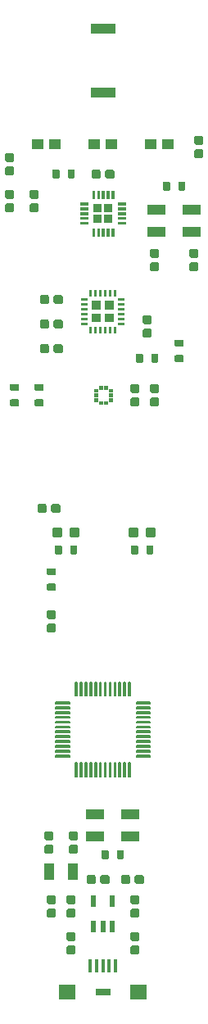
<source format=gbr>
G04 EAGLE Gerber RS-274X export*
G75*
%MOMM*%
%FSLAX34Y34*%
%LPD*%
%INSolderpaste Top*%
%IPPOS*%
%AMOC8*
5,1,8,0,0,1.08239X$1,22.5*%
G01*
%ADD10C,0.460000*%
%ADD11C,0.300000*%
%ADD12R,0.400000X1.450000*%
%ADD13R,1.800000X1.500000*%
%ADD14R,1.500000X0.700000*%
%ADD15R,1.250000X1.000000*%
%ADD16R,2.540000X1.016000*%
%ADD17C,0.140000*%
%ADD18R,0.819859X0.819859*%
%ADD19R,0.821431X0.819766*%
%ADD20R,0.820497X0.820497*%
%ADD21R,0.819953X0.820284*%
%ADD22C,0.065000*%
%ADD23R,0.550000X1.200000*%
%ADD24R,1.900000X1.100000*%
%ADD25R,1.000000X1.800000*%
%ADD26C,0.031500*%

G36*
X112397Y738537D02*
X112397Y738537D01*
X112392Y738544D01*
X112399Y738550D01*
X112399Y747650D01*
X112363Y747697D01*
X112356Y747692D01*
X112350Y747699D01*
X102750Y747699D01*
X102703Y747663D01*
X102708Y747656D01*
X102701Y747650D01*
X102701Y738550D01*
X102737Y738503D01*
X102744Y738508D01*
X102750Y738501D01*
X112350Y738501D01*
X112397Y738537D01*
G37*
G36*
X125897Y738537D02*
X125897Y738537D01*
X125892Y738544D01*
X125899Y738550D01*
X125899Y747650D01*
X125863Y747697D01*
X125856Y747692D01*
X125850Y747699D01*
X116250Y747699D01*
X116203Y747663D01*
X116208Y747656D01*
X116201Y747650D01*
X116201Y738550D01*
X116237Y738503D01*
X116244Y738508D01*
X116250Y738501D01*
X125850Y738501D01*
X125897Y738537D01*
G37*
G36*
X112397Y725537D02*
X112397Y725537D01*
X112392Y725544D01*
X112399Y725550D01*
X112399Y734650D01*
X112363Y734697D01*
X112356Y734692D01*
X112350Y734699D01*
X102750Y734699D01*
X102703Y734663D01*
X102708Y734656D01*
X102701Y734650D01*
X102701Y725550D01*
X102737Y725503D01*
X102744Y725508D01*
X102750Y725501D01*
X112350Y725501D01*
X112397Y725537D01*
G37*
G36*
X125897Y725537D02*
X125897Y725537D01*
X125892Y725544D01*
X125899Y725550D01*
X125899Y734650D01*
X125863Y734697D01*
X125856Y734692D01*
X125850Y734699D01*
X116250Y734699D01*
X116203Y734663D01*
X116208Y734656D01*
X116201Y734650D01*
X116201Y725550D01*
X116237Y725503D01*
X116244Y725508D01*
X116250Y725501D01*
X125850Y725501D01*
X125897Y725537D01*
G37*
G36*
X216070Y909209D02*
X216070Y909209D01*
X216077Y909214D01*
X216082Y909210D01*
X216433Y909295D01*
X216436Y909300D01*
X216440Y909298D01*
X216773Y909436D01*
X216776Y909441D01*
X216780Y909439D01*
X217088Y909627D01*
X217090Y909633D01*
X217094Y909632D01*
X217368Y909867D01*
X217369Y909872D01*
X217373Y909872D01*
X217608Y910146D01*
X217609Y910152D01*
X217613Y910152D01*
X217801Y910460D01*
X217800Y910466D01*
X217805Y910467D01*
X217943Y910800D01*
X217941Y910806D01*
X217945Y910807D01*
X218030Y911158D01*
X218028Y911164D01*
X218031Y911166D01*
X218059Y911526D01*
X218058Y911529D01*
X218059Y911530D01*
X218059Y916130D01*
X218057Y916132D01*
X218059Y916134D01*
X218031Y916494D01*
X218027Y916498D01*
X218030Y916502D01*
X217945Y916853D01*
X217940Y916856D01*
X217943Y916860D01*
X217805Y917193D01*
X217800Y917196D01*
X217801Y917200D01*
X217613Y917508D01*
X217607Y917510D01*
X217608Y917514D01*
X217373Y917788D01*
X217368Y917789D01*
X217368Y917793D01*
X217094Y918028D01*
X217088Y918029D01*
X217088Y918033D01*
X216780Y918221D01*
X216774Y918220D01*
X216773Y918225D01*
X216440Y918363D01*
X216434Y918361D01*
X216433Y918365D01*
X216082Y918450D01*
X216076Y918448D01*
X216074Y918451D01*
X215714Y918479D01*
X215711Y918477D01*
X215710Y918479D01*
X210650Y918451D01*
X210643Y918446D01*
X210638Y918450D01*
X210287Y918365D01*
X210284Y918360D01*
X210280Y918363D01*
X209947Y918225D01*
X209944Y918220D01*
X209940Y918221D01*
X209632Y918033D01*
X209630Y918027D01*
X209626Y918028D01*
X209352Y917793D01*
X209351Y917788D01*
X209347Y917788D01*
X209112Y917514D01*
X209111Y917508D01*
X209107Y917508D01*
X208919Y917200D01*
X208920Y917194D01*
X208916Y917193D01*
X208778Y916860D01*
X208779Y916854D01*
X208775Y916853D01*
X208690Y916502D01*
X208693Y916496D01*
X208689Y916494D01*
X208661Y916134D01*
X208663Y916131D01*
X208661Y916130D01*
X208661Y911530D01*
X208663Y911528D01*
X208661Y911526D01*
X208689Y911166D01*
X208693Y911162D01*
X208690Y911158D01*
X208775Y910807D01*
X208780Y910804D01*
X208778Y910800D01*
X208916Y910467D01*
X208921Y910464D01*
X208919Y910460D01*
X209107Y910152D01*
X209113Y910150D01*
X209112Y910146D01*
X209347Y909872D01*
X209352Y909871D01*
X209352Y909867D01*
X209626Y909632D01*
X209632Y909631D01*
X209632Y909627D01*
X209940Y909439D01*
X209946Y909440D01*
X209947Y909436D01*
X210280Y909298D01*
X210286Y909299D01*
X210287Y909295D01*
X210638Y909210D01*
X210644Y909213D01*
X210646Y909209D01*
X211006Y909181D01*
X211009Y909183D01*
X211010Y909181D01*
X216070Y909209D01*
G37*
G36*
X216070Y895109D02*
X216070Y895109D01*
X216077Y895114D01*
X216082Y895110D01*
X216433Y895195D01*
X216436Y895200D01*
X216440Y895198D01*
X216773Y895336D01*
X216776Y895341D01*
X216780Y895339D01*
X217088Y895527D01*
X217090Y895533D01*
X217094Y895532D01*
X217368Y895767D01*
X217369Y895772D01*
X217373Y895772D01*
X217608Y896046D01*
X217609Y896052D01*
X217613Y896052D01*
X217801Y896360D01*
X217800Y896366D01*
X217805Y896367D01*
X217943Y896700D01*
X217941Y896706D01*
X217945Y896707D01*
X218030Y897058D01*
X218028Y897064D01*
X218031Y897066D01*
X218059Y897426D01*
X218058Y897429D01*
X218059Y897430D01*
X218059Y902030D01*
X218057Y902032D01*
X218059Y902034D01*
X218031Y902394D01*
X218027Y902398D01*
X218030Y902402D01*
X217945Y902753D01*
X217940Y902756D01*
X217943Y902760D01*
X217805Y903093D01*
X217800Y903096D01*
X217801Y903100D01*
X217613Y903408D01*
X217607Y903410D01*
X217608Y903414D01*
X217373Y903688D01*
X217368Y903689D01*
X217368Y903693D01*
X217094Y903928D01*
X217088Y903929D01*
X217088Y903933D01*
X216780Y904121D01*
X216774Y904120D01*
X216773Y904125D01*
X216440Y904263D01*
X216434Y904261D01*
X216433Y904265D01*
X216082Y904350D01*
X216076Y904348D01*
X216074Y904351D01*
X215714Y904379D01*
X215711Y904377D01*
X215710Y904379D01*
X210650Y904351D01*
X210643Y904346D01*
X210638Y904350D01*
X210287Y904265D01*
X210284Y904260D01*
X210280Y904263D01*
X209947Y904125D01*
X209944Y904120D01*
X209940Y904121D01*
X209632Y903933D01*
X209630Y903927D01*
X209626Y903928D01*
X209352Y903693D01*
X209351Y903688D01*
X209347Y903688D01*
X209112Y903414D01*
X209111Y903408D01*
X209107Y903408D01*
X208919Y903100D01*
X208920Y903094D01*
X208916Y903093D01*
X208778Y902760D01*
X208779Y902754D01*
X208775Y902753D01*
X208690Y902402D01*
X208693Y902396D01*
X208689Y902394D01*
X208661Y902034D01*
X208663Y902031D01*
X208661Y902030D01*
X208661Y897430D01*
X208663Y897428D01*
X208661Y897426D01*
X208689Y897066D01*
X208693Y897062D01*
X208690Y897058D01*
X208775Y896707D01*
X208780Y896704D01*
X208778Y896700D01*
X208916Y896367D01*
X208921Y896364D01*
X208919Y896360D01*
X209107Y896052D01*
X209113Y896050D01*
X209112Y896046D01*
X209347Y895772D01*
X209352Y895771D01*
X209352Y895767D01*
X209626Y895532D01*
X209632Y895531D01*
X209632Y895527D01*
X209940Y895339D01*
X209946Y895340D01*
X209947Y895336D01*
X210280Y895198D01*
X210286Y895199D01*
X210287Y895195D01*
X210638Y895110D01*
X210644Y895113D01*
X210646Y895109D01*
X211006Y895081D01*
X211009Y895083D01*
X211010Y895081D01*
X216070Y895109D01*
G37*
G36*
X20490Y891429D02*
X20490Y891429D01*
X20497Y891434D01*
X20502Y891430D01*
X20853Y891515D01*
X20856Y891520D01*
X20860Y891518D01*
X21193Y891656D01*
X21196Y891661D01*
X21200Y891659D01*
X21508Y891847D01*
X21510Y891853D01*
X21514Y891852D01*
X21788Y892087D01*
X21789Y892092D01*
X21793Y892092D01*
X22028Y892366D01*
X22029Y892372D01*
X22033Y892372D01*
X22221Y892680D01*
X22220Y892686D01*
X22225Y892687D01*
X22363Y893020D01*
X22361Y893026D01*
X22365Y893027D01*
X22450Y893378D01*
X22448Y893384D01*
X22451Y893386D01*
X22479Y893746D01*
X22478Y893749D01*
X22479Y893750D01*
X22479Y898350D01*
X22477Y898352D01*
X22479Y898354D01*
X22451Y898714D01*
X22447Y898718D01*
X22450Y898722D01*
X22365Y899073D01*
X22360Y899076D01*
X22363Y899080D01*
X22225Y899413D01*
X22220Y899416D01*
X22221Y899420D01*
X22033Y899728D01*
X22027Y899730D01*
X22028Y899734D01*
X21793Y900008D01*
X21788Y900009D01*
X21788Y900013D01*
X21514Y900248D01*
X21508Y900249D01*
X21508Y900253D01*
X21200Y900441D01*
X21194Y900440D01*
X21193Y900445D01*
X20860Y900583D01*
X20854Y900581D01*
X20853Y900585D01*
X20502Y900670D01*
X20496Y900668D01*
X20494Y900671D01*
X20134Y900699D01*
X20131Y900697D01*
X20130Y900699D01*
X15070Y900671D01*
X15063Y900666D01*
X15058Y900670D01*
X14707Y900585D01*
X14704Y900580D01*
X14700Y900583D01*
X14367Y900445D01*
X14364Y900440D01*
X14360Y900441D01*
X14052Y900253D01*
X14050Y900247D01*
X14046Y900248D01*
X13772Y900013D01*
X13771Y900008D01*
X13767Y900008D01*
X13532Y899734D01*
X13531Y899728D01*
X13527Y899728D01*
X13339Y899420D01*
X13340Y899414D01*
X13336Y899413D01*
X13198Y899080D01*
X13199Y899074D01*
X13195Y899073D01*
X13110Y898722D01*
X13113Y898716D01*
X13109Y898714D01*
X13081Y898354D01*
X13083Y898351D01*
X13081Y898350D01*
X13081Y893750D01*
X13083Y893748D01*
X13081Y893746D01*
X13109Y893386D01*
X13113Y893382D01*
X13110Y893378D01*
X13195Y893027D01*
X13200Y893024D01*
X13198Y893020D01*
X13336Y892687D01*
X13341Y892684D01*
X13339Y892680D01*
X13527Y892372D01*
X13533Y892370D01*
X13532Y892366D01*
X13767Y892092D01*
X13772Y892091D01*
X13772Y892087D01*
X14046Y891852D01*
X14052Y891851D01*
X14052Y891847D01*
X14360Y891659D01*
X14366Y891660D01*
X14367Y891656D01*
X14700Y891518D01*
X14706Y891519D01*
X14707Y891515D01*
X15058Y891430D01*
X15064Y891433D01*
X15066Y891429D01*
X15426Y891401D01*
X15429Y891403D01*
X15430Y891401D01*
X20490Y891429D01*
G37*
G36*
X20490Y877329D02*
X20490Y877329D01*
X20497Y877334D01*
X20502Y877330D01*
X20853Y877415D01*
X20856Y877420D01*
X20860Y877418D01*
X21193Y877556D01*
X21196Y877561D01*
X21200Y877559D01*
X21508Y877747D01*
X21510Y877753D01*
X21514Y877752D01*
X21788Y877987D01*
X21789Y877992D01*
X21793Y877992D01*
X22028Y878266D01*
X22029Y878272D01*
X22033Y878272D01*
X22221Y878580D01*
X22220Y878586D01*
X22225Y878587D01*
X22363Y878920D01*
X22361Y878926D01*
X22365Y878927D01*
X22450Y879278D01*
X22448Y879284D01*
X22451Y879286D01*
X22479Y879646D01*
X22478Y879649D01*
X22479Y879650D01*
X22479Y884250D01*
X22477Y884252D01*
X22479Y884254D01*
X22451Y884614D01*
X22447Y884618D01*
X22450Y884622D01*
X22365Y884973D01*
X22360Y884976D01*
X22363Y884980D01*
X22225Y885313D01*
X22220Y885316D01*
X22221Y885320D01*
X22033Y885628D01*
X22027Y885630D01*
X22028Y885634D01*
X21793Y885908D01*
X21788Y885909D01*
X21788Y885913D01*
X21514Y886148D01*
X21508Y886149D01*
X21508Y886153D01*
X21200Y886341D01*
X21194Y886340D01*
X21193Y886345D01*
X20860Y886483D01*
X20854Y886481D01*
X20853Y886485D01*
X20502Y886570D01*
X20496Y886568D01*
X20494Y886571D01*
X20134Y886599D01*
X20131Y886597D01*
X20130Y886599D01*
X15070Y886571D01*
X15063Y886566D01*
X15058Y886570D01*
X14707Y886485D01*
X14704Y886480D01*
X14700Y886483D01*
X14367Y886345D01*
X14364Y886340D01*
X14360Y886341D01*
X14052Y886153D01*
X14050Y886147D01*
X14046Y886148D01*
X13772Y885913D01*
X13771Y885908D01*
X13767Y885908D01*
X13532Y885634D01*
X13531Y885628D01*
X13527Y885628D01*
X13339Y885320D01*
X13340Y885314D01*
X13336Y885313D01*
X13198Y884980D01*
X13199Y884974D01*
X13195Y884973D01*
X13110Y884622D01*
X13113Y884616D01*
X13109Y884614D01*
X13081Y884254D01*
X13083Y884251D01*
X13081Y884250D01*
X13081Y879650D01*
X13083Y879648D01*
X13081Y879646D01*
X13109Y879286D01*
X13113Y879282D01*
X13110Y879278D01*
X13195Y878927D01*
X13200Y878924D01*
X13198Y878920D01*
X13336Y878587D01*
X13341Y878584D01*
X13339Y878580D01*
X13527Y878272D01*
X13533Y878270D01*
X13532Y878266D01*
X13767Y877992D01*
X13772Y877991D01*
X13772Y877987D01*
X14046Y877752D01*
X14052Y877751D01*
X14052Y877747D01*
X14360Y877559D01*
X14366Y877560D01*
X14367Y877556D01*
X14700Y877418D01*
X14706Y877419D01*
X14707Y877415D01*
X15058Y877330D01*
X15064Y877333D01*
X15066Y877329D01*
X15426Y877301D01*
X15429Y877303D01*
X15430Y877301D01*
X20490Y877329D01*
G37*
G36*
X123652Y874143D02*
X123652Y874143D01*
X123654Y874141D01*
X124014Y874169D01*
X124018Y874173D01*
X124022Y874170D01*
X124373Y874255D01*
X124376Y874260D01*
X124380Y874258D01*
X124713Y874396D01*
X124716Y874401D01*
X124720Y874399D01*
X125028Y874587D01*
X125030Y874593D01*
X125034Y874592D01*
X125308Y874827D01*
X125309Y874832D01*
X125313Y874832D01*
X125548Y875106D01*
X125549Y875112D01*
X125553Y875112D01*
X125741Y875420D01*
X125740Y875426D01*
X125745Y875427D01*
X125883Y875760D01*
X125881Y875766D01*
X125885Y875767D01*
X125970Y876118D01*
X125968Y876124D01*
X125971Y876126D01*
X125999Y876486D01*
X125997Y876489D01*
X125999Y876490D01*
X125971Y881550D01*
X125966Y881557D01*
X125970Y881562D01*
X125885Y881913D01*
X125880Y881916D01*
X125883Y881920D01*
X125745Y882253D01*
X125740Y882256D01*
X125741Y882260D01*
X125553Y882568D01*
X125547Y882570D01*
X125548Y882574D01*
X125313Y882848D01*
X125308Y882849D01*
X125308Y882853D01*
X125034Y883088D01*
X125028Y883089D01*
X125028Y883093D01*
X124720Y883281D01*
X124714Y883280D01*
X124713Y883285D01*
X124380Y883423D01*
X124374Y883421D01*
X124373Y883425D01*
X124022Y883510D01*
X124016Y883508D01*
X124014Y883511D01*
X123654Y883539D01*
X123651Y883538D01*
X123650Y883539D01*
X119050Y883539D01*
X119048Y883537D01*
X119046Y883539D01*
X118686Y883511D01*
X118682Y883507D01*
X118678Y883510D01*
X118327Y883425D01*
X118324Y883420D01*
X118320Y883423D01*
X117987Y883285D01*
X117984Y883280D01*
X117980Y883281D01*
X117672Y883093D01*
X117670Y883087D01*
X117666Y883088D01*
X117392Y882853D01*
X117391Y882848D01*
X117387Y882848D01*
X117152Y882574D01*
X117151Y882568D01*
X117147Y882568D01*
X116959Y882260D01*
X116960Y882254D01*
X116956Y882253D01*
X116818Y881920D01*
X116819Y881914D01*
X116815Y881913D01*
X116730Y881562D01*
X116733Y881556D01*
X116729Y881554D01*
X116701Y881194D01*
X116703Y881191D01*
X116701Y881190D01*
X116729Y876130D01*
X116734Y876123D01*
X116730Y876118D01*
X116815Y875767D01*
X116820Y875764D01*
X116818Y875760D01*
X116956Y875427D01*
X116961Y875424D01*
X116959Y875420D01*
X117147Y875112D01*
X117153Y875110D01*
X117152Y875106D01*
X117387Y874832D01*
X117392Y874831D01*
X117392Y874827D01*
X117666Y874592D01*
X117672Y874591D01*
X117672Y874587D01*
X117980Y874399D01*
X117986Y874400D01*
X117987Y874396D01*
X118320Y874258D01*
X118326Y874259D01*
X118327Y874255D01*
X118678Y874170D01*
X118684Y874173D01*
X118686Y874169D01*
X119046Y874141D01*
X119049Y874143D01*
X119050Y874141D01*
X123650Y874141D01*
X123652Y874143D01*
G37*
G36*
X150030Y652669D02*
X150030Y652669D01*
X150037Y652674D01*
X150042Y652670D01*
X150393Y652755D01*
X150396Y652760D01*
X150400Y652758D01*
X150733Y652896D01*
X150736Y652901D01*
X150740Y652899D01*
X151048Y653087D01*
X151050Y653093D01*
X151054Y653092D01*
X151328Y653327D01*
X151329Y653332D01*
X151333Y653332D01*
X151568Y653606D01*
X151569Y653612D01*
X151573Y653612D01*
X151761Y653920D01*
X151760Y653926D01*
X151765Y653927D01*
X151903Y654260D01*
X151901Y654266D01*
X151905Y654267D01*
X151990Y654618D01*
X151988Y654624D01*
X151991Y654626D01*
X152019Y654986D01*
X152018Y654989D01*
X152019Y654990D01*
X152019Y659590D01*
X152017Y659592D01*
X152019Y659594D01*
X151991Y659954D01*
X151987Y659958D01*
X151990Y659962D01*
X151905Y660313D01*
X151900Y660316D01*
X151903Y660320D01*
X151765Y660653D01*
X151760Y660656D01*
X151761Y660660D01*
X151573Y660968D01*
X151567Y660970D01*
X151568Y660974D01*
X151333Y661248D01*
X151328Y661249D01*
X151328Y661253D01*
X151054Y661488D01*
X151048Y661489D01*
X151048Y661493D01*
X150740Y661681D01*
X150734Y661680D01*
X150733Y661685D01*
X150400Y661823D01*
X150394Y661821D01*
X150393Y661825D01*
X150042Y661910D01*
X150036Y661908D01*
X150034Y661911D01*
X149674Y661939D01*
X149671Y661937D01*
X149670Y661939D01*
X144610Y661911D01*
X144603Y661906D01*
X144598Y661910D01*
X144247Y661825D01*
X144244Y661820D01*
X144240Y661823D01*
X143907Y661685D01*
X143904Y661680D01*
X143900Y661681D01*
X143592Y661493D01*
X143590Y661487D01*
X143586Y661488D01*
X143312Y661253D01*
X143311Y661248D01*
X143307Y661248D01*
X143072Y660974D01*
X143071Y660968D01*
X143067Y660968D01*
X142879Y660660D01*
X142880Y660654D01*
X142876Y660653D01*
X142738Y660320D01*
X142739Y660314D01*
X142735Y660313D01*
X142650Y659962D01*
X142653Y659956D01*
X142649Y659954D01*
X142621Y659594D01*
X142623Y659591D01*
X142621Y659590D01*
X142621Y654990D01*
X142623Y654988D01*
X142621Y654986D01*
X142649Y654626D01*
X142653Y654622D01*
X142650Y654618D01*
X142735Y654267D01*
X142740Y654264D01*
X142738Y654260D01*
X142876Y653927D01*
X142881Y653924D01*
X142879Y653920D01*
X143067Y653612D01*
X143073Y653610D01*
X143072Y653606D01*
X143307Y653332D01*
X143312Y653331D01*
X143312Y653327D01*
X143586Y653092D01*
X143592Y653091D01*
X143592Y653087D01*
X143900Y652899D01*
X143906Y652900D01*
X143907Y652896D01*
X144240Y652758D01*
X144246Y652759D01*
X144247Y652755D01*
X144598Y652670D01*
X144604Y652673D01*
X144606Y652669D01*
X144966Y652641D01*
X144969Y652643D01*
X144970Y652641D01*
X150030Y652669D01*
G37*
G36*
X109552Y874143D02*
X109552Y874143D01*
X109554Y874141D01*
X109914Y874169D01*
X109918Y874173D01*
X109922Y874170D01*
X110273Y874255D01*
X110276Y874260D01*
X110280Y874258D01*
X110613Y874396D01*
X110616Y874401D01*
X110620Y874399D01*
X110928Y874587D01*
X110930Y874593D01*
X110934Y874592D01*
X111208Y874827D01*
X111209Y874832D01*
X111213Y874832D01*
X111448Y875106D01*
X111449Y875112D01*
X111453Y875112D01*
X111641Y875420D01*
X111640Y875426D01*
X111645Y875427D01*
X111783Y875760D01*
X111781Y875766D01*
X111785Y875767D01*
X111870Y876118D01*
X111868Y876124D01*
X111871Y876126D01*
X111899Y876486D01*
X111897Y876489D01*
X111899Y876490D01*
X111871Y881550D01*
X111866Y881557D01*
X111870Y881562D01*
X111785Y881913D01*
X111780Y881916D01*
X111783Y881920D01*
X111645Y882253D01*
X111640Y882256D01*
X111641Y882260D01*
X111453Y882568D01*
X111447Y882570D01*
X111448Y882574D01*
X111213Y882848D01*
X111208Y882849D01*
X111208Y882853D01*
X110934Y883088D01*
X110928Y883089D01*
X110928Y883093D01*
X110620Y883281D01*
X110614Y883280D01*
X110613Y883285D01*
X110280Y883423D01*
X110274Y883421D01*
X110273Y883425D01*
X109922Y883510D01*
X109916Y883508D01*
X109914Y883511D01*
X109554Y883539D01*
X109551Y883538D01*
X109550Y883539D01*
X104950Y883539D01*
X104948Y883537D01*
X104946Y883539D01*
X104586Y883511D01*
X104582Y883507D01*
X104578Y883510D01*
X104227Y883425D01*
X104224Y883420D01*
X104220Y883423D01*
X103887Y883285D01*
X103884Y883280D01*
X103880Y883281D01*
X103572Y883093D01*
X103570Y883087D01*
X103566Y883088D01*
X103292Y882853D01*
X103291Y882848D01*
X103287Y882848D01*
X103052Y882574D01*
X103051Y882568D01*
X103047Y882568D01*
X102859Y882260D01*
X102860Y882254D01*
X102856Y882253D01*
X102718Y881920D01*
X102719Y881914D01*
X102715Y881913D01*
X102630Y881562D01*
X102633Y881556D01*
X102629Y881554D01*
X102601Y881194D01*
X102603Y881191D01*
X102601Y881190D01*
X102629Y876130D01*
X102634Y876123D01*
X102630Y876118D01*
X102715Y875767D01*
X102720Y875764D01*
X102718Y875760D01*
X102856Y875427D01*
X102861Y875424D01*
X102859Y875420D01*
X103047Y875112D01*
X103053Y875110D01*
X103052Y875106D01*
X103287Y874832D01*
X103292Y874831D01*
X103292Y874827D01*
X103566Y874592D01*
X103572Y874591D01*
X103572Y874587D01*
X103880Y874399D01*
X103886Y874400D01*
X103887Y874396D01*
X104220Y874258D01*
X104226Y874259D01*
X104227Y874255D01*
X104578Y874170D01*
X104584Y874173D01*
X104586Y874169D01*
X104946Y874141D01*
X104949Y874143D01*
X104950Y874141D01*
X109550Y874141D01*
X109552Y874143D01*
G37*
G36*
X170350Y638569D02*
X170350Y638569D01*
X170357Y638574D01*
X170362Y638570D01*
X170713Y638655D01*
X170716Y638660D01*
X170720Y638658D01*
X171053Y638796D01*
X171056Y638801D01*
X171060Y638799D01*
X171368Y638987D01*
X171370Y638993D01*
X171374Y638992D01*
X171648Y639227D01*
X171649Y639232D01*
X171653Y639232D01*
X171888Y639506D01*
X171889Y639512D01*
X171893Y639512D01*
X172081Y639820D01*
X172080Y639826D01*
X172085Y639827D01*
X172223Y640160D01*
X172221Y640166D01*
X172225Y640167D01*
X172310Y640518D01*
X172308Y640524D01*
X172311Y640526D01*
X172339Y640886D01*
X172338Y640889D01*
X172339Y640890D01*
X172339Y645490D01*
X172337Y645492D01*
X172339Y645494D01*
X172311Y645854D01*
X172307Y645858D01*
X172310Y645862D01*
X172225Y646213D01*
X172220Y646216D01*
X172223Y646220D01*
X172085Y646553D01*
X172080Y646556D01*
X172081Y646560D01*
X171893Y646868D01*
X171887Y646870D01*
X171888Y646874D01*
X171653Y647148D01*
X171648Y647149D01*
X171648Y647153D01*
X171374Y647388D01*
X171368Y647389D01*
X171368Y647393D01*
X171060Y647581D01*
X171054Y647580D01*
X171053Y647585D01*
X170720Y647723D01*
X170714Y647721D01*
X170713Y647725D01*
X170362Y647810D01*
X170356Y647808D01*
X170354Y647811D01*
X169994Y647839D01*
X169991Y647837D01*
X169990Y647839D01*
X164930Y647811D01*
X164923Y647806D01*
X164918Y647810D01*
X164567Y647725D01*
X164564Y647720D01*
X164560Y647723D01*
X164227Y647585D01*
X164224Y647580D01*
X164220Y647581D01*
X163912Y647393D01*
X163910Y647387D01*
X163906Y647388D01*
X163632Y647153D01*
X163631Y647148D01*
X163627Y647148D01*
X163392Y646874D01*
X163391Y646868D01*
X163387Y646868D01*
X163199Y646560D01*
X163200Y646554D01*
X163196Y646553D01*
X163058Y646220D01*
X163059Y646214D01*
X163055Y646213D01*
X162970Y645862D01*
X162973Y645856D01*
X162969Y645854D01*
X162941Y645494D01*
X162943Y645491D01*
X162941Y645490D01*
X162941Y640890D01*
X162943Y640888D01*
X162941Y640886D01*
X162969Y640526D01*
X162973Y640522D01*
X162970Y640518D01*
X163055Y640167D01*
X163060Y640164D01*
X163058Y640160D01*
X163196Y639827D01*
X163201Y639824D01*
X163199Y639820D01*
X163387Y639512D01*
X163393Y639510D01*
X163392Y639506D01*
X163627Y639232D01*
X163632Y639231D01*
X163632Y639227D01*
X163906Y638992D01*
X163912Y638991D01*
X163912Y638987D01*
X164220Y638799D01*
X164226Y638800D01*
X164227Y638796D01*
X164560Y638658D01*
X164566Y638659D01*
X164567Y638655D01*
X164918Y638570D01*
X164924Y638573D01*
X164926Y638569D01*
X165286Y638541D01*
X165289Y638543D01*
X165290Y638541D01*
X170350Y638569D01*
G37*
G36*
X150030Y638569D02*
X150030Y638569D01*
X150037Y638574D01*
X150042Y638570D01*
X150393Y638655D01*
X150396Y638660D01*
X150400Y638658D01*
X150733Y638796D01*
X150736Y638801D01*
X150740Y638799D01*
X151048Y638987D01*
X151050Y638993D01*
X151054Y638992D01*
X151328Y639227D01*
X151329Y639232D01*
X151333Y639232D01*
X151568Y639506D01*
X151569Y639512D01*
X151573Y639512D01*
X151761Y639820D01*
X151760Y639826D01*
X151765Y639827D01*
X151903Y640160D01*
X151901Y640166D01*
X151905Y640167D01*
X151990Y640518D01*
X151988Y640524D01*
X151991Y640526D01*
X152019Y640886D01*
X152018Y640889D01*
X152019Y640890D01*
X152019Y645490D01*
X152017Y645492D01*
X152019Y645494D01*
X151991Y645854D01*
X151987Y645858D01*
X151990Y645862D01*
X151905Y646213D01*
X151900Y646216D01*
X151903Y646220D01*
X151765Y646553D01*
X151760Y646556D01*
X151761Y646560D01*
X151573Y646868D01*
X151567Y646870D01*
X151568Y646874D01*
X151333Y647148D01*
X151328Y647149D01*
X151328Y647153D01*
X151054Y647388D01*
X151048Y647389D01*
X151048Y647393D01*
X150740Y647581D01*
X150734Y647580D01*
X150733Y647585D01*
X150400Y647723D01*
X150394Y647721D01*
X150393Y647725D01*
X150042Y647810D01*
X150036Y647808D01*
X150034Y647811D01*
X149674Y647839D01*
X149671Y647837D01*
X149670Y647839D01*
X144610Y647811D01*
X144603Y647806D01*
X144598Y647810D01*
X144247Y647725D01*
X144244Y647720D01*
X144240Y647723D01*
X143907Y647585D01*
X143904Y647580D01*
X143900Y647581D01*
X143592Y647393D01*
X143590Y647387D01*
X143586Y647388D01*
X143312Y647153D01*
X143311Y647148D01*
X143307Y647148D01*
X143072Y646874D01*
X143071Y646868D01*
X143067Y646868D01*
X142879Y646560D01*
X142880Y646554D01*
X142876Y646553D01*
X142738Y646220D01*
X142739Y646214D01*
X142735Y646213D01*
X142650Y645862D01*
X142653Y645856D01*
X142649Y645854D01*
X142621Y645494D01*
X142623Y645491D01*
X142621Y645490D01*
X142621Y640890D01*
X142623Y640888D01*
X142621Y640886D01*
X142649Y640526D01*
X142653Y640522D01*
X142650Y640518D01*
X142735Y640167D01*
X142740Y640164D01*
X142738Y640160D01*
X142876Y639827D01*
X142881Y639824D01*
X142879Y639820D01*
X143067Y639512D01*
X143073Y639510D01*
X143072Y639506D01*
X143307Y639232D01*
X143312Y639231D01*
X143312Y639227D01*
X143586Y638992D01*
X143592Y638991D01*
X143592Y638987D01*
X143900Y638799D01*
X143906Y638800D01*
X143907Y638796D01*
X144240Y638658D01*
X144246Y638659D01*
X144247Y638655D01*
X144598Y638570D01*
X144604Y638573D01*
X144606Y638569D01*
X144966Y638541D01*
X144969Y638543D01*
X144970Y638541D01*
X150030Y638569D01*
G37*
G36*
X53672Y528703D02*
X53672Y528703D01*
X53674Y528701D01*
X54034Y528729D01*
X54038Y528733D01*
X54042Y528730D01*
X54393Y528815D01*
X54396Y528820D01*
X54400Y528818D01*
X54733Y528956D01*
X54736Y528961D01*
X54740Y528959D01*
X55048Y529147D01*
X55050Y529153D01*
X55054Y529152D01*
X55328Y529387D01*
X55329Y529392D01*
X55333Y529392D01*
X55568Y529666D01*
X55569Y529672D01*
X55573Y529672D01*
X55761Y529980D01*
X55760Y529986D01*
X55765Y529987D01*
X55903Y530320D01*
X55901Y530326D01*
X55905Y530327D01*
X55990Y530678D01*
X55988Y530684D01*
X55991Y530686D01*
X56019Y531046D01*
X56017Y531049D01*
X56019Y531050D01*
X55991Y536110D01*
X55986Y536117D01*
X55990Y536122D01*
X55905Y536473D01*
X55900Y536476D01*
X55903Y536480D01*
X55765Y536813D01*
X55760Y536816D01*
X55761Y536820D01*
X55573Y537128D01*
X55567Y537130D01*
X55568Y537134D01*
X55333Y537408D01*
X55328Y537409D01*
X55328Y537413D01*
X55054Y537648D01*
X55048Y537649D01*
X55048Y537653D01*
X54740Y537841D01*
X54734Y537840D01*
X54733Y537845D01*
X54400Y537983D01*
X54394Y537981D01*
X54393Y537985D01*
X54042Y538070D01*
X54036Y538068D01*
X54034Y538071D01*
X53674Y538099D01*
X53671Y538098D01*
X53670Y538099D01*
X49070Y538099D01*
X49068Y538097D01*
X49066Y538099D01*
X48706Y538071D01*
X48702Y538067D01*
X48698Y538070D01*
X48347Y537985D01*
X48344Y537980D01*
X48340Y537983D01*
X48007Y537845D01*
X48004Y537840D01*
X48000Y537841D01*
X47692Y537653D01*
X47690Y537647D01*
X47686Y537648D01*
X47412Y537413D01*
X47411Y537408D01*
X47407Y537408D01*
X47172Y537134D01*
X47171Y537128D01*
X47167Y537128D01*
X46979Y536820D01*
X46980Y536814D01*
X46976Y536813D01*
X46838Y536480D01*
X46839Y536474D01*
X46835Y536473D01*
X46750Y536122D01*
X46753Y536116D01*
X46749Y536114D01*
X46721Y535754D01*
X46723Y535751D01*
X46721Y535750D01*
X46749Y530690D01*
X46754Y530683D01*
X46750Y530678D01*
X46835Y530327D01*
X46840Y530324D01*
X46838Y530320D01*
X46976Y529987D01*
X46981Y529984D01*
X46979Y529980D01*
X47167Y529672D01*
X47173Y529670D01*
X47172Y529666D01*
X47407Y529392D01*
X47412Y529391D01*
X47412Y529387D01*
X47686Y529152D01*
X47692Y529151D01*
X47692Y529147D01*
X48000Y528959D01*
X48006Y528960D01*
X48007Y528956D01*
X48340Y528818D01*
X48346Y528819D01*
X48347Y528815D01*
X48698Y528730D01*
X48704Y528733D01*
X48706Y528729D01*
X49066Y528701D01*
X49069Y528703D01*
X49070Y528701D01*
X53670Y528701D01*
X53672Y528703D01*
G37*
G36*
X20490Y853329D02*
X20490Y853329D01*
X20497Y853334D01*
X20502Y853330D01*
X20853Y853415D01*
X20856Y853420D01*
X20860Y853418D01*
X21193Y853556D01*
X21196Y853561D01*
X21200Y853559D01*
X21508Y853747D01*
X21510Y853753D01*
X21514Y853752D01*
X21788Y853987D01*
X21789Y853992D01*
X21793Y853992D01*
X22028Y854266D01*
X22029Y854272D01*
X22033Y854272D01*
X22221Y854580D01*
X22220Y854586D01*
X22225Y854587D01*
X22363Y854920D01*
X22361Y854926D01*
X22365Y854927D01*
X22450Y855278D01*
X22448Y855284D01*
X22451Y855286D01*
X22479Y855646D01*
X22478Y855649D01*
X22479Y855650D01*
X22479Y860250D01*
X22477Y860252D01*
X22479Y860254D01*
X22451Y860614D01*
X22447Y860618D01*
X22450Y860622D01*
X22365Y860973D01*
X22360Y860976D01*
X22363Y860980D01*
X22225Y861313D01*
X22220Y861316D01*
X22221Y861320D01*
X22033Y861628D01*
X22027Y861630D01*
X22028Y861634D01*
X21793Y861908D01*
X21788Y861909D01*
X21788Y861913D01*
X21514Y862148D01*
X21508Y862149D01*
X21508Y862153D01*
X21200Y862341D01*
X21194Y862340D01*
X21193Y862345D01*
X20860Y862483D01*
X20854Y862481D01*
X20853Y862485D01*
X20502Y862570D01*
X20496Y862568D01*
X20494Y862571D01*
X20134Y862599D01*
X20131Y862597D01*
X20130Y862599D01*
X15070Y862571D01*
X15063Y862566D01*
X15058Y862570D01*
X14707Y862485D01*
X14704Y862480D01*
X14700Y862483D01*
X14367Y862345D01*
X14364Y862340D01*
X14360Y862341D01*
X14052Y862153D01*
X14050Y862147D01*
X14046Y862148D01*
X13772Y861913D01*
X13771Y861908D01*
X13767Y861908D01*
X13532Y861634D01*
X13531Y861628D01*
X13527Y861628D01*
X13339Y861320D01*
X13340Y861314D01*
X13336Y861313D01*
X13198Y860980D01*
X13199Y860974D01*
X13195Y860973D01*
X13110Y860622D01*
X13113Y860616D01*
X13109Y860614D01*
X13081Y860254D01*
X13083Y860251D01*
X13081Y860250D01*
X13081Y855650D01*
X13083Y855648D01*
X13081Y855646D01*
X13109Y855286D01*
X13113Y855282D01*
X13110Y855278D01*
X13195Y854927D01*
X13200Y854924D01*
X13198Y854920D01*
X13336Y854587D01*
X13341Y854584D01*
X13339Y854580D01*
X13527Y854272D01*
X13533Y854270D01*
X13532Y854266D01*
X13767Y853992D01*
X13772Y853991D01*
X13772Y853987D01*
X14046Y853752D01*
X14052Y853751D01*
X14052Y853747D01*
X14360Y853559D01*
X14366Y853560D01*
X14367Y853556D01*
X14700Y853418D01*
X14706Y853419D01*
X14707Y853415D01*
X15058Y853330D01*
X15064Y853333D01*
X15066Y853329D01*
X15426Y853301D01*
X15429Y853303D01*
X15430Y853301D01*
X20490Y853329D01*
G37*
G36*
X45890Y853329D02*
X45890Y853329D01*
X45897Y853334D01*
X45902Y853330D01*
X46253Y853415D01*
X46256Y853420D01*
X46260Y853418D01*
X46593Y853556D01*
X46596Y853561D01*
X46600Y853559D01*
X46908Y853747D01*
X46910Y853753D01*
X46914Y853752D01*
X47188Y853987D01*
X47189Y853992D01*
X47193Y853992D01*
X47428Y854266D01*
X47429Y854272D01*
X47433Y854272D01*
X47621Y854580D01*
X47620Y854586D01*
X47625Y854587D01*
X47763Y854920D01*
X47761Y854926D01*
X47765Y854927D01*
X47850Y855278D01*
X47848Y855284D01*
X47851Y855286D01*
X47879Y855646D01*
X47878Y855649D01*
X47879Y855650D01*
X47879Y860250D01*
X47877Y860252D01*
X47879Y860254D01*
X47851Y860614D01*
X47847Y860618D01*
X47850Y860622D01*
X47765Y860973D01*
X47760Y860976D01*
X47763Y860980D01*
X47625Y861313D01*
X47620Y861316D01*
X47621Y861320D01*
X47433Y861628D01*
X47427Y861630D01*
X47428Y861634D01*
X47193Y861908D01*
X47188Y861909D01*
X47188Y861913D01*
X46914Y862148D01*
X46908Y862149D01*
X46908Y862153D01*
X46600Y862341D01*
X46594Y862340D01*
X46593Y862345D01*
X46260Y862483D01*
X46254Y862481D01*
X46253Y862485D01*
X45902Y862570D01*
X45896Y862568D01*
X45894Y862571D01*
X45534Y862599D01*
X45531Y862597D01*
X45530Y862599D01*
X40470Y862571D01*
X40463Y862566D01*
X40458Y862570D01*
X40107Y862485D01*
X40104Y862480D01*
X40100Y862483D01*
X39767Y862345D01*
X39764Y862340D01*
X39760Y862341D01*
X39452Y862153D01*
X39450Y862147D01*
X39446Y862148D01*
X39172Y861913D01*
X39171Y861908D01*
X39167Y861908D01*
X38932Y861634D01*
X38931Y861628D01*
X38927Y861628D01*
X38739Y861320D01*
X38740Y861314D01*
X38736Y861313D01*
X38598Y860980D01*
X38599Y860974D01*
X38595Y860973D01*
X38510Y860622D01*
X38513Y860616D01*
X38509Y860614D01*
X38481Y860254D01*
X38483Y860251D01*
X38481Y860250D01*
X38481Y855650D01*
X38483Y855648D01*
X38481Y855646D01*
X38509Y855286D01*
X38513Y855282D01*
X38510Y855278D01*
X38595Y854927D01*
X38600Y854924D01*
X38598Y854920D01*
X38736Y854587D01*
X38741Y854584D01*
X38739Y854580D01*
X38927Y854272D01*
X38933Y854270D01*
X38932Y854266D01*
X39167Y853992D01*
X39172Y853991D01*
X39172Y853987D01*
X39446Y853752D01*
X39452Y853751D01*
X39452Y853747D01*
X39760Y853559D01*
X39766Y853560D01*
X39767Y853556D01*
X40100Y853418D01*
X40106Y853419D01*
X40107Y853415D01*
X40458Y853330D01*
X40464Y853333D01*
X40466Y853329D01*
X40826Y853301D01*
X40829Y853303D01*
X40830Y853301D01*
X45890Y853329D01*
G37*
G36*
X45890Y839229D02*
X45890Y839229D01*
X45897Y839234D01*
X45902Y839230D01*
X46253Y839315D01*
X46256Y839320D01*
X46260Y839318D01*
X46593Y839456D01*
X46596Y839461D01*
X46600Y839459D01*
X46908Y839647D01*
X46910Y839653D01*
X46914Y839652D01*
X47188Y839887D01*
X47189Y839892D01*
X47193Y839892D01*
X47428Y840166D01*
X47429Y840172D01*
X47433Y840172D01*
X47621Y840480D01*
X47620Y840486D01*
X47625Y840487D01*
X47763Y840820D01*
X47761Y840826D01*
X47765Y840827D01*
X47850Y841178D01*
X47848Y841184D01*
X47851Y841186D01*
X47879Y841546D01*
X47878Y841549D01*
X47879Y841550D01*
X47879Y846150D01*
X47877Y846152D01*
X47879Y846154D01*
X47851Y846514D01*
X47847Y846518D01*
X47850Y846522D01*
X47765Y846873D01*
X47760Y846876D01*
X47763Y846880D01*
X47625Y847213D01*
X47620Y847216D01*
X47621Y847220D01*
X47433Y847528D01*
X47427Y847530D01*
X47428Y847534D01*
X47193Y847808D01*
X47188Y847809D01*
X47188Y847813D01*
X46914Y848048D01*
X46908Y848049D01*
X46908Y848053D01*
X46600Y848241D01*
X46594Y848240D01*
X46593Y848245D01*
X46260Y848383D01*
X46254Y848381D01*
X46253Y848385D01*
X45902Y848470D01*
X45896Y848468D01*
X45894Y848471D01*
X45534Y848499D01*
X45531Y848497D01*
X45530Y848499D01*
X40470Y848471D01*
X40463Y848466D01*
X40458Y848470D01*
X40107Y848385D01*
X40104Y848380D01*
X40100Y848383D01*
X39767Y848245D01*
X39764Y848240D01*
X39760Y848241D01*
X39452Y848053D01*
X39450Y848047D01*
X39446Y848048D01*
X39172Y847813D01*
X39171Y847808D01*
X39167Y847808D01*
X38932Y847534D01*
X38931Y847528D01*
X38927Y847528D01*
X38739Y847220D01*
X38740Y847214D01*
X38736Y847213D01*
X38598Y846880D01*
X38599Y846874D01*
X38595Y846873D01*
X38510Y846522D01*
X38513Y846516D01*
X38509Y846514D01*
X38481Y846154D01*
X38483Y846151D01*
X38481Y846150D01*
X38481Y841550D01*
X38483Y841548D01*
X38481Y841546D01*
X38509Y841186D01*
X38513Y841182D01*
X38510Y841178D01*
X38595Y840827D01*
X38600Y840824D01*
X38598Y840820D01*
X38736Y840487D01*
X38741Y840484D01*
X38739Y840480D01*
X38927Y840172D01*
X38933Y840170D01*
X38932Y840166D01*
X39167Y839892D01*
X39172Y839891D01*
X39172Y839887D01*
X39446Y839652D01*
X39452Y839651D01*
X39452Y839647D01*
X39760Y839459D01*
X39766Y839460D01*
X39767Y839456D01*
X40100Y839318D01*
X40106Y839319D01*
X40107Y839315D01*
X40458Y839230D01*
X40464Y839233D01*
X40466Y839229D01*
X40826Y839201D01*
X40829Y839203D01*
X40830Y839201D01*
X45890Y839229D01*
G37*
G36*
X20490Y839229D02*
X20490Y839229D01*
X20497Y839234D01*
X20502Y839230D01*
X20853Y839315D01*
X20856Y839320D01*
X20860Y839318D01*
X21193Y839456D01*
X21196Y839461D01*
X21200Y839459D01*
X21508Y839647D01*
X21510Y839653D01*
X21514Y839652D01*
X21788Y839887D01*
X21789Y839892D01*
X21793Y839892D01*
X22028Y840166D01*
X22029Y840172D01*
X22033Y840172D01*
X22221Y840480D01*
X22220Y840486D01*
X22225Y840487D01*
X22363Y840820D01*
X22361Y840826D01*
X22365Y840827D01*
X22450Y841178D01*
X22448Y841184D01*
X22451Y841186D01*
X22479Y841546D01*
X22478Y841549D01*
X22479Y841550D01*
X22479Y846150D01*
X22477Y846152D01*
X22479Y846154D01*
X22451Y846514D01*
X22447Y846518D01*
X22450Y846522D01*
X22365Y846873D01*
X22360Y846876D01*
X22363Y846880D01*
X22225Y847213D01*
X22220Y847216D01*
X22221Y847220D01*
X22033Y847528D01*
X22027Y847530D01*
X22028Y847534D01*
X21793Y847808D01*
X21788Y847809D01*
X21788Y847813D01*
X21514Y848048D01*
X21508Y848049D01*
X21508Y848053D01*
X21200Y848241D01*
X21194Y848240D01*
X21193Y848245D01*
X20860Y848383D01*
X20854Y848381D01*
X20853Y848385D01*
X20502Y848470D01*
X20496Y848468D01*
X20494Y848471D01*
X20134Y848499D01*
X20131Y848497D01*
X20130Y848499D01*
X15070Y848471D01*
X15063Y848466D01*
X15058Y848470D01*
X14707Y848385D01*
X14704Y848380D01*
X14700Y848383D01*
X14367Y848245D01*
X14364Y848240D01*
X14360Y848241D01*
X14052Y848053D01*
X14050Y848047D01*
X14046Y848048D01*
X13772Y847813D01*
X13771Y847808D01*
X13767Y847808D01*
X13532Y847534D01*
X13531Y847528D01*
X13527Y847528D01*
X13339Y847220D01*
X13340Y847214D01*
X13336Y847213D01*
X13198Y846880D01*
X13199Y846874D01*
X13195Y846873D01*
X13110Y846522D01*
X13113Y846516D01*
X13109Y846514D01*
X13081Y846154D01*
X13083Y846151D01*
X13081Y846150D01*
X13081Y841550D01*
X13083Y841548D01*
X13081Y841546D01*
X13109Y841186D01*
X13113Y841182D01*
X13110Y841178D01*
X13195Y840827D01*
X13200Y840824D01*
X13198Y840820D01*
X13336Y840487D01*
X13341Y840484D01*
X13339Y840480D01*
X13527Y840172D01*
X13533Y840170D01*
X13532Y840166D01*
X13767Y839892D01*
X13772Y839891D01*
X13772Y839887D01*
X14046Y839652D01*
X14052Y839651D01*
X14052Y839647D01*
X14360Y839459D01*
X14366Y839460D01*
X14367Y839456D01*
X14700Y839318D01*
X14706Y839319D01*
X14707Y839315D01*
X15058Y839230D01*
X15064Y839233D01*
X15066Y839229D01*
X15426Y839201D01*
X15429Y839203D01*
X15430Y839201D01*
X20490Y839229D01*
G37*
G36*
X170350Y792369D02*
X170350Y792369D01*
X170357Y792374D01*
X170362Y792370D01*
X170713Y792455D01*
X170716Y792460D01*
X170720Y792458D01*
X171053Y792596D01*
X171056Y792601D01*
X171060Y792599D01*
X171368Y792787D01*
X171370Y792793D01*
X171374Y792792D01*
X171648Y793027D01*
X171649Y793032D01*
X171653Y793032D01*
X171888Y793306D01*
X171889Y793312D01*
X171893Y793312D01*
X172081Y793620D01*
X172080Y793626D01*
X172085Y793627D01*
X172223Y793960D01*
X172221Y793966D01*
X172225Y793967D01*
X172310Y794318D01*
X172308Y794324D01*
X172311Y794326D01*
X172339Y794686D01*
X172338Y794689D01*
X172339Y794690D01*
X172339Y799290D01*
X172337Y799292D01*
X172339Y799294D01*
X172311Y799654D01*
X172307Y799658D01*
X172310Y799662D01*
X172225Y800013D01*
X172220Y800016D01*
X172223Y800020D01*
X172085Y800353D01*
X172080Y800356D01*
X172081Y800360D01*
X171893Y800668D01*
X171887Y800670D01*
X171888Y800674D01*
X171653Y800948D01*
X171648Y800949D01*
X171648Y800953D01*
X171374Y801188D01*
X171368Y801189D01*
X171368Y801193D01*
X171060Y801381D01*
X171054Y801380D01*
X171053Y801385D01*
X170720Y801523D01*
X170714Y801521D01*
X170713Y801525D01*
X170362Y801610D01*
X170356Y801608D01*
X170354Y801611D01*
X169994Y801639D01*
X169991Y801637D01*
X169990Y801639D01*
X164930Y801611D01*
X164923Y801606D01*
X164918Y801610D01*
X164567Y801525D01*
X164564Y801520D01*
X164560Y801523D01*
X164227Y801385D01*
X164224Y801380D01*
X164220Y801381D01*
X163912Y801193D01*
X163910Y801187D01*
X163906Y801188D01*
X163632Y800953D01*
X163631Y800948D01*
X163627Y800948D01*
X163392Y800674D01*
X163391Y800668D01*
X163387Y800668D01*
X163199Y800360D01*
X163200Y800354D01*
X163196Y800353D01*
X163058Y800020D01*
X163059Y800014D01*
X163055Y800013D01*
X162970Y799662D01*
X162973Y799656D01*
X162969Y799654D01*
X162941Y799294D01*
X162943Y799291D01*
X162941Y799290D01*
X162941Y794690D01*
X162943Y794688D01*
X162941Y794686D01*
X162969Y794326D01*
X162973Y794322D01*
X162970Y794318D01*
X163055Y793967D01*
X163060Y793964D01*
X163058Y793960D01*
X163196Y793627D01*
X163201Y793624D01*
X163199Y793620D01*
X163387Y793312D01*
X163393Y793310D01*
X163392Y793306D01*
X163627Y793032D01*
X163632Y793031D01*
X163632Y793027D01*
X163906Y792792D01*
X163912Y792791D01*
X163912Y792787D01*
X164220Y792599D01*
X164226Y792600D01*
X164227Y792596D01*
X164560Y792458D01*
X164566Y792459D01*
X164567Y792455D01*
X164918Y792370D01*
X164924Y792373D01*
X164926Y792369D01*
X165286Y792341D01*
X165289Y792343D01*
X165290Y792341D01*
X170350Y792369D01*
G37*
G36*
X210990Y792369D02*
X210990Y792369D01*
X210997Y792374D01*
X211002Y792370D01*
X211353Y792455D01*
X211356Y792460D01*
X211360Y792458D01*
X211693Y792596D01*
X211696Y792601D01*
X211700Y792599D01*
X212008Y792787D01*
X212010Y792793D01*
X212014Y792792D01*
X212288Y793027D01*
X212289Y793032D01*
X212293Y793032D01*
X212528Y793306D01*
X212529Y793312D01*
X212533Y793312D01*
X212721Y793620D01*
X212720Y793626D01*
X212725Y793627D01*
X212863Y793960D01*
X212861Y793966D01*
X212865Y793967D01*
X212950Y794318D01*
X212948Y794324D01*
X212951Y794326D01*
X212979Y794686D01*
X212978Y794689D01*
X212979Y794690D01*
X212979Y799290D01*
X212977Y799292D01*
X212979Y799294D01*
X212951Y799654D01*
X212947Y799658D01*
X212950Y799662D01*
X212865Y800013D01*
X212860Y800016D01*
X212863Y800020D01*
X212725Y800353D01*
X212720Y800356D01*
X212721Y800360D01*
X212533Y800668D01*
X212527Y800670D01*
X212528Y800674D01*
X212293Y800948D01*
X212288Y800949D01*
X212288Y800953D01*
X212014Y801188D01*
X212008Y801189D01*
X212008Y801193D01*
X211700Y801381D01*
X211694Y801380D01*
X211693Y801385D01*
X211360Y801523D01*
X211354Y801521D01*
X211353Y801525D01*
X211002Y801610D01*
X210996Y801608D01*
X210994Y801611D01*
X210634Y801639D01*
X210631Y801637D01*
X210630Y801639D01*
X205570Y801611D01*
X205563Y801606D01*
X205558Y801610D01*
X205207Y801525D01*
X205204Y801520D01*
X205200Y801523D01*
X204867Y801385D01*
X204864Y801380D01*
X204860Y801381D01*
X204552Y801193D01*
X204550Y801187D01*
X204546Y801188D01*
X204272Y800953D01*
X204271Y800948D01*
X204267Y800948D01*
X204032Y800674D01*
X204031Y800668D01*
X204027Y800668D01*
X203839Y800360D01*
X203840Y800354D01*
X203836Y800353D01*
X203698Y800020D01*
X203699Y800014D01*
X203695Y800013D01*
X203610Y799662D01*
X203613Y799656D01*
X203609Y799654D01*
X203581Y799294D01*
X203583Y799291D01*
X203581Y799290D01*
X203581Y794690D01*
X203583Y794688D01*
X203581Y794686D01*
X203609Y794326D01*
X203613Y794322D01*
X203610Y794318D01*
X203695Y793967D01*
X203700Y793964D01*
X203698Y793960D01*
X203836Y793627D01*
X203841Y793624D01*
X203839Y793620D01*
X204027Y793312D01*
X204033Y793310D01*
X204032Y793306D01*
X204267Y793032D01*
X204272Y793031D01*
X204272Y793027D01*
X204546Y792792D01*
X204552Y792791D01*
X204552Y792787D01*
X204860Y792599D01*
X204866Y792600D01*
X204867Y792596D01*
X205200Y792458D01*
X205206Y792459D01*
X205207Y792455D01*
X205558Y792370D01*
X205564Y792373D01*
X205566Y792369D01*
X205926Y792341D01*
X205929Y792343D01*
X205930Y792341D01*
X210990Y792369D01*
G37*
G36*
X170350Y778269D02*
X170350Y778269D01*
X170357Y778274D01*
X170362Y778270D01*
X170713Y778355D01*
X170716Y778360D01*
X170720Y778358D01*
X171053Y778496D01*
X171056Y778501D01*
X171060Y778499D01*
X171368Y778687D01*
X171370Y778693D01*
X171374Y778692D01*
X171648Y778927D01*
X171649Y778932D01*
X171653Y778932D01*
X171888Y779206D01*
X171889Y779212D01*
X171893Y779212D01*
X172081Y779520D01*
X172080Y779526D01*
X172085Y779527D01*
X172223Y779860D01*
X172221Y779866D01*
X172225Y779867D01*
X172310Y780218D01*
X172308Y780224D01*
X172311Y780226D01*
X172339Y780586D01*
X172338Y780589D01*
X172339Y780590D01*
X172339Y785190D01*
X172337Y785192D01*
X172339Y785194D01*
X172311Y785554D01*
X172307Y785558D01*
X172310Y785562D01*
X172225Y785913D01*
X172220Y785916D01*
X172223Y785920D01*
X172085Y786253D01*
X172080Y786256D01*
X172081Y786260D01*
X171893Y786568D01*
X171887Y786570D01*
X171888Y786574D01*
X171653Y786848D01*
X171648Y786849D01*
X171648Y786853D01*
X171374Y787088D01*
X171368Y787089D01*
X171368Y787093D01*
X171060Y787281D01*
X171054Y787280D01*
X171053Y787285D01*
X170720Y787423D01*
X170714Y787421D01*
X170713Y787425D01*
X170362Y787510D01*
X170356Y787508D01*
X170354Y787511D01*
X169994Y787539D01*
X169991Y787537D01*
X169990Y787539D01*
X164930Y787511D01*
X164923Y787506D01*
X164918Y787510D01*
X164567Y787425D01*
X164564Y787420D01*
X164560Y787423D01*
X164227Y787285D01*
X164224Y787280D01*
X164220Y787281D01*
X163912Y787093D01*
X163910Y787087D01*
X163906Y787088D01*
X163632Y786853D01*
X163631Y786848D01*
X163627Y786848D01*
X163392Y786574D01*
X163391Y786568D01*
X163387Y786568D01*
X163199Y786260D01*
X163200Y786254D01*
X163196Y786253D01*
X163058Y785920D01*
X163059Y785914D01*
X163055Y785913D01*
X162970Y785562D01*
X162973Y785556D01*
X162969Y785554D01*
X162941Y785194D01*
X162943Y785191D01*
X162941Y785190D01*
X162941Y780590D01*
X162943Y780588D01*
X162941Y780586D01*
X162969Y780226D01*
X162973Y780222D01*
X162970Y780218D01*
X163055Y779867D01*
X163060Y779864D01*
X163058Y779860D01*
X163196Y779527D01*
X163201Y779524D01*
X163199Y779520D01*
X163387Y779212D01*
X163393Y779210D01*
X163392Y779206D01*
X163627Y778932D01*
X163632Y778931D01*
X163632Y778927D01*
X163906Y778692D01*
X163912Y778691D01*
X163912Y778687D01*
X164220Y778499D01*
X164226Y778500D01*
X164227Y778496D01*
X164560Y778358D01*
X164566Y778359D01*
X164567Y778355D01*
X164918Y778270D01*
X164924Y778273D01*
X164926Y778269D01*
X165286Y778241D01*
X165289Y778243D01*
X165290Y778241D01*
X170350Y778269D01*
G37*
G36*
X210990Y778269D02*
X210990Y778269D01*
X210997Y778274D01*
X211002Y778270D01*
X211353Y778355D01*
X211356Y778360D01*
X211360Y778358D01*
X211693Y778496D01*
X211696Y778501D01*
X211700Y778499D01*
X212008Y778687D01*
X212010Y778693D01*
X212014Y778692D01*
X212288Y778927D01*
X212289Y778932D01*
X212293Y778932D01*
X212528Y779206D01*
X212529Y779212D01*
X212533Y779212D01*
X212721Y779520D01*
X212720Y779526D01*
X212725Y779527D01*
X212863Y779860D01*
X212861Y779866D01*
X212865Y779867D01*
X212950Y780218D01*
X212948Y780224D01*
X212951Y780226D01*
X212979Y780586D01*
X212978Y780589D01*
X212979Y780590D01*
X212979Y785190D01*
X212977Y785192D01*
X212979Y785194D01*
X212951Y785554D01*
X212947Y785558D01*
X212950Y785562D01*
X212865Y785913D01*
X212860Y785916D01*
X212863Y785920D01*
X212725Y786253D01*
X212720Y786256D01*
X212721Y786260D01*
X212533Y786568D01*
X212527Y786570D01*
X212528Y786574D01*
X212293Y786848D01*
X212288Y786849D01*
X212288Y786853D01*
X212014Y787088D01*
X212008Y787089D01*
X212008Y787093D01*
X211700Y787281D01*
X211694Y787280D01*
X211693Y787285D01*
X211360Y787423D01*
X211354Y787421D01*
X211353Y787425D01*
X211002Y787510D01*
X210996Y787508D01*
X210994Y787511D01*
X210634Y787539D01*
X210631Y787537D01*
X210630Y787539D01*
X205570Y787511D01*
X205563Y787506D01*
X205558Y787510D01*
X205207Y787425D01*
X205204Y787420D01*
X205200Y787423D01*
X204867Y787285D01*
X204864Y787280D01*
X204860Y787281D01*
X204552Y787093D01*
X204550Y787087D01*
X204546Y787088D01*
X204272Y786853D01*
X204271Y786848D01*
X204267Y786848D01*
X204032Y786574D01*
X204031Y786568D01*
X204027Y786568D01*
X203839Y786260D01*
X203840Y786254D01*
X203836Y786253D01*
X203698Y785920D01*
X203699Y785914D01*
X203695Y785913D01*
X203610Y785562D01*
X203613Y785556D01*
X203609Y785554D01*
X203581Y785194D01*
X203583Y785191D01*
X203581Y785190D01*
X203581Y780590D01*
X203583Y780588D01*
X203581Y780586D01*
X203609Y780226D01*
X203613Y780222D01*
X203610Y780218D01*
X203695Y779867D01*
X203700Y779864D01*
X203698Y779860D01*
X203836Y779527D01*
X203841Y779524D01*
X203839Y779520D01*
X204027Y779212D01*
X204033Y779210D01*
X204032Y779206D01*
X204267Y778932D01*
X204272Y778931D01*
X204272Y778927D01*
X204546Y778692D01*
X204552Y778691D01*
X204552Y778687D01*
X204860Y778499D01*
X204866Y778500D01*
X204867Y778496D01*
X205200Y778358D01*
X205206Y778359D01*
X205207Y778355D01*
X205558Y778270D01*
X205564Y778273D01*
X205566Y778269D01*
X205926Y778241D01*
X205929Y778243D01*
X205930Y778241D01*
X210990Y778269D01*
G37*
G36*
X67772Y528703D02*
X67772Y528703D01*
X67774Y528701D01*
X68134Y528729D01*
X68138Y528733D01*
X68142Y528730D01*
X68493Y528815D01*
X68496Y528820D01*
X68500Y528818D01*
X68833Y528956D01*
X68836Y528961D01*
X68840Y528959D01*
X69148Y529147D01*
X69150Y529153D01*
X69154Y529152D01*
X69428Y529387D01*
X69429Y529392D01*
X69433Y529392D01*
X69668Y529666D01*
X69669Y529672D01*
X69673Y529672D01*
X69861Y529980D01*
X69860Y529986D01*
X69865Y529987D01*
X70003Y530320D01*
X70001Y530326D01*
X70005Y530327D01*
X70090Y530678D01*
X70088Y530684D01*
X70091Y530686D01*
X70119Y531046D01*
X70117Y531049D01*
X70119Y531050D01*
X70091Y536110D01*
X70086Y536117D01*
X70090Y536122D01*
X70005Y536473D01*
X70000Y536476D01*
X70003Y536480D01*
X69865Y536813D01*
X69860Y536816D01*
X69861Y536820D01*
X69673Y537128D01*
X69667Y537130D01*
X69668Y537134D01*
X69433Y537408D01*
X69428Y537409D01*
X69428Y537413D01*
X69154Y537648D01*
X69148Y537649D01*
X69148Y537653D01*
X68840Y537841D01*
X68834Y537840D01*
X68833Y537845D01*
X68500Y537983D01*
X68494Y537981D01*
X68493Y537985D01*
X68142Y538070D01*
X68136Y538068D01*
X68134Y538071D01*
X67774Y538099D01*
X67771Y538098D01*
X67770Y538099D01*
X63170Y538099D01*
X63168Y538097D01*
X63166Y538099D01*
X62806Y538071D01*
X62802Y538067D01*
X62798Y538070D01*
X62447Y537985D01*
X62444Y537980D01*
X62440Y537983D01*
X62107Y537845D01*
X62104Y537840D01*
X62100Y537841D01*
X61792Y537653D01*
X61790Y537647D01*
X61786Y537648D01*
X61512Y537413D01*
X61511Y537408D01*
X61507Y537408D01*
X61272Y537134D01*
X61271Y537128D01*
X61267Y537128D01*
X61079Y536820D01*
X61080Y536814D01*
X61076Y536813D01*
X60938Y536480D01*
X60939Y536474D01*
X60935Y536473D01*
X60850Y536122D01*
X60853Y536116D01*
X60849Y536114D01*
X60821Y535754D01*
X60823Y535751D01*
X60821Y535750D01*
X60849Y530690D01*
X60854Y530683D01*
X60850Y530678D01*
X60935Y530327D01*
X60940Y530324D01*
X60938Y530320D01*
X61076Y529987D01*
X61081Y529984D01*
X61079Y529980D01*
X61267Y529672D01*
X61273Y529670D01*
X61272Y529666D01*
X61507Y529392D01*
X61512Y529391D01*
X61512Y529387D01*
X61786Y529152D01*
X61792Y529151D01*
X61792Y529147D01*
X62100Y528959D01*
X62106Y528960D01*
X62107Y528956D01*
X62440Y528818D01*
X62446Y528819D01*
X62447Y528815D01*
X62798Y528730D01*
X62804Y528733D01*
X62806Y528729D01*
X63166Y528701D01*
X63169Y528703D01*
X63170Y528701D01*
X67770Y528701D01*
X67772Y528703D01*
G37*
G36*
X140032Y145163D02*
X140032Y145163D01*
X140034Y145161D01*
X140394Y145189D01*
X140398Y145193D01*
X140402Y145190D01*
X140753Y145275D01*
X140756Y145280D01*
X140760Y145278D01*
X141093Y145416D01*
X141096Y145421D01*
X141100Y145419D01*
X141408Y145607D01*
X141410Y145613D01*
X141414Y145612D01*
X141688Y145847D01*
X141689Y145852D01*
X141693Y145852D01*
X141928Y146126D01*
X141929Y146132D01*
X141933Y146132D01*
X142121Y146440D01*
X142120Y146446D01*
X142125Y146447D01*
X142263Y146780D01*
X142261Y146786D01*
X142265Y146787D01*
X142350Y147138D01*
X142348Y147144D01*
X142351Y147146D01*
X142379Y147506D01*
X142377Y147509D01*
X142379Y147510D01*
X142351Y152570D01*
X142346Y152577D01*
X142350Y152582D01*
X142265Y152933D01*
X142260Y152936D01*
X142263Y152940D01*
X142125Y153273D01*
X142120Y153276D01*
X142121Y153280D01*
X141933Y153588D01*
X141927Y153590D01*
X141928Y153594D01*
X141693Y153868D01*
X141688Y153869D01*
X141688Y153873D01*
X141414Y154108D01*
X141408Y154109D01*
X141408Y154113D01*
X141100Y154301D01*
X141094Y154300D01*
X141093Y154305D01*
X140760Y154443D01*
X140754Y154441D01*
X140753Y154445D01*
X140402Y154530D01*
X140396Y154528D01*
X140394Y154531D01*
X140034Y154559D01*
X140031Y154558D01*
X140030Y154559D01*
X135430Y154559D01*
X135428Y154557D01*
X135426Y154559D01*
X135066Y154531D01*
X135062Y154527D01*
X135058Y154530D01*
X134707Y154445D01*
X134704Y154440D01*
X134700Y154443D01*
X134367Y154305D01*
X134364Y154300D01*
X134360Y154301D01*
X134052Y154113D01*
X134050Y154107D01*
X134046Y154108D01*
X133772Y153873D01*
X133771Y153868D01*
X133767Y153868D01*
X133532Y153594D01*
X133531Y153588D01*
X133527Y153588D01*
X133339Y153280D01*
X133340Y153274D01*
X133336Y153273D01*
X133198Y152940D01*
X133199Y152934D01*
X133195Y152933D01*
X133110Y152582D01*
X133113Y152576D01*
X133109Y152574D01*
X133081Y152214D01*
X133083Y152211D01*
X133081Y152210D01*
X133109Y147150D01*
X133114Y147143D01*
X133110Y147138D01*
X133195Y146787D01*
X133200Y146784D01*
X133198Y146780D01*
X133336Y146447D01*
X133341Y146444D01*
X133339Y146440D01*
X133527Y146132D01*
X133533Y146130D01*
X133532Y146126D01*
X133767Y145852D01*
X133772Y145851D01*
X133772Y145847D01*
X134046Y145612D01*
X134052Y145611D01*
X134052Y145607D01*
X134360Y145419D01*
X134366Y145420D01*
X134367Y145416D01*
X134700Y145278D01*
X134706Y145279D01*
X134707Y145275D01*
X135058Y145190D01*
X135064Y145193D01*
X135066Y145189D01*
X135426Y145161D01*
X135429Y145163D01*
X135430Y145161D01*
X140030Y145161D01*
X140032Y145163D01*
G37*
G36*
X63670Y418989D02*
X63670Y418989D01*
X63677Y418994D01*
X63682Y418990D01*
X64033Y419075D01*
X64036Y419080D01*
X64040Y419078D01*
X64373Y419216D01*
X64376Y419221D01*
X64380Y419219D01*
X64688Y419407D01*
X64690Y419413D01*
X64694Y419412D01*
X64968Y419647D01*
X64969Y419652D01*
X64973Y419652D01*
X65208Y419926D01*
X65209Y419932D01*
X65213Y419932D01*
X65401Y420240D01*
X65400Y420246D01*
X65405Y420247D01*
X65543Y420580D01*
X65541Y420586D01*
X65545Y420587D01*
X65630Y420938D01*
X65628Y420944D01*
X65631Y420946D01*
X65659Y421306D01*
X65658Y421309D01*
X65659Y421310D01*
X65659Y425910D01*
X65657Y425912D01*
X65659Y425914D01*
X65631Y426274D01*
X65627Y426278D01*
X65630Y426282D01*
X65545Y426633D01*
X65540Y426636D01*
X65543Y426640D01*
X65405Y426973D01*
X65400Y426976D01*
X65401Y426980D01*
X65213Y427288D01*
X65207Y427290D01*
X65208Y427294D01*
X64973Y427568D01*
X64968Y427569D01*
X64968Y427573D01*
X64694Y427808D01*
X64688Y427809D01*
X64688Y427813D01*
X64380Y428001D01*
X64374Y428000D01*
X64373Y428005D01*
X64040Y428143D01*
X64034Y428141D01*
X64033Y428145D01*
X63682Y428230D01*
X63676Y428228D01*
X63674Y428231D01*
X63314Y428259D01*
X63311Y428257D01*
X63310Y428259D01*
X58250Y428231D01*
X58243Y428226D01*
X58238Y428230D01*
X57887Y428145D01*
X57884Y428140D01*
X57880Y428143D01*
X57547Y428005D01*
X57544Y428000D01*
X57540Y428001D01*
X57232Y427813D01*
X57230Y427807D01*
X57226Y427808D01*
X56952Y427573D01*
X56951Y427568D01*
X56947Y427568D01*
X56712Y427294D01*
X56711Y427288D01*
X56707Y427288D01*
X56519Y426980D01*
X56520Y426974D01*
X56516Y426973D01*
X56378Y426640D01*
X56379Y426634D01*
X56375Y426633D01*
X56290Y426282D01*
X56293Y426276D01*
X56289Y426274D01*
X56261Y425914D01*
X56263Y425911D01*
X56261Y425910D01*
X56261Y421310D01*
X56263Y421308D01*
X56261Y421306D01*
X56289Y420946D01*
X56293Y420942D01*
X56290Y420938D01*
X56375Y420587D01*
X56380Y420584D01*
X56378Y420580D01*
X56516Y420247D01*
X56521Y420244D01*
X56519Y420240D01*
X56707Y419932D01*
X56713Y419930D01*
X56712Y419926D01*
X56947Y419652D01*
X56952Y419651D01*
X56952Y419647D01*
X57226Y419412D01*
X57232Y419411D01*
X57232Y419407D01*
X57540Y419219D01*
X57546Y419220D01*
X57547Y419216D01*
X57880Y419078D01*
X57886Y419079D01*
X57887Y419075D01*
X58238Y418990D01*
X58244Y418993D01*
X58246Y418989D01*
X58606Y418961D01*
X58609Y418963D01*
X58610Y418961D01*
X63670Y418989D01*
G37*
G36*
X63670Y404889D02*
X63670Y404889D01*
X63677Y404894D01*
X63682Y404890D01*
X64033Y404975D01*
X64036Y404980D01*
X64040Y404978D01*
X64373Y405116D01*
X64376Y405121D01*
X64380Y405119D01*
X64688Y405307D01*
X64690Y405313D01*
X64694Y405312D01*
X64968Y405547D01*
X64969Y405552D01*
X64973Y405552D01*
X65208Y405826D01*
X65209Y405832D01*
X65213Y405832D01*
X65401Y406140D01*
X65400Y406146D01*
X65405Y406147D01*
X65543Y406480D01*
X65541Y406486D01*
X65545Y406487D01*
X65630Y406838D01*
X65628Y406844D01*
X65631Y406846D01*
X65659Y407206D01*
X65658Y407209D01*
X65659Y407210D01*
X65659Y411810D01*
X65657Y411812D01*
X65659Y411814D01*
X65631Y412174D01*
X65627Y412178D01*
X65630Y412182D01*
X65545Y412533D01*
X65540Y412536D01*
X65543Y412540D01*
X65405Y412873D01*
X65400Y412876D01*
X65401Y412880D01*
X65213Y413188D01*
X65207Y413190D01*
X65208Y413194D01*
X64973Y413468D01*
X64968Y413469D01*
X64968Y413473D01*
X64694Y413708D01*
X64688Y413709D01*
X64688Y413713D01*
X64380Y413901D01*
X64374Y413900D01*
X64373Y413905D01*
X64040Y414043D01*
X64034Y414041D01*
X64033Y414045D01*
X63682Y414130D01*
X63676Y414128D01*
X63674Y414131D01*
X63314Y414159D01*
X63311Y414157D01*
X63310Y414159D01*
X58250Y414131D01*
X58243Y414126D01*
X58238Y414130D01*
X57887Y414045D01*
X57884Y414040D01*
X57880Y414043D01*
X57547Y413905D01*
X57544Y413900D01*
X57540Y413901D01*
X57232Y413713D01*
X57230Y413707D01*
X57226Y413708D01*
X56952Y413473D01*
X56951Y413468D01*
X56947Y413468D01*
X56712Y413194D01*
X56711Y413188D01*
X56707Y413188D01*
X56519Y412880D01*
X56520Y412874D01*
X56516Y412873D01*
X56378Y412540D01*
X56379Y412534D01*
X56375Y412533D01*
X56290Y412182D01*
X56293Y412176D01*
X56289Y412174D01*
X56261Y411814D01*
X56263Y411811D01*
X56261Y411810D01*
X56261Y407210D01*
X56263Y407208D01*
X56261Y407206D01*
X56289Y406846D01*
X56293Y406842D01*
X56290Y406838D01*
X56375Y406487D01*
X56380Y406484D01*
X56378Y406480D01*
X56516Y406147D01*
X56521Y406144D01*
X56519Y406140D01*
X56707Y405832D01*
X56713Y405830D01*
X56712Y405826D01*
X56947Y405552D01*
X56952Y405551D01*
X56952Y405547D01*
X57226Y405312D01*
X57232Y405311D01*
X57232Y405307D01*
X57540Y405119D01*
X57546Y405120D01*
X57547Y405116D01*
X57880Y404978D01*
X57886Y404979D01*
X57887Y404975D01*
X58238Y404890D01*
X58244Y404893D01*
X58246Y404889D01*
X58606Y404861D01*
X58609Y404863D01*
X58610Y404861D01*
X63670Y404889D01*
G37*
G36*
X61130Y190389D02*
X61130Y190389D01*
X61137Y190394D01*
X61142Y190390D01*
X61493Y190475D01*
X61496Y190480D01*
X61500Y190478D01*
X61833Y190616D01*
X61836Y190621D01*
X61840Y190619D01*
X62148Y190807D01*
X62150Y190813D01*
X62154Y190812D01*
X62428Y191047D01*
X62429Y191052D01*
X62433Y191052D01*
X62668Y191326D01*
X62669Y191332D01*
X62673Y191332D01*
X62861Y191640D01*
X62860Y191646D01*
X62865Y191647D01*
X63003Y191980D01*
X63001Y191986D01*
X63005Y191987D01*
X63090Y192338D01*
X63088Y192344D01*
X63091Y192346D01*
X63119Y192706D01*
X63118Y192709D01*
X63119Y192710D01*
X63119Y197310D01*
X63117Y197312D01*
X63119Y197314D01*
X63091Y197674D01*
X63087Y197678D01*
X63090Y197682D01*
X63005Y198033D01*
X63000Y198036D01*
X63003Y198040D01*
X62865Y198373D01*
X62860Y198376D01*
X62861Y198380D01*
X62673Y198688D01*
X62667Y198690D01*
X62668Y198694D01*
X62433Y198968D01*
X62428Y198969D01*
X62428Y198973D01*
X62154Y199208D01*
X62148Y199209D01*
X62148Y199213D01*
X61840Y199401D01*
X61834Y199400D01*
X61833Y199405D01*
X61500Y199543D01*
X61494Y199541D01*
X61493Y199545D01*
X61142Y199630D01*
X61136Y199628D01*
X61134Y199631D01*
X60774Y199659D01*
X60771Y199657D01*
X60770Y199659D01*
X55710Y199631D01*
X55703Y199626D01*
X55698Y199630D01*
X55347Y199545D01*
X55344Y199540D01*
X55340Y199543D01*
X55007Y199405D01*
X55004Y199400D01*
X55000Y199401D01*
X54692Y199213D01*
X54690Y199207D01*
X54686Y199208D01*
X54412Y198973D01*
X54411Y198968D01*
X54407Y198968D01*
X54172Y198694D01*
X54171Y198688D01*
X54167Y198688D01*
X53979Y198380D01*
X53980Y198374D01*
X53976Y198373D01*
X53838Y198040D01*
X53839Y198034D01*
X53835Y198033D01*
X53750Y197682D01*
X53753Y197676D01*
X53749Y197674D01*
X53721Y197314D01*
X53723Y197311D01*
X53721Y197310D01*
X53721Y192710D01*
X53723Y192708D01*
X53721Y192706D01*
X53749Y192346D01*
X53753Y192342D01*
X53750Y192338D01*
X53835Y191987D01*
X53840Y191984D01*
X53838Y191980D01*
X53976Y191647D01*
X53981Y191644D01*
X53979Y191640D01*
X54167Y191332D01*
X54173Y191330D01*
X54172Y191326D01*
X54407Y191052D01*
X54412Y191051D01*
X54412Y191047D01*
X54686Y190812D01*
X54692Y190811D01*
X54692Y190807D01*
X55000Y190619D01*
X55006Y190620D01*
X55007Y190616D01*
X55340Y190478D01*
X55346Y190479D01*
X55347Y190475D01*
X55698Y190390D01*
X55704Y190393D01*
X55706Y190389D01*
X56066Y190361D01*
X56069Y190363D01*
X56070Y190361D01*
X61130Y190389D01*
G37*
G36*
X86530Y190389D02*
X86530Y190389D01*
X86537Y190394D01*
X86542Y190390D01*
X86893Y190475D01*
X86896Y190480D01*
X86900Y190478D01*
X87233Y190616D01*
X87236Y190621D01*
X87240Y190619D01*
X87548Y190807D01*
X87550Y190813D01*
X87554Y190812D01*
X87828Y191047D01*
X87829Y191052D01*
X87833Y191052D01*
X88068Y191326D01*
X88069Y191332D01*
X88073Y191332D01*
X88261Y191640D01*
X88260Y191646D01*
X88265Y191647D01*
X88403Y191980D01*
X88401Y191986D01*
X88405Y191987D01*
X88490Y192338D01*
X88488Y192344D01*
X88491Y192346D01*
X88519Y192706D01*
X88518Y192709D01*
X88519Y192710D01*
X88519Y197310D01*
X88517Y197312D01*
X88519Y197314D01*
X88491Y197674D01*
X88487Y197678D01*
X88490Y197682D01*
X88405Y198033D01*
X88400Y198036D01*
X88403Y198040D01*
X88265Y198373D01*
X88260Y198376D01*
X88261Y198380D01*
X88073Y198688D01*
X88067Y198690D01*
X88068Y198694D01*
X87833Y198968D01*
X87828Y198969D01*
X87828Y198973D01*
X87554Y199208D01*
X87548Y199209D01*
X87548Y199213D01*
X87240Y199401D01*
X87234Y199400D01*
X87233Y199405D01*
X86900Y199543D01*
X86894Y199541D01*
X86893Y199545D01*
X86542Y199630D01*
X86536Y199628D01*
X86534Y199631D01*
X86174Y199659D01*
X86171Y199657D01*
X86170Y199659D01*
X81110Y199631D01*
X81103Y199626D01*
X81098Y199630D01*
X80747Y199545D01*
X80744Y199540D01*
X80740Y199543D01*
X80407Y199405D01*
X80404Y199400D01*
X80400Y199401D01*
X80092Y199213D01*
X80090Y199207D01*
X80086Y199208D01*
X79812Y198973D01*
X79811Y198968D01*
X79807Y198968D01*
X79572Y198694D01*
X79571Y198688D01*
X79567Y198688D01*
X79379Y198380D01*
X79380Y198374D01*
X79376Y198373D01*
X79238Y198040D01*
X79239Y198034D01*
X79235Y198033D01*
X79150Y197682D01*
X79153Y197676D01*
X79149Y197674D01*
X79121Y197314D01*
X79123Y197311D01*
X79121Y197310D01*
X79121Y192710D01*
X79123Y192708D01*
X79121Y192706D01*
X79149Y192346D01*
X79153Y192342D01*
X79150Y192338D01*
X79235Y191987D01*
X79240Y191984D01*
X79238Y191980D01*
X79376Y191647D01*
X79381Y191644D01*
X79379Y191640D01*
X79567Y191332D01*
X79573Y191330D01*
X79572Y191326D01*
X79807Y191052D01*
X79812Y191051D01*
X79812Y191047D01*
X80086Y190812D01*
X80092Y190811D01*
X80092Y190807D01*
X80400Y190619D01*
X80406Y190620D01*
X80407Y190616D01*
X80740Y190478D01*
X80746Y190479D01*
X80747Y190475D01*
X81098Y190390D01*
X81104Y190393D01*
X81106Y190389D01*
X81466Y190361D01*
X81469Y190363D01*
X81470Y190361D01*
X86530Y190389D01*
G37*
G36*
X70312Y744603D02*
X70312Y744603D01*
X70314Y744601D01*
X70674Y744629D01*
X70678Y744633D01*
X70682Y744630D01*
X71033Y744715D01*
X71036Y744720D01*
X71040Y744718D01*
X71373Y744856D01*
X71376Y744861D01*
X71380Y744859D01*
X71688Y745047D01*
X71690Y745053D01*
X71694Y745052D01*
X71968Y745287D01*
X71969Y745292D01*
X71973Y745292D01*
X72208Y745566D01*
X72209Y745572D01*
X72213Y745572D01*
X72401Y745880D01*
X72400Y745886D01*
X72405Y745887D01*
X72543Y746220D01*
X72541Y746226D01*
X72545Y746227D01*
X72630Y746578D01*
X72628Y746584D01*
X72631Y746586D01*
X72659Y746946D01*
X72657Y746949D01*
X72659Y746950D01*
X72631Y752010D01*
X72626Y752017D01*
X72630Y752022D01*
X72545Y752373D01*
X72540Y752376D01*
X72543Y752380D01*
X72405Y752713D01*
X72400Y752716D01*
X72401Y752720D01*
X72213Y753028D01*
X72207Y753030D01*
X72208Y753034D01*
X71973Y753308D01*
X71968Y753309D01*
X71968Y753313D01*
X71694Y753548D01*
X71688Y753549D01*
X71688Y753553D01*
X71380Y753741D01*
X71374Y753740D01*
X71373Y753745D01*
X71040Y753883D01*
X71034Y753881D01*
X71033Y753885D01*
X70682Y753970D01*
X70676Y753968D01*
X70674Y753971D01*
X70314Y753999D01*
X70311Y753998D01*
X70310Y753999D01*
X65710Y753999D01*
X65708Y753997D01*
X65706Y753999D01*
X65346Y753971D01*
X65342Y753967D01*
X65338Y753970D01*
X64987Y753885D01*
X64984Y753880D01*
X64980Y753883D01*
X64647Y753745D01*
X64644Y753740D01*
X64640Y753741D01*
X64332Y753553D01*
X64330Y753547D01*
X64326Y753548D01*
X64052Y753313D01*
X64051Y753308D01*
X64047Y753308D01*
X63812Y753034D01*
X63811Y753028D01*
X63807Y753028D01*
X63619Y752720D01*
X63620Y752714D01*
X63616Y752713D01*
X63478Y752380D01*
X63479Y752374D01*
X63475Y752373D01*
X63390Y752022D01*
X63393Y752016D01*
X63389Y752014D01*
X63361Y751654D01*
X63363Y751651D01*
X63361Y751650D01*
X63389Y746590D01*
X63394Y746583D01*
X63390Y746578D01*
X63475Y746227D01*
X63480Y746224D01*
X63478Y746220D01*
X63616Y745887D01*
X63621Y745884D01*
X63619Y745880D01*
X63807Y745572D01*
X63813Y745570D01*
X63812Y745566D01*
X64047Y745292D01*
X64052Y745291D01*
X64052Y745287D01*
X64326Y745052D01*
X64332Y745051D01*
X64332Y745047D01*
X64640Y744859D01*
X64646Y744860D01*
X64647Y744856D01*
X64980Y744718D01*
X64986Y744719D01*
X64987Y744715D01*
X65338Y744630D01*
X65344Y744633D01*
X65346Y744629D01*
X65706Y744601D01*
X65709Y744603D01*
X65710Y744601D01*
X70310Y744601D01*
X70312Y744603D01*
G37*
G36*
X56212Y744603D02*
X56212Y744603D01*
X56214Y744601D01*
X56574Y744629D01*
X56578Y744633D01*
X56582Y744630D01*
X56933Y744715D01*
X56936Y744720D01*
X56940Y744718D01*
X57273Y744856D01*
X57276Y744861D01*
X57280Y744859D01*
X57588Y745047D01*
X57590Y745053D01*
X57594Y745052D01*
X57868Y745287D01*
X57869Y745292D01*
X57873Y745292D01*
X58108Y745566D01*
X58109Y745572D01*
X58113Y745572D01*
X58301Y745880D01*
X58300Y745886D01*
X58305Y745887D01*
X58443Y746220D01*
X58441Y746226D01*
X58445Y746227D01*
X58530Y746578D01*
X58528Y746584D01*
X58531Y746586D01*
X58559Y746946D01*
X58557Y746949D01*
X58559Y746950D01*
X58531Y752010D01*
X58526Y752017D01*
X58530Y752022D01*
X58445Y752373D01*
X58440Y752376D01*
X58443Y752380D01*
X58305Y752713D01*
X58300Y752716D01*
X58301Y752720D01*
X58113Y753028D01*
X58107Y753030D01*
X58108Y753034D01*
X57873Y753308D01*
X57868Y753309D01*
X57868Y753313D01*
X57594Y753548D01*
X57588Y753549D01*
X57588Y753553D01*
X57280Y753741D01*
X57274Y753740D01*
X57273Y753745D01*
X56940Y753883D01*
X56934Y753881D01*
X56933Y753885D01*
X56582Y753970D01*
X56576Y753968D01*
X56574Y753971D01*
X56214Y753999D01*
X56211Y753998D01*
X56210Y753999D01*
X51610Y753999D01*
X51608Y753997D01*
X51606Y753999D01*
X51246Y753971D01*
X51242Y753967D01*
X51238Y753970D01*
X50887Y753885D01*
X50884Y753880D01*
X50880Y753883D01*
X50547Y753745D01*
X50544Y753740D01*
X50540Y753741D01*
X50232Y753553D01*
X50230Y753547D01*
X50226Y753548D01*
X49952Y753313D01*
X49951Y753308D01*
X49947Y753308D01*
X49712Y753034D01*
X49711Y753028D01*
X49707Y753028D01*
X49519Y752720D01*
X49520Y752714D01*
X49516Y752713D01*
X49378Y752380D01*
X49379Y752374D01*
X49375Y752373D01*
X49290Y752022D01*
X49293Y752016D01*
X49289Y752014D01*
X49261Y751654D01*
X49263Y751651D01*
X49261Y751650D01*
X49289Y746590D01*
X49294Y746583D01*
X49290Y746578D01*
X49375Y746227D01*
X49380Y746224D01*
X49378Y746220D01*
X49516Y745887D01*
X49521Y745884D01*
X49519Y745880D01*
X49707Y745572D01*
X49713Y745570D01*
X49712Y745566D01*
X49947Y745292D01*
X49952Y745291D01*
X49952Y745287D01*
X50226Y745052D01*
X50232Y745051D01*
X50232Y745047D01*
X50540Y744859D01*
X50546Y744860D01*
X50547Y744856D01*
X50880Y744718D01*
X50886Y744719D01*
X50887Y744715D01*
X51238Y744630D01*
X51244Y744633D01*
X51246Y744629D01*
X51606Y744601D01*
X51609Y744603D01*
X51610Y744601D01*
X56210Y744601D01*
X56212Y744603D01*
G37*
G36*
X86530Y176289D02*
X86530Y176289D01*
X86537Y176294D01*
X86542Y176290D01*
X86893Y176375D01*
X86896Y176380D01*
X86900Y176378D01*
X87233Y176516D01*
X87236Y176521D01*
X87240Y176519D01*
X87548Y176707D01*
X87550Y176713D01*
X87554Y176712D01*
X87828Y176947D01*
X87829Y176952D01*
X87833Y176952D01*
X88068Y177226D01*
X88069Y177232D01*
X88073Y177232D01*
X88261Y177540D01*
X88260Y177546D01*
X88265Y177547D01*
X88403Y177880D01*
X88401Y177886D01*
X88405Y177887D01*
X88490Y178238D01*
X88488Y178244D01*
X88491Y178246D01*
X88519Y178606D01*
X88518Y178609D01*
X88519Y178610D01*
X88519Y183210D01*
X88517Y183212D01*
X88519Y183214D01*
X88491Y183574D01*
X88487Y183578D01*
X88490Y183582D01*
X88405Y183933D01*
X88400Y183936D01*
X88403Y183940D01*
X88265Y184273D01*
X88260Y184276D01*
X88261Y184280D01*
X88073Y184588D01*
X88067Y184590D01*
X88068Y184594D01*
X87833Y184868D01*
X87828Y184869D01*
X87828Y184873D01*
X87554Y185108D01*
X87548Y185109D01*
X87548Y185113D01*
X87240Y185301D01*
X87234Y185300D01*
X87233Y185305D01*
X86900Y185443D01*
X86894Y185441D01*
X86893Y185445D01*
X86542Y185530D01*
X86536Y185528D01*
X86534Y185531D01*
X86174Y185559D01*
X86171Y185557D01*
X86170Y185559D01*
X81110Y185531D01*
X81103Y185526D01*
X81098Y185530D01*
X80747Y185445D01*
X80744Y185440D01*
X80740Y185443D01*
X80407Y185305D01*
X80404Y185300D01*
X80400Y185301D01*
X80092Y185113D01*
X80090Y185107D01*
X80086Y185108D01*
X79812Y184873D01*
X79811Y184868D01*
X79807Y184868D01*
X79572Y184594D01*
X79571Y184588D01*
X79567Y184588D01*
X79379Y184280D01*
X79380Y184274D01*
X79376Y184273D01*
X79238Y183940D01*
X79239Y183934D01*
X79235Y183933D01*
X79150Y183582D01*
X79153Y183576D01*
X79149Y183574D01*
X79121Y183214D01*
X79123Y183211D01*
X79121Y183210D01*
X79121Y178610D01*
X79123Y178608D01*
X79121Y178606D01*
X79149Y178246D01*
X79153Y178242D01*
X79150Y178238D01*
X79235Y177887D01*
X79240Y177884D01*
X79238Y177880D01*
X79376Y177547D01*
X79381Y177544D01*
X79379Y177540D01*
X79567Y177232D01*
X79573Y177230D01*
X79572Y177226D01*
X79807Y176952D01*
X79812Y176951D01*
X79812Y176947D01*
X80086Y176712D01*
X80092Y176711D01*
X80092Y176707D01*
X80400Y176519D01*
X80406Y176520D01*
X80407Y176516D01*
X80740Y176378D01*
X80746Y176379D01*
X80747Y176375D01*
X81098Y176290D01*
X81104Y176293D01*
X81106Y176289D01*
X81466Y176261D01*
X81469Y176263D01*
X81470Y176261D01*
X86530Y176289D01*
G37*
G36*
X61130Y176289D02*
X61130Y176289D01*
X61137Y176294D01*
X61142Y176290D01*
X61493Y176375D01*
X61496Y176380D01*
X61500Y176378D01*
X61833Y176516D01*
X61836Y176521D01*
X61840Y176519D01*
X62148Y176707D01*
X62150Y176713D01*
X62154Y176712D01*
X62428Y176947D01*
X62429Y176952D01*
X62433Y176952D01*
X62668Y177226D01*
X62669Y177232D01*
X62673Y177232D01*
X62861Y177540D01*
X62860Y177546D01*
X62865Y177547D01*
X63003Y177880D01*
X63001Y177886D01*
X63005Y177887D01*
X63090Y178238D01*
X63088Y178244D01*
X63091Y178246D01*
X63119Y178606D01*
X63118Y178609D01*
X63119Y178610D01*
X63119Y183210D01*
X63117Y183212D01*
X63119Y183214D01*
X63091Y183574D01*
X63087Y183578D01*
X63090Y183582D01*
X63005Y183933D01*
X63000Y183936D01*
X63003Y183940D01*
X62865Y184273D01*
X62860Y184276D01*
X62861Y184280D01*
X62673Y184588D01*
X62667Y184590D01*
X62668Y184594D01*
X62433Y184868D01*
X62428Y184869D01*
X62428Y184873D01*
X62154Y185108D01*
X62148Y185109D01*
X62148Y185113D01*
X61840Y185301D01*
X61834Y185300D01*
X61833Y185305D01*
X61500Y185443D01*
X61494Y185441D01*
X61493Y185445D01*
X61142Y185530D01*
X61136Y185528D01*
X61134Y185531D01*
X60774Y185559D01*
X60771Y185557D01*
X60770Y185559D01*
X55710Y185531D01*
X55703Y185526D01*
X55698Y185530D01*
X55347Y185445D01*
X55344Y185440D01*
X55340Y185443D01*
X55007Y185305D01*
X55004Y185300D01*
X55000Y185301D01*
X54692Y185113D01*
X54690Y185107D01*
X54686Y185108D01*
X54412Y184873D01*
X54411Y184868D01*
X54407Y184868D01*
X54172Y184594D01*
X54171Y184588D01*
X54167Y184588D01*
X53979Y184280D01*
X53980Y184274D01*
X53976Y184273D01*
X53838Y183940D01*
X53839Y183934D01*
X53835Y183933D01*
X53750Y183582D01*
X53753Y183576D01*
X53749Y183574D01*
X53721Y183214D01*
X53723Y183211D01*
X53721Y183210D01*
X53721Y178610D01*
X53723Y178608D01*
X53721Y178606D01*
X53749Y178246D01*
X53753Y178242D01*
X53750Y178238D01*
X53835Y177887D01*
X53840Y177884D01*
X53838Y177880D01*
X53976Y177547D01*
X53981Y177544D01*
X53979Y177540D01*
X54167Y177232D01*
X54173Y177230D01*
X54172Y177226D01*
X54407Y176952D01*
X54412Y176951D01*
X54412Y176947D01*
X54686Y176712D01*
X54692Y176711D01*
X54692Y176707D01*
X55000Y176519D01*
X55006Y176520D01*
X55007Y176516D01*
X55340Y176378D01*
X55346Y176379D01*
X55347Y176375D01*
X55698Y176290D01*
X55704Y176293D01*
X55706Y176289D01*
X56066Y176261D01*
X56069Y176263D01*
X56070Y176261D01*
X61130Y176289D01*
G37*
G36*
X104472Y145163D02*
X104472Y145163D01*
X104474Y145161D01*
X104834Y145189D01*
X104838Y145193D01*
X104842Y145190D01*
X105193Y145275D01*
X105196Y145280D01*
X105200Y145278D01*
X105533Y145416D01*
X105536Y145421D01*
X105540Y145419D01*
X105848Y145607D01*
X105850Y145613D01*
X105854Y145612D01*
X106128Y145847D01*
X106129Y145852D01*
X106133Y145852D01*
X106368Y146126D01*
X106369Y146132D01*
X106373Y146132D01*
X106561Y146440D01*
X106560Y146446D01*
X106565Y146447D01*
X106703Y146780D01*
X106701Y146786D01*
X106705Y146787D01*
X106790Y147138D01*
X106788Y147144D01*
X106791Y147146D01*
X106819Y147506D01*
X106817Y147509D01*
X106819Y147510D01*
X106791Y152570D01*
X106786Y152577D01*
X106790Y152582D01*
X106705Y152933D01*
X106700Y152936D01*
X106703Y152940D01*
X106565Y153273D01*
X106560Y153276D01*
X106561Y153280D01*
X106373Y153588D01*
X106367Y153590D01*
X106368Y153594D01*
X106133Y153868D01*
X106128Y153869D01*
X106128Y153873D01*
X105854Y154108D01*
X105848Y154109D01*
X105848Y154113D01*
X105540Y154301D01*
X105534Y154300D01*
X105533Y154305D01*
X105200Y154443D01*
X105194Y154441D01*
X105193Y154445D01*
X104842Y154530D01*
X104836Y154528D01*
X104834Y154531D01*
X104474Y154559D01*
X104471Y154558D01*
X104470Y154559D01*
X99870Y154559D01*
X99868Y154557D01*
X99866Y154559D01*
X99506Y154531D01*
X99502Y154527D01*
X99498Y154530D01*
X99147Y154445D01*
X99144Y154440D01*
X99140Y154443D01*
X98807Y154305D01*
X98804Y154300D01*
X98800Y154301D01*
X98492Y154113D01*
X98490Y154107D01*
X98486Y154108D01*
X98212Y153873D01*
X98211Y153868D01*
X98207Y153868D01*
X97972Y153594D01*
X97971Y153588D01*
X97967Y153588D01*
X97779Y153280D01*
X97780Y153274D01*
X97776Y153273D01*
X97638Y152940D01*
X97639Y152934D01*
X97635Y152933D01*
X97550Y152582D01*
X97553Y152576D01*
X97549Y152574D01*
X97521Y152214D01*
X97523Y152211D01*
X97521Y152210D01*
X97549Y147150D01*
X97554Y147143D01*
X97550Y147138D01*
X97635Y146787D01*
X97640Y146784D01*
X97638Y146780D01*
X97776Y146447D01*
X97781Y146444D01*
X97779Y146440D01*
X97967Y146132D01*
X97973Y146130D01*
X97972Y146126D01*
X98207Y145852D01*
X98212Y145851D01*
X98212Y145847D01*
X98486Y145612D01*
X98492Y145611D01*
X98492Y145607D01*
X98800Y145419D01*
X98806Y145420D01*
X98807Y145416D01*
X99140Y145278D01*
X99146Y145279D01*
X99147Y145275D01*
X99498Y145190D01*
X99504Y145193D01*
X99506Y145189D01*
X99866Y145161D01*
X99869Y145163D01*
X99870Y145161D01*
X104470Y145161D01*
X104472Y145163D01*
G37*
G36*
X83990Y72149D02*
X83990Y72149D01*
X83997Y72154D01*
X84002Y72150D01*
X84353Y72235D01*
X84356Y72240D01*
X84360Y72238D01*
X84693Y72376D01*
X84696Y72381D01*
X84700Y72379D01*
X85008Y72567D01*
X85010Y72573D01*
X85014Y72572D01*
X85288Y72807D01*
X85289Y72812D01*
X85293Y72812D01*
X85528Y73086D01*
X85529Y73092D01*
X85533Y73092D01*
X85721Y73400D01*
X85720Y73406D01*
X85725Y73407D01*
X85863Y73740D01*
X85861Y73746D01*
X85865Y73747D01*
X85950Y74098D01*
X85948Y74104D01*
X85951Y74106D01*
X85979Y74466D01*
X85978Y74469D01*
X85979Y74470D01*
X85979Y79070D01*
X85977Y79072D01*
X85979Y79074D01*
X85951Y79434D01*
X85947Y79438D01*
X85950Y79442D01*
X85865Y79793D01*
X85860Y79796D01*
X85863Y79800D01*
X85725Y80133D01*
X85720Y80136D01*
X85721Y80140D01*
X85533Y80448D01*
X85527Y80450D01*
X85528Y80454D01*
X85293Y80728D01*
X85288Y80729D01*
X85288Y80733D01*
X85014Y80968D01*
X85008Y80969D01*
X85008Y80973D01*
X84700Y81161D01*
X84694Y81160D01*
X84693Y81165D01*
X84360Y81303D01*
X84354Y81301D01*
X84353Y81305D01*
X84002Y81390D01*
X83996Y81388D01*
X83994Y81391D01*
X83634Y81419D01*
X83631Y81417D01*
X83630Y81419D01*
X78570Y81391D01*
X78563Y81386D01*
X78558Y81390D01*
X78207Y81305D01*
X78204Y81300D01*
X78200Y81303D01*
X77867Y81165D01*
X77864Y81160D01*
X77860Y81161D01*
X77552Y80973D01*
X77550Y80967D01*
X77546Y80968D01*
X77272Y80733D01*
X77271Y80728D01*
X77267Y80728D01*
X77032Y80454D01*
X77031Y80448D01*
X77027Y80448D01*
X76839Y80140D01*
X76840Y80134D01*
X76836Y80133D01*
X76698Y79800D01*
X76699Y79794D01*
X76695Y79793D01*
X76610Y79442D01*
X76613Y79436D01*
X76609Y79434D01*
X76581Y79074D01*
X76583Y79071D01*
X76581Y79070D01*
X76581Y74470D01*
X76583Y74468D01*
X76581Y74466D01*
X76609Y74106D01*
X76613Y74102D01*
X76610Y74098D01*
X76695Y73747D01*
X76700Y73744D01*
X76698Y73740D01*
X76836Y73407D01*
X76841Y73404D01*
X76839Y73400D01*
X77027Y73092D01*
X77033Y73090D01*
X77032Y73086D01*
X77267Y72812D01*
X77272Y72811D01*
X77272Y72807D01*
X77546Y72572D01*
X77552Y72571D01*
X77552Y72567D01*
X77860Y72379D01*
X77866Y72380D01*
X77867Y72376D01*
X78200Y72238D01*
X78206Y72239D01*
X78207Y72235D01*
X78558Y72150D01*
X78564Y72153D01*
X78566Y72149D01*
X78926Y72121D01*
X78929Y72123D01*
X78930Y72121D01*
X83990Y72149D01*
G37*
G36*
X154132Y145163D02*
X154132Y145163D01*
X154134Y145161D01*
X154494Y145189D01*
X154498Y145193D01*
X154502Y145190D01*
X154853Y145275D01*
X154856Y145280D01*
X154860Y145278D01*
X155193Y145416D01*
X155196Y145421D01*
X155200Y145419D01*
X155508Y145607D01*
X155510Y145613D01*
X155514Y145612D01*
X155788Y145847D01*
X155789Y145852D01*
X155793Y145852D01*
X156028Y146126D01*
X156029Y146132D01*
X156033Y146132D01*
X156221Y146440D01*
X156220Y146446D01*
X156225Y146447D01*
X156363Y146780D01*
X156361Y146786D01*
X156365Y146787D01*
X156450Y147138D01*
X156448Y147144D01*
X156451Y147146D01*
X156479Y147506D01*
X156477Y147509D01*
X156479Y147510D01*
X156451Y152570D01*
X156446Y152577D01*
X156450Y152582D01*
X156365Y152933D01*
X156360Y152936D01*
X156363Y152940D01*
X156225Y153273D01*
X156220Y153276D01*
X156221Y153280D01*
X156033Y153588D01*
X156027Y153590D01*
X156028Y153594D01*
X155793Y153868D01*
X155788Y153869D01*
X155788Y153873D01*
X155514Y154108D01*
X155508Y154109D01*
X155508Y154113D01*
X155200Y154301D01*
X155194Y154300D01*
X155193Y154305D01*
X154860Y154443D01*
X154854Y154441D01*
X154853Y154445D01*
X154502Y154530D01*
X154496Y154528D01*
X154494Y154531D01*
X154134Y154559D01*
X154131Y154558D01*
X154130Y154559D01*
X149530Y154559D01*
X149528Y154557D01*
X149526Y154559D01*
X149166Y154531D01*
X149162Y154527D01*
X149158Y154530D01*
X148807Y154445D01*
X148804Y154440D01*
X148800Y154443D01*
X148467Y154305D01*
X148464Y154300D01*
X148460Y154301D01*
X148152Y154113D01*
X148150Y154107D01*
X148146Y154108D01*
X147872Y153873D01*
X147871Y153868D01*
X147867Y153868D01*
X147632Y153594D01*
X147631Y153588D01*
X147627Y153588D01*
X147439Y153280D01*
X147440Y153274D01*
X147436Y153273D01*
X147298Y152940D01*
X147299Y152934D01*
X147295Y152933D01*
X147210Y152582D01*
X147213Y152576D01*
X147209Y152574D01*
X147181Y152214D01*
X147183Y152211D01*
X147181Y152210D01*
X147209Y147150D01*
X147214Y147143D01*
X147210Y147138D01*
X147295Y146787D01*
X147300Y146784D01*
X147298Y146780D01*
X147436Y146447D01*
X147441Y146444D01*
X147439Y146440D01*
X147627Y146132D01*
X147633Y146130D01*
X147632Y146126D01*
X147867Y145852D01*
X147872Y145851D01*
X147872Y145847D01*
X148146Y145612D01*
X148152Y145611D01*
X148152Y145607D01*
X148460Y145419D01*
X148466Y145420D01*
X148467Y145416D01*
X148800Y145278D01*
X148806Y145279D01*
X148807Y145275D01*
X149158Y145190D01*
X149164Y145193D01*
X149166Y145189D01*
X149526Y145161D01*
X149529Y145163D01*
X149530Y145161D01*
X154130Y145161D01*
X154132Y145163D01*
G37*
G36*
X118572Y145163D02*
X118572Y145163D01*
X118574Y145161D01*
X118934Y145189D01*
X118938Y145193D01*
X118942Y145190D01*
X119293Y145275D01*
X119296Y145280D01*
X119300Y145278D01*
X119633Y145416D01*
X119636Y145421D01*
X119640Y145419D01*
X119948Y145607D01*
X119950Y145613D01*
X119954Y145612D01*
X120228Y145847D01*
X120229Y145852D01*
X120233Y145852D01*
X120468Y146126D01*
X120469Y146132D01*
X120473Y146132D01*
X120661Y146440D01*
X120660Y146446D01*
X120665Y146447D01*
X120803Y146780D01*
X120801Y146786D01*
X120805Y146787D01*
X120890Y147138D01*
X120888Y147144D01*
X120891Y147146D01*
X120919Y147506D01*
X120917Y147509D01*
X120919Y147510D01*
X120891Y152570D01*
X120886Y152577D01*
X120890Y152582D01*
X120805Y152933D01*
X120800Y152936D01*
X120803Y152940D01*
X120665Y153273D01*
X120660Y153276D01*
X120661Y153280D01*
X120473Y153588D01*
X120467Y153590D01*
X120468Y153594D01*
X120233Y153868D01*
X120228Y153869D01*
X120228Y153873D01*
X119954Y154108D01*
X119948Y154109D01*
X119948Y154113D01*
X119640Y154301D01*
X119634Y154300D01*
X119633Y154305D01*
X119300Y154443D01*
X119294Y154441D01*
X119293Y154445D01*
X118942Y154530D01*
X118936Y154528D01*
X118934Y154531D01*
X118574Y154559D01*
X118571Y154558D01*
X118570Y154559D01*
X113970Y154559D01*
X113968Y154557D01*
X113966Y154559D01*
X113606Y154531D01*
X113602Y154527D01*
X113598Y154530D01*
X113247Y154445D01*
X113244Y154440D01*
X113240Y154443D01*
X112907Y154305D01*
X112904Y154300D01*
X112900Y154301D01*
X112592Y154113D01*
X112590Y154107D01*
X112586Y154108D01*
X112312Y153873D01*
X112311Y153868D01*
X112307Y153868D01*
X112072Y153594D01*
X112071Y153588D01*
X112067Y153588D01*
X111879Y153280D01*
X111880Y153274D01*
X111876Y153273D01*
X111738Y152940D01*
X111739Y152934D01*
X111735Y152933D01*
X111650Y152582D01*
X111653Y152576D01*
X111649Y152574D01*
X111621Y152214D01*
X111623Y152211D01*
X111621Y152210D01*
X111649Y147150D01*
X111654Y147143D01*
X111650Y147138D01*
X111735Y146787D01*
X111740Y146784D01*
X111738Y146780D01*
X111876Y146447D01*
X111881Y146444D01*
X111879Y146440D01*
X112067Y146132D01*
X112073Y146130D01*
X112072Y146126D01*
X112307Y145852D01*
X112312Y145851D01*
X112312Y145847D01*
X112586Y145612D01*
X112592Y145611D01*
X112592Y145607D01*
X112900Y145419D01*
X112906Y145420D01*
X112907Y145416D01*
X113240Y145278D01*
X113246Y145279D01*
X113247Y145275D01*
X113598Y145190D01*
X113604Y145193D01*
X113606Y145189D01*
X113966Y145161D01*
X113969Y145163D01*
X113970Y145161D01*
X118570Y145161D01*
X118572Y145163D01*
G37*
G36*
X83990Y124349D02*
X83990Y124349D01*
X83997Y124354D01*
X84002Y124350D01*
X84353Y124435D01*
X84356Y124440D01*
X84360Y124438D01*
X84693Y124576D01*
X84696Y124581D01*
X84700Y124579D01*
X85008Y124767D01*
X85010Y124773D01*
X85014Y124772D01*
X85288Y125007D01*
X85289Y125012D01*
X85293Y125012D01*
X85528Y125286D01*
X85529Y125292D01*
X85533Y125292D01*
X85721Y125600D01*
X85720Y125606D01*
X85725Y125607D01*
X85863Y125940D01*
X85861Y125946D01*
X85865Y125947D01*
X85950Y126298D01*
X85948Y126304D01*
X85951Y126306D01*
X85979Y126666D01*
X85978Y126669D01*
X85979Y126670D01*
X85979Y131270D01*
X85977Y131272D01*
X85979Y131274D01*
X85951Y131634D01*
X85947Y131638D01*
X85950Y131642D01*
X85865Y131993D01*
X85860Y131996D01*
X85863Y132000D01*
X85725Y132333D01*
X85720Y132336D01*
X85721Y132340D01*
X85533Y132648D01*
X85527Y132650D01*
X85528Y132654D01*
X85293Y132928D01*
X85288Y132929D01*
X85288Y132933D01*
X85014Y133168D01*
X85008Y133169D01*
X85008Y133173D01*
X84700Y133361D01*
X84694Y133360D01*
X84693Y133365D01*
X84360Y133503D01*
X84354Y133501D01*
X84353Y133505D01*
X84002Y133590D01*
X83996Y133588D01*
X83994Y133591D01*
X83634Y133619D01*
X83631Y133617D01*
X83630Y133619D01*
X78570Y133591D01*
X78563Y133586D01*
X78558Y133590D01*
X78207Y133505D01*
X78204Y133500D01*
X78200Y133503D01*
X77867Y133365D01*
X77864Y133360D01*
X77860Y133361D01*
X77552Y133173D01*
X77550Y133167D01*
X77546Y133168D01*
X77272Y132933D01*
X77271Y132928D01*
X77267Y132928D01*
X77032Y132654D01*
X77031Y132648D01*
X77027Y132648D01*
X76839Y132340D01*
X76840Y132334D01*
X76836Y132333D01*
X76698Y132000D01*
X76699Y131994D01*
X76695Y131993D01*
X76610Y131642D01*
X76613Y131636D01*
X76609Y131634D01*
X76581Y131274D01*
X76583Y131271D01*
X76581Y131270D01*
X76581Y126670D01*
X76583Y126668D01*
X76581Y126666D01*
X76609Y126306D01*
X76613Y126302D01*
X76610Y126298D01*
X76695Y125947D01*
X76700Y125944D01*
X76698Y125940D01*
X76836Y125607D01*
X76841Y125604D01*
X76839Y125600D01*
X77027Y125292D01*
X77033Y125290D01*
X77032Y125286D01*
X77267Y125012D01*
X77272Y125011D01*
X77272Y125007D01*
X77546Y124772D01*
X77552Y124771D01*
X77552Y124767D01*
X77860Y124579D01*
X77866Y124580D01*
X77867Y124576D01*
X78200Y124438D01*
X78206Y124439D01*
X78207Y124435D01*
X78558Y124350D01*
X78564Y124353D01*
X78566Y124349D01*
X78926Y124321D01*
X78929Y124323D01*
X78930Y124321D01*
X83990Y124349D01*
G37*
G36*
X63670Y124349D02*
X63670Y124349D01*
X63677Y124354D01*
X63682Y124350D01*
X64033Y124435D01*
X64036Y124440D01*
X64040Y124438D01*
X64373Y124576D01*
X64376Y124581D01*
X64380Y124579D01*
X64688Y124767D01*
X64690Y124773D01*
X64694Y124772D01*
X64968Y125007D01*
X64969Y125012D01*
X64973Y125012D01*
X65208Y125286D01*
X65209Y125292D01*
X65213Y125292D01*
X65401Y125600D01*
X65400Y125606D01*
X65405Y125607D01*
X65543Y125940D01*
X65541Y125946D01*
X65545Y125947D01*
X65630Y126298D01*
X65628Y126304D01*
X65631Y126306D01*
X65659Y126666D01*
X65658Y126669D01*
X65659Y126670D01*
X65659Y131270D01*
X65657Y131272D01*
X65659Y131274D01*
X65631Y131634D01*
X65627Y131638D01*
X65630Y131642D01*
X65545Y131993D01*
X65540Y131996D01*
X65543Y132000D01*
X65405Y132333D01*
X65400Y132336D01*
X65401Y132340D01*
X65213Y132648D01*
X65207Y132650D01*
X65208Y132654D01*
X64973Y132928D01*
X64968Y132929D01*
X64968Y132933D01*
X64694Y133168D01*
X64688Y133169D01*
X64688Y133173D01*
X64380Y133361D01*
X64374Y133360D01*
X64373Y133365D01*
X64040Y133503D01*
X64034Y133501D01*
X64033Y133505D01*
X63682Y133590D01*
X63676Y133588D01*
X63674Y133591D01*
X63314Y133619D01*
X63311Y133617D01*
X63310Y133619D01*
X58250Y133591D01*
X58243Y133586D01*
X58238Y133590D01*
X57887Y133505D01*
X57884Y133500D01*
X57880Y133503D01*
X57547Y133365D01*
X57544Y133360D01*
X57540Y133361D01*
X57232Y133173D01*
X57230Y133167D01*
X57226Y133168D01*
X56952Y132933D01*
X56951Y132928D01*
X56947Y132928D01*
X56712Y132654D01*
X56711Y132648D01*
X56707Y132648D01*
X56519Y132340D01*
X56520Y132334D01*
X56516Y132333D01*
X56378Y132000D01*
X56379Y131994D01*
X56375Y131993D01*
X56290Y131642D01*
X56293Y131636D01*
X56289Y131634D01*
X56261Y131274D01*
X56263Y131271D01*
X56261Y131270D01*
X56261Y126670D01*
X56263Y126668D01*
X56261Y126666D01*
X56289Y126306D01*
X56293Y126302D01*
X56290Y126298D01*
X56375Y125947D01*
X56380Y125944D01*
X56378Y125940D01*
X56516Y125607D01*
X56521Y125604D01*
X56519Y125600D01*
X56707Y125292D01*
X56713Y125290D01*
X56712Y125286D01*
X56947Y125012D01*
X56952Y125011D01*
X56952Y125007D01*
X57226Y124772D01*
X57232Y124771D01*
X57232Y124767D01*
X57540Y124579D01*
X57546Y124580D01*
X57547Y124576D01*
X57880Y124438D01*
X57886Y124439D01*
X57887Y124435D01*
X58238Y124350D01*
X58244Y124353D01*
X58246Y124349D01*
X58606Y124321D01*
X58609Y124323D01*
X58610Y124321D01*
X63670Y124349D01*
G37*
G36*
X162730Y723789D02*
X162730Y723789D01*
X162737Y723794D01*
X162742Y723790D01*
X163093Y723875D01*
X163096Y723880D01*
X163100Y723878D01*
X163433Y724016D01*
X163436Y724021D01*
X163440Y724019D01*
X163748Y724207D01*
X163750Y724213D01*
X163754Y724212D01*
X164028Y724447D01*
X164029Y724452D01*
X164033Y724452D01*
X164268Y724726D01*
X164269Y724732D01*
X164273Y724732D01*
X164461Y725040D01*
X164460Y725046D01*
X164465Y725047D01*
X164603Y725380D01*
X164601Y725386D01*
X164605Y725387D01*
X164690Y725738D01*
X164688Y725744D01*
X164691Y725746D01*
X164719Y726106D01*
X164718Y726109D01*
X164719Y726110D01*
X164719Y730710D01*
X164717Y730712D01*
X164719Y730714D01*
X164691Y731074D01*
X164687Y731078D01*
X164690Y731082D01*
X164605Y731433D01*
X164600Y731436D01*
X164603Y731440D01*
X164465Y731773D01*
X164460Y731776D01*
X164461Y731780D01*
X164273Y732088D01*
X164267Y732090D01*
X164268Y732094D01*
X164033Y732368D01*
X164028Y732369D01*
X164028Y732373D01*
X163754Y732608D01*
X163748Y732609D01*
X163748Y732613D01*
X163440Y732801D01*
X163434Y732800D01*
X163433Y732805D01*
X163100Y732943D01*
X163094Y732941D01*
X163093Y732945D01*
X162742Y733030D01*
X162736Y733028D01*
X162734Y733031D01*
X162374Y733059D01*
X162371Y733057D01*
X162370Y733059D01*
X157310Y733031D01*
X157303Y733026D01*
X157298Y733030D01*
X156947Y732945D01*
X156944Y732940D01*
X156940Y732943D01*
X156607Y732805D01*
X156604Y732800D01*
X156600Y732801D01*
X156292Y732613D01*
X156290Y732607D01*
X156286Y732608D01*
X156012Y732373D01*
X156011Y732368D01*
X156007Y732368D01*
X155772Y732094D01*
X155771Y732088D01*
X155767Y732088D01*
X155579Y731780D01*
X155580Y731774D01*
X155576Y731773D01*
X155438Y731440D01*
X155439Y731434D01*
X155435Y731433D01*
X155350Y731082D01*
X155353Y731076D01*
X155349Y731074D01*
X155321Y730714D01*
X155323Y730711D01*
X155321Y730710D01*
X155321Y726110D01*
X155323Y726108D01*
X155321Y726106D01*
X155349Y725746D01*
X155353Y725742D01*
X155350Y725738D01*
X155435Y725387D01*
X155440Y725384D01*
X155438Y725380D01*
X155576Y725047D01*
X155581Y725044D01*
X155579Y725040D01*
X155767Y724732D01*
X155773Y724730D01*
X155772Y724726D01*
X156007Y724452D01*
X156012Y724451D01*
X156012Y724447D01*
X156286Y724212D01*
X156292Y724211D01*
X156292Y724207D01*
X156600Y724019D01*
X156606Y724020D01*
X156607Y724016D01*
X156940Y723878D01*
X156946Y723879D01*
X156947Y723875D01*
X157298Y723790D01*
X157304Y723793D01*
X157306Y723789D01*
X157666Y723761D01*
X157669Y723763D01*
X157670Y723761D01*
X162730Y723789D01*
G37*
G36*
X150030Y124349D02*
X150030Y124349D01*
X150037Y124354D01*
X150042Y124350D01*
X150393Y124435D01*
X150396Y124440D01*
X150400Y124438D01*
X150733Y124576D01*
X150736Y124581D01*
X150740Y124579D01*
X151048Y124767D01*
X151050Y124773D01*
X151054Y124772D01*
X151328Y125007D01*
X151329Y125012D01*
X151333Y125012D01*
X151568Y125286D01*
X151569Y125292D01*
X151573Y125292D01*
X151761Y125600D01*
X151760Y125606D01*
X151765Y125607D01*
X151903Y125940D01*
X151901Y125946D01*
X151905Y125947D01*
X151990Y126298D01*
X151988Y126304D01*
X151991Y126306D01*
X152019Y126666D01*
X152018Y126669D01*
X152019Y126670D01*
X152019Y131270D01*
X152017Y131272D01*
X152019Y131274D01*
X151991Y131634D01*
X151987Y131638D01*
X151990Y131642D01*
X151905Y131993D01*
X151900Y131996D01*
X151903Y132000D01*
X151765Y132333D01*
X151760Y132336D01*
X151761Y132340D01*
X151573Y132648D01*
X151567Y132650D01*
X151568Y132654D01*
X151333Y132928D01*
X151328Y132929D01*
X151328Y132933D01*
X151054Y133168D01*
X151048Y133169D01*
X151048Y133173D01*
X150740Y133361D01*
X150734Y133360D01*
X150733Y133365D01*
X150400Y133503D01*
X150394Y133501D01*
X150393Y133505D01*
X150042Y133590D01*
X150036Y133588D01*
X150034Y133591D01*
X149674Y133619D01*
X149671Y133617D01*
X149670Y133619D01*
X144610Y133591D01*
X144603Y133586D01*
X144598Y133590D01*
X144247Y133505D01*
X144244Y133500D01*
X144240Y133503D01*
X143907Y133365D01*
X143904Y133360D01*
X143900Y133361D01*
X143592Y133173D01*
X143590Y133167D01*
X143586Y133168D01*
X143312Y132933D01*
X143311Y132928D01*
X143307Y132928D01*
X143072Y132654D01*
X143071Y132648D01*
X143067Y132648D01*
X142879Y132340D01*
X142880Y132334D01*
X142876Y132333D01*
X142738Y132000D01*
X142739Y131994D01*
X142735Y131993D01*
X142650Y131642D01*
X142653Y131636D01*
X142649Y131634D01*
X142621Y131274D01*
X142623Y131271D01*
X142621Y131270D01*
X142621Y126670D01*
X142623Y126668D01*
X142621Y126666D01*
X142649Y126306D01*
X142653Y126302D01*
X142650Y126298D01*
X142735Y125947D01*
X142740Y125944D01*
X142738Y125940D01*
X142876Y125607D01*
X142881Y125604D01*
X142879Y125600D01*
X143067Y125292D01*
X143073Y125290D01*
X143072Y125286D01*
X143307Y125012D01*
X143312Y125011D01*
X143312Y125007D01*
X143586Y124772D01*
X143592Y124771D01*
X143592Y124767D01*
X143900Y124579D01*
X143906Y124580D01*
X143907Y124576D01*
X144240Y124438D01*
X144246Y124439D01*
X144247Y124435D01*
X144598Y124350D01*
X144604Y124353D01*
X144606Y124349D01*
X144966Y124321D01*
X144969Y124323D01*
X144970Y124321D01*
X150030Y124349D01*
G37*
G36*
X83990Y110249D02*
X83990Y110249D01*
X83997Y110254D01*
X84002Y110250D01*
X84353Y110335D01*
X84356Y110340D01*
X84360Y110338D01*
X84693Y110476D01*
X84696Y110481D01*
X84700Y110479D01*
X85008Y110667D01*
X85010Y110673D01*
X85014Y110672D01*
X85288Y110907D01*
X85289Y110912D01*
X85293Y110912D01*
X85528Y111186D01*
X85529Y111192D01*
X85533Y111192D01*
X85721Y111500D01*
X85720Y111506D01*
X85725Y111507D01*
X85863Y111840D01*
X85861Y111846D01*
X85865Y111847D01*
X85950Y112198D01*
X85948Y112204D01*
X85951Y112206D01*
X85979Y112566D01*
X85978Y112569D01*
X85979Y112570D01*
X85979Y117170D01*
X85977Y117172D01*
X85979Y117174D01*
X85951Y117534D01*
X85947Y117538D01*
X85950Y117542D01*
X85865Y117893D01*
X85860Y117896D01*
X85863Y117900D01*
X85725Y118233D01*
X85720Y118236D01*
X85721Y118240D01*
X85533Y118548D01*
X85527Y118550D01*
X85528Y118554D01*
X85293Y118828D01*
X85288Y118829D01*
X85288Y118833D01*
X85014Y119068D01*
X85008Y119069D01*
X85008Y119073D01*
X84700Y119261D01*
X84694Y119260D01*
X84693Y119265D01*
X84360Y119403D01*
X84354Y119401D01*
X84353Y119405D01*
X84002Y119490D01*
X83996Y119488D01*
X83994Y119491D01*
X83634Y119519D01*
X83631Y119517D01*
X83630Y119519D01*
X78570Y119491D01*
X78563Y119486D01*
X78558Y119490D01*
X78207Y119405D01*
X78204Y119400D01*
X78200Y119403D01*
X77867Y119265D01*
X77864Y119260D01*
X77860Y119261D01*
X77552Y119073D01*
X77550Y119067D01*
X77546Y119068D01*
X77272Y118833D01*
X77271Y118828D01*
X77267Y118828D01*
X77032Y118554D01*
X77031Y118548D01*
X77027Y118548D01*
X76839Y118240D01*
X76840Y118234D01*
X76836Y118233D01*
X76698Y117900D01*
X76699Y117894D01*
X76695Y117893D01*
X76610Y117542D01*
X76613Y117536D01*
X76609Y117534D01*
X76581Y117174D01*
X76583Y117171D01*
X76581Y117170D01*
X76581Y112570D01*
X76583Y112568D01*
X76581Y112566D01*
X76609Y112206D01*
X76613Y112202D01*
X76610Y112198D01*
X76695Y111847D01*
X76700Y111844D01*
X76698Y111840D01*
X76836Y111507D01*
X76841Y111504D01*
X76839Y111500D01*
X77027Y111192D01*
X77033Y111190D01*
X77032Y111186D01*
X77267Y110912D01*
X77272Y110911D01*
X77272Y110907D01*
X77546Y110672D01*
X77552Y110671D01*
X77552Y110667D01*
X77860Y110479D01*
X77866Y110480D01*
X77867Y110476D01*
X78200Y110338D01*
X78206Y110339D01*
X78207Y110335D01*
X78558Y110250D01*
X78564Y110253D01*
X78566Y110249D01*
X78926Y110221D01*
X78929Y110223D01*
X78930Y110221D01*
X83990Y110249D01*
G37*
G36*
X70312Y719203D02*
X70312Y719203D01*
X70314Y719201D01*
X70674Y719229D01*
X70678Y719233D01*
X70682Y719230D01*
X71033Y719315D01*
X71036Y719320D01*
X71040Y719318D01*
X71373Y719456D01*
X71376Y719461D01*
X71380Y719459D01*
X71688Y719647D01*
X71690Y719653D01*
X71694Y719652D01*
X71968Y719887D01*
X71969Y719892D01*
X71973Y719892D01*
X72208Y720166D01*
X72209Y720172D01*
X72213Y720172D01*
X72401Y720480D01*
X72400Y720486D01*
X72405Y720487D01*
X72543Y720820D01*
X72541Y720826D01*
X72545Y720827D01*
X72630Y721178D01*
X72628Y721184D01*
X72631Y721186D01*
X72659Y721546D01*
X72657Y721549D01*
X72659Y721550D01*
X72631Y726610D01*
X72626Y726617D01*
X72630Y726622D01*
X72545Y726973D01*
X72540Y726976D01*
X72543Y726980D01*
X72405Y727313D01*
X72400Y727316D01*
X72401Y727320D01*
X72213Y727628D01*
X72207Y727630D01*
X72208Y727634D01*
X71973Y727908D01*
X71968Y727909D01*
X71968Y727913D01*
X71694Y728148D01*
X71688Y728149D01*
X71688Y728153D01*
X71380Y728341D01*
X71374Y728340D01*
X71373Y728345D01*
X71040Y728483D01*
X71034Y728481D01*
X71033Y728485D01*
X70682Y728570D01*
X70676Y728568D01*
X70674Y728571D01*
X70314Y728599D01*
X70311Y728598D01*
X70310Y728599D01*
X65710Y728599D01*
X65708Y728597D01*
X65706Y728599D01*
X65346Y728571D01*
X65342Y728567D01*
X65338Y728570D01*
X64987Y728485D01*
X64984Y728480D01*
X64980Y728483D01*
X64647Y728345D01*
X64644Y728340D01*
X64640Y728341D01*
X64332Y728153D01*
X64330Y728147D01*
X64326Y728148D01*
X64052Y727913D01*
X64051Y727908D01*
X64047Y727908D01*
X63812Y727634D01*
X63811Y727628D01*
X63807Y727628D01*
X63619Y727320D01*
X63620Y727314D01*
X63616Y727313D01*
X63478Y726980D01*
X63479Y726974D01*
X63475Y726973D01*
X63390Y726622D01*
X63393Y726616D01*
X63389Y726614D01*
X63361Y726254D01*
X63363Y726251D01*
X63361Y726250D01*
X63389Y721190D01*
X63394Y721183D01*
X63390Y721178D01*
X63475Y720827D01*
X63480Y720824D01*
X63478Y720820D01*
X63616Y720487D01*
X63621Y720484D01*
X63619Y720480D01*
X63807Y720172D01*
X63813Y720170D01*
X63812Y720166D01*
X64047Y719892D01*
X64052Y719891D01*
X64052Y719887D01*
X64326Y719652D01*
X64332Y719651D01*
X64332Y719647D01*
X64640Y719459D01*
X64646Y719460D01*
X64647Y719456D01*
X64980Y719318D01*
X64986Y719319D01*
X64987Y719315D01*
X65338Y719230D01*
X65344Y719233D01*
X65346Y719229D01*
X65706Y719201D01*
X65709Y719203D01*
X65710Y719201D01*
X70310Y719201D01*
X70312Y719203D01*
G37*
G36*
X56212Y719203D02*
X56212Y719203D01*
X56214Y719201D01*
X56574Y719229D01*
X56578Y719233D01*
X56582Y719230D01*
X56933Y719315D01*
X56936Y719320D01*
X56940Y719318D01*
X57273Y719456D01*
X57276Y719461D01*
X57280Y719459D01*
X57588Y719647D01*
X57590Y719653D01*
X57594Y719652D01*
X57868Y719887D01*
X57869Y719892D01*
X57873Y719892D01*
X58108Y720166D01*
X58109Y720172D01*
X58113Y720172D01*
X58301Y720480D01*
X58300Y720486D01*
X58305Y720487D01*
X58443Y720820D01*
X58441Y720826D01*
X58445Y720827D01*
X58530Y721178D01*
X58528Y721184D01*
X58531Y721186D01*
X58559Y721546D01*
X58557Y721549D01*
X58559Y721550D01*
X58531Y726610D01*
X58526Y726617D01*
X58530Y726622D01*
X58445Y726973D01*
X58440Y726976D01*
X58443Y726980D01*
X58305Y727313D01*
X58300Y727316D01*
X58301Y727320D01*
X58113Y727628D01*
X58107Y727630D01*
X58108Y727634D01*
X57873Y727908D01*
X57868Y727909D01*
X57868Y727913D01*
X57594Y728148D01*
X57588Y728149D01*
X57588Y728153D01*
X57280Y728341D01*
X57274Y728340D01*
X57273Y728345D01*
X56940Y728483D01*
X56934Y728481D01*
X56933Y728485D01*
X56582Y728570D01*
X56576Y728568D01*
X56574Y728571D01*
X56214Y728599D01*
X56211Y728598D01*
X56210Y728599D01*
X51610Y728599D01*
X51608Y728597D01*
X51606Y728599D01*
X51246Y728571D01*
X51242Y728567D01*
X51238Y728570D01*
X50887Y728485D01*
X50884Y728480D01*
X50880Y728483D01*
X50547Y728345D01*
X50544Y728340D01*
X50540Y728341D01*
X50232Y728153D01*
X50230Y728147D01*
X50226Y728148D01*
X49952Y727913D01*
X49951Y727908D01*
X49947Y727908D01*
X49712Y727634D01*
X49711Y727628D01*
X49707Y727628D01*
X49519Y727320D01*
X49520Y727314D01*
X49516Y727313D01*
X49378Y726980D01*
X49379Y726974D01*
X49375Y726973D01*
X49290Y726622D01*
X49293Y726616D01*
X49289Y726614D01*
X49261Y726254D01*
X49263Y726251D01*
X49261Y726250D01*
X49289Y721190D01*
X49294Y721183D01*
X49290Y721178D01*
X49375Y720827D01*
X49380Y720824D01*
X49378Y720820D01*
X49516Y720487D01*
X49521Y720484D01*
X49519Y720480D01*
X49707Y720172D01*
X49713Y720170D01*
X49712Y720166D01*
X49947Y719892D01*
X49952Y719891D01*
X49952Y719887D01*
X50226Y719652D01*
X50232Y719651D01*
X50232Y719647D01*
X50540Y719459D01*
X50546Y719460D01*
X50547Y719456D01*
X50880Y719318D01*
X50886Y719319D01*
X50887Y719315D01*
X51238Y719230D01*
X51244Y719233D01*
X51246Y719229D01*
X51606Y719201D01*
X51609Y719203D01*
X51610Y719201D01*
X56210Y719201D01*
X56212Y719203D01*
G37*
G36*
X150030Y110249D02*
X150030Y110249D01*
X150037Y110254D01*
X150042Y110250D01*
X150393Y110335D01*
X150396Y110340D01*
X150400Y110338D01*
X150733Y110476D01*
X150736Y110481D01*
X150740Y110479D01*
X151048Y110667D01*
X151050Y110673D01*
X151054Y110672D01*
X151328Y110907D01*
X151329Y110912D01*
X151333Y110912D01*
X151568Y111186D01*
X151569Y111192D01*
X151573Y111192D01*
X151761Y111500D01*
X151760Y111506D01*
X151765Y111507D01*
X151903Y111840D01*
X151901Y111846D01*
X151905Y111847D01*
X151990Y112198D01*
X151988Y112204D01*
X151991Y112206D01*
X152019Y112566D01*
X152018Y112569D01*
X152019Y112570D01*
X152019Y117170D01*
X152017Y117172D01*
X152019Y117174D01*
X151991Y117534D01*
X151987Y117538D01*
X151990Y117542D01*
X151905Y117893D01*
X151900Y117896D01*
X151903Y117900D01*
X151765Y118233D01*
X151760Y118236D01*
X151761Y118240D01*
X151573Y118548D01*
X151567Y118550D01*
X151568Y118554D01*
X151333Y118828D01*
X151328Y118829D01*
X151328Y118833D01*
X151054Y119068D01*
X151048Y119069D01*
X151048Y119073D01*
X150740Y119261D01*
X150734Y119260D01*
X150733Y119265D01*
X150400Y119403D01*
X150394Y119401D01*
X150393Y119405D01*
X150042Y119490D01*
X150036Y119488D01*
X150034Y119491D01*
X149674Y119519D01*
X149671Y119517D01*
X149670Y119519D01*
X144610Y119491D01*
X144603Y119486D01*
X144598Y119490D01*
X144247Y119405D01*
X144244Y119400D01*
X144240Y119403D01*
X143907Y119265D01*
X143904Y119260D01*
X143900Y119261D01*
X143592Y119073D01*
X143590Y119067D01*
X143586Y119068D01*
X143312Y118833D01*
X143311Y118828D01*
X143307Y118828D01*
X143072Y118554D01*
X143071Y118548D01*
X143067Y118548D01*
X142879Y118240D01*
X142880Y118234D01*
X142876Y118233D01*
X142738Y117900D01*
X142739Y117894D01*
X142735Y117893D01*
X142650Y117542D01*
X142653Y117536D01*
X142649Y117534D01*
X142621Y117174D01*
X142623Y117171D01*
X142621Y117170D01*
X142621Y112570D01*
X142623Y112568D01*
X142621Y112566D01*
X142649Y112206D01*
X142653Y112202D01*
X142650Y112198D01*
X142735Y111847D01*
X142740Y111844D01*
X142738Y111840D01*
X142876Y111507D01*
X142881Y111504D01*
X142879Y111500D01*
X143067Y111192D01*
X143073Y111190D01*
X143072Y111186D01*
X143307Y110912D01*
X143312Y110911D01*
X143312Y110907D01*
X143586Y110672D01*
X143592Y110671D01*
X143592Y110667D01*
X143900Y110479D01*
X143906Y110480D01*
X143907Y110476D01*
X144240Y110338D01*
X144246Y110339D01*
X144247Y110335D01*
X144598Y110250D01*
X144604Y110253D01*
X144606Y110249D01*
X144966Y110221D01*
X144969Y110223D01*
X144970Y110221D01*
X150030Y110249D01*
G37*
G36*
X63670Y110249D02*
X63670Y110249D01*
X63677Y110254D01*
X63682Y110250D01*
X64033Y110335D01*
X64036Y110340D01*
X64040Y110338D01*
X64373Y110476D01*
X64376Y110481D01*
X64380Y110479D01*
X64688Y110667D01*
X64690Y110673D01*
X64694Y110672D01*
X64968Y110907D01*
X64969Y110912D01*
X64973Y110912D01*
X65208Y111186D01*
X65209Y111192D01*
X65213Y111192D01*
X65401Y111500D01*
X65400Y111506D01*
X65405Y111507D01*
X65543Y111840D01*
X65541Y111846D01*
X65545Y111847D01*
X65630Y112198D01*
X65628Y112204D01*
X65631Y112206D01*
X65659Y112566D01*
X65658Y112569D01*
X65659Y112570D01*
X65659Y117170D01*
X65657Y117172D01*
X65659Y117174D01*
X65631Y117534D01*
X65627Y117538D01*
X65630Y117542D01*
X65545Y117893D01*
X65540Y117896D01*
X65543Y117900D01*
X65405Y118233D01*
X65400Y118236D01*
X65401Y118240D01*
X65213Y118548D01*
X65207Y118550D01*
X65208Y118554D01*
X64973Y118828D01*
X64968Y118829D01*
X64968Y118833D01*
X64694Y119068D01*
X64688Y119069D01*
X64688Y119073D01*
X64380Y119261D01*
X64374Y119260D01*
X64373Y119265D01*
X64040Y119403D01*
X64034Y119401D01*
X64033Y119405D01*
X63682Y119490D01*
X63676Y119488D01*
X63674Y119491D01*
X63314Y119519D01*
X63311Y119517D01*
X63310Y119519D01*
X58250Y119491D01*
X58243Y119486D01*
X58238Y119490D01*
X57887Y119405D01*
X57884Y119400D01*
X57880Y119403D01*
X57547Y119265D01*
X57544Y119260D01*
X57540Y119261D01*
X57232Y119073D01*
X57230Y119067D01*
X57226Y119068D01*
X56952Y118833D01*
X56951Y118828D01*
X56947Y118828D01*
X56712Y118554D01*
X56711Y118548D01*
X56707Y118548D01*
X56519Y118240D01*
X56520Y118234D01*
X56516Y118233D01*
X56378Y117900D01*
X56379Y117894D01*
X56375Y117893D01*
X56290Y117542D01*
X56293Y117536D01*
X56289Y117534D01*
X56261Y117174D01*
X56263Y117171D01*
X56261Y117170D01*
X56261Y112570D01*
X56263Y112568D01*
X56261Y112566D01*
X56289Y112206D01*
X56293Y112202D01*
X56290Y112198D01*
X56375Y111847D01*
X56380Y111844D01*
X56378Y111840D01*
X56516Y111507D01*
X56521Y111504D01*
X56519Y111500D01*
X56707Y111192D01*
X56713Y111190D01*
X56712Y111186D01*
X56947Y110912D01*
X56952Y110911D01*
X56952Y110907D01*
X57226Y110672D01*
X57232Y110671D01*
X57232Y110667D01*
X57540Y110479D01*
X57546Y110480D01*
X57547Y110476D01*
X57880Y110338D01*
X57886Y110339D01*
X57887Y110335D01*
X58238Y110250D01*
X58244Y110253D01*
X58246Y110249D01*
X58606Y110221D01*
X58609Y110223D01*
X58610Y110221D01*
X63670Y110249D01*
G37*
G36*
X83990Y86249D02*
X83990Y86249D01*
X83997Y86254D01*
X84002Y86250D01*
X84353Y86335D01*
X84356Y86340D01*
X84360Y86338D01*
X84693Y86476D01*
X84696Y86481D01*
X84700Y86479D01*
X85008Y86667D01*
X85010Y86673D01*
X85014Y86672D01*
X85288Y86907D01*
X85289Y86912D01*
X85293Y86912D01*
X85528Y87186D01*
X85529Y87192D01*
X85533Y87192D01*
X85721Y87500D01*
X85720Y87506D01*
X85725Y87507D01*
X85863Y87840D01*
X85861Y87846D01*
X85865Y87847D01*
X85950Y88198D01*
X85948Y88204D01*
X85951Y88206D01*
X85979Y88566D01*
X85978Y88569D01*
X85979Y88570D01*
X85979Y93170D01*
X85977Y93172D01*
X85979Y93174D01*
X85951Y93534D01*
X85947Y93538D01*
X85950Y93542D01*
X85865Y93893D01*
X85860Y93896D01*
X85863Y93900D01*
X85725Y94233D01*
X85720Y94236D01*
X85721Y94240D01*
X85533Y94548D01*
X85527Y94550D01*
X85528Y94554D01*
X85293Y94828D01*
X85288Y94829D01*
X85288Y94833D01*
X85014Y95068D01*
X85008Y95069D01*
X85008Y95073D01*
X84700Y95261D01*
X84694Y95260D01*
X84693Y95265D01*
X84360Y95403D01*
X84354Y95401D01*
X84353Y95405D01*
X84002Y95490D01*
X83996Y95488D01*
X83994Y95491D01*
X83634Y95519D01*
X83631Y95517D01*
X83630Y95519D01*
X78570Y95491D01*
X78563Y95486D01*
X78558Y95490D01*
X78207Y95405D01*
X78204Y95400D01*
X78200Y95403D01*
X77867Y95265D01*
X77864Y95260D01*
X77860Y95261D01*
X77552Y95073D01*
X77550Y95067D01*
X77546Y95068D01*
X77272Y94833D01*
X77271Y94828D01*
X77267Y94828D01*
X77032Y94554D01*
X77031Y94548D01*
X77027Y94548D01*
X76839Y94240D01*
X76840Y94234D01*
X76836Y94233D01*
X76698Y93900D01*
X76699Y93894D01*
X76695Y93893D01*
X76610Y93542D01*
X76613Y93536D01*
X76609Y93534D01*
X76581Y93174D01*
X76583Y93171D01*
X76581Y93170D01*
X76581Y88570D01*
X76583Y88568D01*
X76581Y88566D01*
X76609Y88206D01*
X76613Y88202D01*
X76610Y88198D01*
X76695Y87847D01*
X76700Y87844D01*
X76698Y87840D01*
X76836Y87507D01*
X76841Y87504D01*
X76839Y87500D01*
X77027Y87192D01*
X77033Y87190D01*
X77032Y87186D01*
X77267Y86912D01*
X77272Y86911D01*
X77272Y86907D01*
X77546Y86672D01*
X77552Y86671D01*
X77552Y86667D01*
X77860Y86479D01*
X77866Y86480D01*
X77867Y86476D01*
X78200Y86338D01*
X78206Y86339D01*
X78207Y86335D01*
X78558Y86250D01*
X78564Y86253D01*
X78566Y86249D01*
X78926Y86221D01*
X78929Y86223D01*
X78930Y86221D01*
X83990Y86249D01*
G37*
G36*
X150030Y86249D02*
X150030Y86249D01*
X150037Y86254D01*
X150042Y86250D01*
X150393Y86335D01*
X150396Y86340D01*
X150400Y86338D01*
X150733Y86476D01*
X150736Y86481D01*
X150740Y86479D01*
X151048Y86667D01*
X151050Y86673D01*
X151054Y86672D01*
X151328Y86907D01*
X151329Y86912D01*
X151333Y86912D01*
X151568Y87186D01*
X151569Y87192D01*
X151573Y87192D01*
X151761Y87500D01*
X151760Y87506D01*
X151765Y87507D01*
X151903Y87840D01*
X151901Y87846D01*
X151905Y87847D01*
X151990Y88198D01*
X151988Y88204D01*
X151991Y88206D01*
X152019Y88566D01*
X152018Y88569D01*
X152019Y88570D01*
X152019Y93170D01*
X152017Y93172D01*
X152019Y93174D01*
X151991Y93534D01*
X151987Y93538D01*
X151990Y93542D01*
X151905Y93893D01*
X151900Y93896D01*
X151903Y93900D01*
X151765Y94233D01*
X151760Y94236D01*
X151761Y94240D01*
X151573Y94548D01*
X151567Y94550D01*
X151568Y94554D01*
X151333Y94828D01*
X151328Y94829D01*
X151328Y94833D01*
X151054Y95068D01*
X151048Y95069D01*
X151048Y95073D01*
X150740Y95261D01*
X150734Y95260D01*
X150733Y95265D01*
X150400Y95403D01*
X150394Y95401D01*
X150393Y95405D01*
X150042Y95490D01*
X150036Y95488D01*
X150034Y95491D01*
X149674Y95519D01*
X149671Y95517D01*
X149670Y95519D01*
X144610Y95491D01*
X144603Y95486D01*
X144598Y95490D01*
X144247Y95405D01*
X144244Y95400D01*
X144240Y95403D01*
X143907Y95265D01*
X143904Y95260D01*
X143900Y95261D01*
X143592Y95073D01*
X143590Y95067D01*
X143586Y95068D01*
X143312Y94833D01*
X143311Y94828D01*
X143307Y94828D01*
X143072Y94554D01*
X143071Y94548D01*
X143067Y94548D01*
X142879Y94240D01*
X142880Y94234D01*
X142876Y94233D01*
X142738Y93900D01*
X142739Y93894D01*
X142735Y93893D01*
X142650Y93542D01*
X142653Y93536D01*
X142649Y93534D01*
X142621Y93174D01*
X142623Y93171D01*
X142621Y93170D01*
X142621Y88570D01*
X142623Y88568D01*
X142621Y88566D01*
X142649Y88206D01*
X142653Y88202D01*
X142650Y88198D01*
X142735Y87847D01*
X142740Y87844D01*
X142738Y87840D01*
X142876Y87507D01*
X142881Y87504D01*
X142879Y87500D01*
X143067Y87192D01*
X143073Y87190D01*
X143072Y87186D01*
X143307Y86912D01*
X143312Y86911D01*
X143312Y86907D01*
X143586Y86672D01*
X143592Y86671D01*
X143592Y86667D01*
X143900Y86479D01*
X143906Y86480D01*
X143907Y86476D01*
X144240Y86338D01*
X144246Y86339D01*
X144247Y86335D01*
X144598Y86250D01*
X144604Y86253D01*
X144606Y86249D01*
X144966Y86221D01*
X144969Y86223D01*
X144970Y86221D01*
X150030Y86249D01*
G37*
G36*
X150030Y72149D02*
X150030Y72149D01*
X150037Y72154D01*
X150042Y72150D01*
X150393Y72235D01*
X150396Y72240D01*
X150400Y72238D01*
X150733Y72376D01*
X150736Y72381D01*
X150740Y72379D01*
X151048Y72567D01*
X151050Y72573D01*
X151054Y72572D01*
X151328Y72807D01*
X151329Y72812D01*
X151333Y72812D01*
X151568Y73086D01*
X151569Y73092D01*
X151573Y73092D01*
X151761Y73400D01*
X151760Y73406D01*
X151765Y73407D01*
X151903Y73740D01*
X151901Y73746D01*
X151905Y73747D01*
X151990Y74098D01*
X151988Y74104D01*
X151991Y74106D01*
X152019Y74466D01*
X152018Y74469D01*
X152019Y74470D01*
X152019Y79070D01*
X152017Y79072D01*
X152019Y79074D01*
X151991Y79434D01*
X151987Y79438D01*
X151990Y79442D01*
X151905Y79793D01*
X151900Y79796D01*
X151903Y79800D01*
X151765Y80133D01*
X151760Y80136D01*
X151761Y80140D01*
X151573Y80448D01*
X151567Y80450D01*
X151568Y80454D01*
X151333Y80728D01*
X151328Y80729D01*
X151328Y80733D01*
X151054Y80968D01*
X151048Y80969D01*
X151048Y80973D01*
X150740Y81161D01*
X150734Y81160D01*
X150733Y81165D01*
X150400Y81303D01*
X150394Y81301D01*
X150393Y81305D01*
X150042Y81390D01*
X150036Y81388D01*
X150034Y81391D01*
X149674Y81419D01*
X149671Y81417D01*
X149670Y81419D01*
X144610Y81391D01*
X144603Y81386D01*
X144598Y81390D01*
X144247Y81305D01*
X144244Y81300D01*
X144240Y81303D01*
X143907Y81165D01*
X143904Y81160D01*
X143900Y81161D01*
X143592Y80973D01*
X143590Y80967D01*
X143586Y80968D01*
X143312Y80733D01*
X143311Y80728D01*
X143307Y80728D01*
X143072Y80454D01*
X143071Y80448D01*
X143067Y80448D01*
X142879Y80140D01*
X142880Y80134D01*
X142876Y80133D01*
X142738Y79800D01*
X142739Y79794D01*
X142735Y79793D01*
X142650Y79442D01*
X142653Y79436D01*
X142649Y79434D01*
X142621Y79074D01*
X142623Y79071D01*
X142621Y79070D01*
X142621Y74470D01*
X142623Y74468D01*
X142621Y74466D01*
X142649Y74106D01*
X142653Y74102D01*
X142650Y74098D01*
X142735Y73747D01*
X142740Y73744D01*
X142738Y73740D01*
X142876Y73407D01*
X142881Y73404D01*
X142879Y73400D01*
X143067Y73092D01*
X143073Y73090D01*
X143072Y73086D01*
X143307Y72812D01*
X143312Y72811D01*
X143312Y72807D01*
X143586Y72572D01*
X143592Y72571D01*
X143592Y72567D01*
X143900Y72379D01*
X143906Y72380D01*
X143907Y72376D01*
X144240Y72238D01*
X144246Y72239D01*
X144247Y72235D01*
X144598Y72150D01*
X144604Y72153D01*
X144606Y72149D01*
X144966Y72121D01*
X144969Y72123D01*
X144970Y72121D01*
X150030Y72149D01*
G37*
G36*
X170350Y652669D02*
X170350Y652669D01*
X170357Y652674D01*
X170362Y652670D01*
X170713Y652755D01*
X170716Y652760D01*
X170720Y652758D01*
X171053Y652896D01*
X171056Y652901D01*
X171060Y652899D01*
X171368Y653087D01*
X171370Y653093D01*
X171374Y653092D01*
X171648Y653327D01*
X171649Y653332D01*
X171653Y653332D01*
X171888Y653606D01*
X171889Y653612D01*
X171893Y653612D01*
X172081Y653920D01*
X172080Y653926D01*
X172085Y653927D01*
X172223Y654260D01*
X172221Y654266D01*
X172225Y654267D01*
X172310Y654618D01*
X172308Y654624D01*
X172311Y654626D01*
X172339Y654986D01*
X172338Y654989D01*
X172339Y654990D01*
X172339Y659590D01*
X172337Y659592D01*
X172339Y659594D01*
X172311Y659954D01*
X172307Y659958D01*
X172310Y659962D01*
X172225Y660313D01*
X172220Y660316D01*
X172223Y660320D01*
X172085Y660653D01*
X172080Y660656D01*
X172081Y660660D01*
X171893Y660968D01*
X171887Y660970D01*
X171888Y660974D01*
X171653Y661248D01*
X171648Y661249D01*
X171648Y661253D01*
X171374Y661488D01*
X171368Y661489D01*
X171368Y661493D01*
X171060Y661681D01*
X171054Y661680D01*
X171053Y661685D01*
X170720Y661823D01*
X170714Y661821D01*
X170713Y661825D01*
X170362Y661910D01*
X170356Y661908D01*
X170354Y661911D01*
X169994Y661939D01*
X169991Y661937D01*
X169990Y661939D01*
X164930Y661911D01*
X164923Y661906D01*
X164918Y661910D01*
X164567Y661825D01*
X164564Y661820D01*
X164560Y661823D01*
X164227Y661685D01*
X164224Y661680D01*
X164220Y661681D01*
X163912Y661493D01*
X163910Y661487D01*
X163906Y661488D01*
X163632Y661253D01*
X163631Y661248D01*
X163627Y661248D01*
X163392Y660974D01*
X163391Y660968D01*
X163387Y660968D01*
X163199Y660660D01*
X163200Y660654D01*
X163196Y660653D01*
X163058Y660320D01*
X163059Y660314D01*
X163055Y660313D01*
X162970Y659962D01*
X162973Y659956D01*
X162969Y659954D01*
X162941Y659594D01*
X162943Y659591D01*
X162941Y659590D01*
X162941Y654990D01*
X162943Y654988D01*
X162941Y654986D01*
X162969Y654626D01*
X162973Y654622D01*
X162970Y654618D01*
X163055Y654267D01*
X163060Y654264D01*
X163058Y654260D01*
X163196Y653927D01*
X163201Y653924D01*
X163199Y653920D01*
X163387Y653612D01*
X163393Y653610D01*
X163392Y653606D01*
X163627Y653332D01*
X163632Y653331D01*
X163632Y653327D01*
X163906Y653092D01*
X163912Y653091D01*
X163912Y653087D01*
X164220Y652899D01*
X164226Y652900D01*
X164227Y652896D01*
X164560Y652758D01*
X164566Y652759D01*
X164567Y652755D01*
X164918Y652670D01*
X164924Y652673D01*
X164926Y652669D01*
X165286Y652641D01*
X165289Y652643D01*
X165290Y652641D01*
X170350Y652669D01*
G37*
G36*
X162730Y709689D02*
X162730Y709689D01*
X162737Y709694D01*
X162742Y709690D01*
X163093Y709775D01*
X163096Y709780D01*
X163100Y709778D01*
X163433Y709916D01*
X163436Y709921D01*
X163440Y709919D01*
X163748Y710107D01*
X163750Y710113D01*
X163754Y710112D01*
X164028Y710347D01*
X164029Y710352D01*
X164033Y710352D01*
X164268Y710626D01*
X164269Y710632D01*
X164273Y710632D01*
X164461Y710940D01*
X164460Y710946D01*
X164465Y710947D01*
X164603Y711280D01*
X164601Y711286D01*
X164605Y711287D01*
X164690Y711638D01*
X164688Y711644D01*
X164691Y711646D01*
X164719Y712006D01*
X164718Y712009D01*
X164719Y712010D01*
X164719Y716610D01*
X164717Y716612D01*
X164719Y716614D01*
X164691Y716974D01*
X164687Y716978D01*
X164690Y716982D01*
X164605Y717333D01*
X164600Y717336D01*
X164603Y717340D01*
X164465Y717673D01*
X164460Y717676D01*
X164461Y717680D01*
X164273Y717988D01*
X164267Y717990D01*
X164268Y717994D01*
X164033Y718268D01*
X164028Y718269D01*
X164028Y718273D01*
X163754Y718508D01*
X163748Y718509D01*
X163748Y718513D01*
X163440Y718701D01*
X163434Y718700D01*
X163433Y718705D01*
X163100Y718843D01*
X163094Y718841D01*
X163093Y718845D01*
X162742Y718930D01*
X162736Y718928D01*
X162734Y718931D01*
X162374Y718959D01*
X162371Y718957D01*
X162370Y718959D01*
X157310Y718931D01*
X157303Y718926D01*
X157298Y718930D01*
X156947Y718845D01*
X156944Y718840D01*
X156940Y718843D01*
X156607Y718705D01*
X156604Y718700D01*
X156600Y718701D01*
X156292Y718513D01*
X156290Y718507D01*
X156286Y718508D01*
X156012Y718273D01*
X156011Y718268D01*
X156007Y718268D01*
X155772Y717994D01*
X155771Y717988D01*
X155767Y717988D01*
X155579Y717680D01*
X155580Y717674D01*
X155576Y717673D01*
X155438Y717340D01*
X155439Y717334D01*
X155435Y717333D01*
X155350Y716982D01*
X155353Y716976D01*
X155349Y716974D01*
X155321Y716614D01*
X155323Y716611D01*
X155321Y716610D01*
X155321Y712010D01*
X155323Y712008D01*
X155321Y712006D01*
X155349Y711646D01*
X155353Y711642D01*
X155350Y711638D01*
X155435Y711287D01*
X155440Y711284D01*
X155438Y711280D01*
X155576Y710947D01*
X155581Y710944D01*
X155579Y710940D01*
X155767Y710632D01*
X155773Y710630D01*
X155772Y710626D01*
X156007Y710352D01*
X156012Y710351D01*
X156012Y710347D01*
X156286Y710112D01*
X156292Y710111D01*
X156292Y710107D01*
X156600Y709919D01*
X156606Y709920D01*
X156607Y709916D01*
X156940Y709778D01*
X156946Y709779D01*
X156947Y709775D01*
X157298Y709690D01*
X157304Y709693D01*
X157306Y709689D01*
X157666Y709661D01*
X157669Y709663D01*
X157670Y709661D01*
X162730Y709689D01*
G37*
G36*
X70312Y693803D02*
X70312Y693803D01*
X70314Y693801D01*
X70674Y693829D01*
X70678Y693833D01*
X70682Y693830D01*
X71033Y693915D01*
X71036Y693920D01*
X71040Y693918D01*
X71373Y694056D01*
X71376Y694061D01*
X71380Y694059D01*
X71688Y694247D01*
X71690Y694253D01*
X71694Y694252D01*
X71968Y694487D01*
X71969Y694492D01*
X71973Y694492D01*
X72208Y694766D01*
X72209Y694772D01*
X72213Y694772D01*
X72401Y695080D01*
X72400Y695086D01*
X72405Y695087D01*
X72543Y695420D01*
X72541Y695426D01*
X72545Y695427D01*
X72630Y695778D01*
X72628Y695784D01*
X72631Y695786D01*
X72659Y696146D01*
X72657Y696149D01*
X72659Y696150D01*
X72631Y701210D01*
X72626Y701217D01*
X72630Y701222D01*
X72545Y701573D01*
X72540Y701576D01*
X72543Y701580D01*
X72405Y701913D01*
X72400Y701916D01*
X72401Y701920D01*
X72213Y702228D01*
X72207Y702230D01*
X72208Y702234D01*
X71973Y702508D01*
X71968Y702509D01*
X71968Y702513D01*
X71694Y702748D01*
X71688Y702749D01*
X71688Y702753D01*
X71380Y702941D01*
X71374Y702940D01*
X71373Y702945D01*
X71040Y703083D01*
X71034Y703081D01*
X71033Y703085D01*
X70682Y703170D01*
X70676Y703168D01*
X70674Y703171D01*
X70314Y703199D01*
X70311Y703198D01*
X70310Y703199D01*
X65710Y703199D01*
X65708Y703197D01*
X65706Y703199D01*
X65346Y703171D01*
X65342Y703167D01*
X65338Y703170D01*
X64987Y703085D01*
X64984Y703080D01*
X64980Y703083D01*
X64647Y702945D01*
X64644Y702940D01*
X64640Y702941D01*
X64332Y702753D01*
X64330Y702747D01*
X64326Y702748D01*
X64052Y702513D01*
X64051Y702508D01*
X64047Y702508D01*
X63812Y702234D01*
X63811Y702228D01*
X63807Y702228D01*
X63619Y701920D01*
X63620Y701914D01*
X63616Y701913D01*
X63478Y701580D01*
X63479Y701574D01*
X63475Y701573D01*
X63390Y701222D01*
X63393Y701216D01*
X63389Y701214D01*
X63361Y700854D01*
X63363Y700851D01*
X63361Y700850D01*
X63389Y695790D01*
X63394Y695783D01*
X63390Y695778D01*
X63475Y695427D01*
X63480Y695424D01*
X63478Y695420D01*
X63616Y695087D01*
X63621Y695084D01*
X63619Y695080D01*
X63807Y694772D01*
X63813Y694770D01*
X63812Y694766D01*
X64047Y694492D01*
X64052Y694491D01*
X64052Y694487D01*
X64326Y694252D01*
X64332Y694251D01*
X64332Y694247D01*
X64640Y694059D01*
X64646Y694060D01*
X64647Y694056D01*
X64980Y693918D01*
X64986Y693919D01*
X64987Y693915D01*
X65338Y693830D01*
X65344Y693833D01*
X65346Y693829D01*
X65706Y693801D01*
X65709Y693803D01*
X65710Y693801D01*
X70310Y693801D01*
X70312Y693803D01*
G37*
G36*
X56212Y693803D02*
X56212Y693803D01*
X56214Y693801D01*
X56574Y693829D01*
X56578Y693833D01*
X56582Y693830D01*
X56933Y693915D01*
X56936Y693920D01*
X56940Y693918D01*
X57273Y694056D01*
X57276Y694061D01*
X57280Y694059D01*
X57588Y694247D01*
X57590Y694253D01*
X57594Y694252D01*
X57868Y694487D01*
X57869Y694492D01*
X57873Y694492D01*
X58108Y694766D01*
X58109Y694772D01*
X58113Y694772D01*
X58301Y695080D01*
X58300Y695086D01*
X58305Y695087D01*
X58443Y695420D01*
X58441Y695426D01*
X58445Y695427D01*
X58530Y695778D01*
X58528Y695784D01*
X58531Y695786D01*
X58559Y696146D01*
X58557Y696149D01*
X58559Y696150D01*
X58531Y701210D01*
X58526Y701217D01*
X58530Y701222D01*
X58445Y701573D01*
X58440Y701576D01*
X58443Y701580D01*
X58305Y701913D01*
X58300Y701916D01*
X58301Y701920D01*
X58113Y702228D01*
X58107Y702230D01*
X58108Y702234D01*
X57873Y702508D01*
X57868Y702509D01*
X57868Y702513D01*
X57594Y702748D01*
X57588Y702749D01*
X57588Y702753D01*
X57280Y702941D01*
X57274Y702940D01*
X57273Y702945D01*
X56940Y703083D01*
X56934Y703081D01*
X56933Y703085D01*
X56582Y703170D01*
X56576Y703168D01*
X56574Y703171D01*
X56214Y703199D01*
X56211Y703198D01*
X56210Y703199D01*
X51610Y703199D01*
X51608Y703197D01*
X51606Y703199D01*
X51246Y703171D01*
X51242Y703167D01*
X51238Y703170D01*
X50887Y703085D01*
X50884Y703080D01*
X50880Y703083D01*
X50547Y702945D01*
X50544Y702940D01*
X50540Y702941D01*
X50232Y702753D01*
X50230Y702747D01*
X50226Y702748D01*
X49952Y702513D01*
X49951Y702508D01*
X49947Y702508D01*
X49712Y702234D01*
X49711Y702228D01*
X49707Y702228D01*
X49519Y701920D01*
X49520Y701914D01*
X49516Y701913D01*
X49378Y701580D01*
X49379Y701574D01*
X49375Y701573D01*
X49290Y701222D01*
X49293Y701216D01*
X49289Y701214D01*
X49261Y700854D01*
X49263Y700851D01*
X49261Y700850D01*
X49289Y695790D01*
X49294Y695783D01*
X49290Y695778D01*
X49375Y695427D01*
X49380Y695424D01*
X49378Y695420D01*
X49516Y695087D01*
X49521Y695084D01*
X49519Y695080D01*
X49707Y694772D01*
X49713Y694770D01*
X49712Y694766D01*
X49947Y694492D01*
X49952Y694491D01*
X49952Y694487D01*
X50226Y694252D01*
X50232Y694251D01*
X50232Y694247D01*
X50540Y694059D01*
X50546Y694060D01*
X50547Y694056D01*
X50880Y693918D01*
X50886Y693919D01*
X50887Y693915D01*
X51238Y693830D01*
X51244Y693833D01*
X51246Y693829D01*
X51606Y693801D01*
X51609Y693803D01*
X51610Y693801D01*
X56210Y693801D01*
X56212Y693803D01*
G37*
G36*
X67512Y874143D02*
X67512Y874143D01*
X67514Y874141D01*
X67811Y874164D01*
X67815Y874168D01*
X67819Y874165D01*
X68109Y874235D01*
X68112Y874240D01*
X68116Y874237D01*
X68392Y874351D01*
X68395Y874357D01*
X68399Y874355D01*
X68653Y874511D01*
X68655Y874516D01*
X68659Y874515D01*
X68886Y874708D01*
X68887Y874714D01*
X68892Y874714D01*
X69085Y874941D01*
X69085Y874947D01*
X69089Y874947D01*
X69245Y875201D01*
X69244Y875207D01*
X69249Y875208D01*
X69363Y875484D01*
X69361Y875490D01*
X69365Y875491D01*
X69435Y875781D01*
X69433Y875787D01*
X69436Y875789D01*
X69459Y876086D01*
X69457Y876089D01*
X69459Y876090D01*
X69436Y881887D01*
X69431Y881894D01*
X69435Y881899D01*
X69365Y882189D01*
X69360Y882192D01*
X69363Y882196D01*
X69249Y882472D01*
X69243Y882475D01*
X69245Y882479D01*
X69089Y882733D01*
X69084Y882735D01*
X69085Y882739D01*
X68892Y882966D01*
X68886Y882967D01*
X68886Y882972D01*
X68659Y883165D01*
X68653Y883165D01*
X68653Y883169D01*
X68399Y883325D01*
X68393Y883324D01*
X68392Y883329D01*
X68116Y883443D01*
X68110Y883441D01*
X68109Y883445D01*
X67819Y883515D01*
X67813Y883513D01*
X67811Y883516D01*
X67514Y883539D01*
X67511Y883538D01*
X67510Y883539D01*
X63910Y883539D01*
X63908Y883537D01*
X63906Y883539D01*
X63609Y883516D01*
X63605Y883512D01*
X63601Y883515D01*
X63311Y883445D01*
X63308Y883440D01*
X63304Y883443D01*
X63028Y883329D01*
X63025Y883323D01*
X63021Y883325D01*
X62767Y883169D01*
X62765Y883164D01*
X62761Y883165D01*
X62534Y882972D01*
X62533Y882966D01*
X62528Y882966D01*
X62335Y882739D01*
X62335Y882733D01*
X62331Y882733D01*
X62175Y882479D01*
X62176Y882473D01*
X62171Y882472D01*
X62057Y882196D01*
X62059Y882190D01*
X62055Y882189D01*
X61985Y881899D01*
X61988Y881893D01*
X61984Y881891D01*
X61961Y881594D01*
X61963Y881591D01*
X61961Y881590D01*
X61984Y875793D01*
X61989Y875786D01*
X61985Y875781D01*
X62055Y875491D01*
X62060Y875488D01*
X62057Y875484D01*
X62171Y875208D01*
X62177Y875205D01*
X62175Y875201D01*
X62331Y874947D01*
X62336Y874945D01*
X62335Y874941D01*
X62528Y874714D01*
X62534Y874713D01*
X62534Y874708D01*
X62761Y874515D01*
X62767Y874515D01*
X62767Y874511D01*
X63021Y874355D01*
X63027Y874356D01*
X63028Y874351D01*
X63304Y874237D01*
X63310Y874239D01*
X63311Y874235D01*
X63601Y874165D01*
X63607Y874168D01*
X63609Y874164D01*
X63906Y874141D01*
X63909Y874143D01*
X63910Y874141D01*
X67510Y874141D01*
X67512Y874143D01*
G37*
G36*
X83412Y874143D02*
X83412Y874143D01*
X83414Y874141D01*
X83711Y874164D01*
X83715Y874168D01*
X83719Y874165D01*
X84009Y874235D01*
X84012Y874240D01*
X84016Y874237D01*
X84292Y874351D01*
X84295Y874357D01*
X84299Y874355D01*
X84553Y874511D01*
X84555Y874516D01*
X84559Y874515D01*
X84786Y874708D01*
X84787Y874714D01*
X84792Y874714D01*
X84985Y874941D01*
X84985Y874947D01*
X84989Y874947D01*
X85145Y875201D01*
X85144Y875207D01*
X85149Y875208D01*
X85263Y875484D01*
X85261Y875490D01*
X85265Y875491D01*
X85335Y875781D01*
X85333Y875787D01*
X85336Y875789D01*
X85359Y876086D01*
X85357Y876089D01*
X85359Y876090D01*
X85336Y881887D01*
X85331Y881894D01*
X85335Y881899D01*
X85265Y882189D01*
X85260Y882192D01*
X85263Y882196D01*
X85149Y882472D01*
X85143Y882475D01*
X85145Y882479D01*
X84989Y882733D01*
X84984Y882735D01*
X84985Y882739D01*
X84792Y882966D01*
X84786Y882967D01*
X84786Y882972D01*
X84559Y883165D01*
X84553Y883165D01*
X84553Y883169D01*
X84299Y883325D01*
X84293Y883324D01*
X84292Y883329D01*
X84016Y883443D01*
X84010Y883441D01*
X84009Y883445D01*
X83719Y883515D01*
X83713Y883513D01*
X83711Y883516D01*
X83414Y883539D01*
X83411Y883538D01*
X83410Y883539D01*
X79810Y883539D01*
X79808Y883537D01*
X79806Y883539D01*
X79509Y883516D01*
X79505Y883512D01*
X79501Y883515D01*
X79211Y883445D01*
X79208Y883440D01*
X79204Y883443D01*
X78928Y883329D01*
X78925Y883323D01*
X78921Y883325D01*
X78667Y883169D01*
X78665Y883164D01*
X78661Y883165D01*
X78434Y882972D01*
X78433Y882966D01*
X78428Y882966D01*
X78235Y882739D01*
X78235Y882733D01*
X78231Y882733D01*
X78075Y882479D01*
X78076Y882473D01*
X78071Y882472D01*
X77957Y882196D01*
X77959Y882190D01*
X77955Y882189D01*
X77885Y881899D01*
X77888Y881893D01*
X77884Y881891D01*
X77861Y881594D01*
X77863Y881591D01*
X77861Y881590D01*
X77884Y875793D01*
X77889Y875786D01*
X77885Y875781D01*
X77955Y875491D01*
X77960Y875488D01*
X77957Y875484D01*
X78071Y875208D01*
X78077Y875205D01*
X78075Y875201D01*
X78231Y874947D01*
X78236Y874945D01*
X78235Y874941D01*
X78428Y874714D01*
X78434Y874713D01*
X78434Y874708D01*
X78661Y874515D01*
X78667Y874515D01*
X78667Y874511D01*
X78921Y874355D01*
X78927Y874356D01*
X78928Y874351D01*
X79204Y874237D01*
X79210Y874239D01*
X79211Y874235D01*
X79501Y874165D01*
X79507Y874168D01*
X79509Y874164D01*
X79806Y874141D01*
X79809Y874143D01*
X79810Y874141D01*
X83410Y874141D01*
X83412Y874143D01*
G37*
G36*
X197712Y861443D02*
X197712Y861443D01*
X197714Y861441D01*
X198011Y861464D01*
X198015Y861468D01*
X198019Y861465D01*
X198309Y861535D01*
X198312Y861540D01*
X198316Y861537D01*
X198592Y861651D01*
X198595Y861657D01*
X198599Y861655D01*
X198853Y861811D01*
X198855Y861816D01*
X198859Y861815D01*
X199086Y862008D01*
X199087Y862014D01*
X199092Y862014D01*
X199285Y862241D01*
X199285Y862247D01*
X199289Y862247D01*
X199445Y862501D01*
X199444Y862507D01*
X199449Y862508D01*
X199563Y862784D01*
X199561Y862790D01*
X199565Y862791D01*
X199635Y863081D01*
X199633Y863087D01*
X199636Y863089D01*
X199659Y863386D01*
X199657Y863389D01*
X199659Y863390D01*
X199636Y869187D01*
X199631Y869194D01*
X199635Y869199D01*
X199565Y869489D01*
X199560Y869492D01*
X199563Y869496D01*
X199449Y869772D01*
X199443Y869775D01*
X199445Y869779D01*
X199289Y870033D01*
X199284Y870035D01*
X199285Y870039D01*
X199092Y870266D01*
X199086Y870267D01*
X199086Y870272D01*
X198859Y870465D01*
X198853Y870465D01*
X198853Y870469D01*
X198599Y870625D01*
X198593Y870624D01*
X198592Y870629D01*
X198316Y870743D01*
X198310Y870741D01*
X198309Y870745D01*
X198019Y870815D01*
X198013Y870813D01*
X198011Y870816D01*
X197714Y870839D01*
X197711Y870838D01*
X197710Y870839D01*
X194110Y870839D01*
X194108Y870837D01*
X194106Y870839D01*
X193809Y870816D01*
X193805Y870812D01*
X193801Y870815D01*
X193511Y870745D01*
X193508Y870740D01*
X193504Y870743D01*
X193228Y870629D01*
X193225Y870623D01*
X193221Y870625D01*
X192967Y870469D01*
X192965Y870464D01*
X192961Y870465D01*
X192734Y870272D01*
X192733Y870266D01*
X192728Y870266D01*
X192535Y870039D01*
X192535Y870033D01*
X192531Y870033D01*
X192375Y869779D01*
X192376Y869773D01*
X192371Y869772D01*
X192257Y869496D01*
X192259Y869490D01*
X192255Y869489D01*
X192185Y869199D01*
X192188Y869193D01*
X192184Y869191D01*
X192161Y868894D01*
X192163Y868891D01*
X192161Y868890D01*
X192184Y863093D01*
X192189Y863086D01*
X192185Y863081D01*
X192255Y862791D01*
X192260Y862788D01*
X192257Y862784D01*
X192371Y862508D01*
X192377Y862505D01*
X192375Y862501D01*
X192531Y862247D01*
X192536Y862245D01*
X192535Y862241D01*
X192728Y862014D01*
X192734Y862013D01*
X192734Y862008D01*
X192961Y861815D01*
X192967Y861815D01*
X192967Y861811D01*
X193221Y861655D01*
X193227Y861656D01*
X193228Y861651D01*
X193504Y861537D01*
X193510Y861539D01*
X193511Y861535D01*
X193801Y861465D01*
X193807Y861468D01*
X193809Y861464D01*
X194106Y861441D01*
X194109Y861443D01*
X194110Y861441D01*
X197710Y861441D01*
X197712Y861443D01*
G37*
G36*
X181812Y861443D02*
X181812Y861443D01*
X181814Y861441D01*
X182111Y861464D01*
X182115Y861468D01*
X182119Y861465D01*
X182409Y861535D01*
X182412Y861540D01*
X182416Y861537D01*
X182692Y861651D01*
X182695Y861657D01*
X182699Y861655D01*
X182953Y861811D01*
X182955Y861816D01*
X182959Y861815D01*
X183186Y862008D01*
X183187Y862014D01*
X183192Y862014D01*
X183385Y862241D01*
X183385Y862247D01*
X183389Y862247D01*
X183545Y862501D01*
X183544Y862507D01*
X183549Y862508D01*
X183663Y862784D01*
X183661Y862790D01*
X183665Y862791D01*
X183735Y863081D01*
X183733Y863087D01*
X183736Y863089D01*
X183759Y863386D01*
X183757Y863389D01*
X183759Y863390D01*
X183736Y869187D01*
X183731Y869194D01*
X183735Y869199D01*
X183665Y869489D01*
X183660Y869492D01*
X183663Y869496D01*
X183549Y869772D01*
X183543Y869775D01*
X183545Y869779D01*
X183389Y870033D01*
X183384Y870035D01*
X183385Y870039D01*
X183192Y870266D01*
X183186Y870267D01*
X183186Y870272D01*
X182959Y870465D01*
X182953Y870465D01*
X182953Y870469D01*
X182699Y870625D01*
X182693Y870624D01*
X182692Y870629D01*
X182416Y870743D01*
X182410Y870741D01*
X182409Y870745D01*
X182119Y870815D01*
X182113Y870813D01*
X182111Y870816D01*
X181814Y870839D01*
X181811Y870838D01*
X181810Y870839D01*
X178210Y870839D01*
X178208Y870837D01*
X178206Y870839D01*
X177909Y870816D01*
X177905Y870812D01*
X177901Y870815D01*
X177611Y870745D01*
X177608Y870740D01*
X177604Y870743D01*
X177328Y870629D01*
X177325Y870623D01*
X177321Y870625D01*
X177067Y870469D01*
X177065Y870464D01*
X177061Y870465D01*
X176834Y870272D01*
X176833Y870266D01*
X176828Y870266D01*
X176635Y870039D01*
X176635Y870033D01*
X176631Y870033D01*
X176475Y869779D01*
X176476Y869773D01*
X176471Y869772D01*
X176357Y869496D01*
X176359Y869490D01*
X176355Y869489D01*
X176285Y869199D01*
X176288Y869193D01*
X176284Y869191D01*
X176261Y868894D01*
X176263Y868891D01*
X176261Y868890D01*
X176284Y863093D01*
X176289Y863086D01*
X176285Y863081D01*
X176355Y862791D01*
X176360Y862788D01*
X176357Y862784D01*
X176471Y862508D01*
X176477Y862505D01*
X176475Y862501D01*
X176631Y862247D01*
X176636Y862245D01*
X176635Y862241D01*
X176828Y862014D01*
X176834Y862013D01*
X176834Y862008D01*
X177061Y861815D01*
X177067Y861815D01*
X177067Y861811D01*
X177321Y861655D01*
X177327Y861656D01*
X177328Y861651D01*
X177604Y861537D01*
X177610Y861539D01*
X177611Y861535D01*
X177901Y861465D01*
X177907Y861468D01*
X177909Y861464D01*
X178206Y861441D01*
X178209Y861443D01*
X178210Y861441D01*
X181810Y861441D01*
X181812Y861443D01*
G37*
G36*
X153872Y683643D02*
X153872Y683643D01*
X153874Y683641D01*
X154171Y683664D01*
X154175Y683668D01*
X154179Y683665D01*
X154469Y683735D01*
X154472Y683740D01*
X154476Y683737D01*
X154752Y683851D01*
X154755Y683857D01*
X154759Y683855D01*
X155013Y684011D01*
X155015Y684016D01*
X155019Y684015D01*
X155246Y684208D01*
X155247Y684214D01*
X155252Y684214D01*
X155445Y684441D01*
X155445Y684447D01*
X155449Y684447D01*
X155605Y684701D01*
X155604Y684707D01*
X155609Y684708D01*
X155723Y684984D01*
X155721Y684990D01*
X155725Y684991D01*
X155795Y685281D01*
X155793Y685287D01*
X155796Y685289D01*
X155819Y685586D01*
X155817Y685589D01*
X155819Y685590D01*
X155796Y691387D01*
X155791Y691394D01*
X155795Y691399D01*
X155725Y691689D01*
X155720Y691692D01*
X155723Y691696D01*
X155609Y691972D01*
X155603Y691975D01*
X155605Y691979D01*
X155449Y692233D01*
X155444Y692235D01*
X155445Y692239D01*
X155252Y692466D01*
X155246Y692467D01*
X155246Y692472D01*
X155019Y692665D01*
X155013Y692665D01*
X155013Y692669D01*
X154759Y692825D01*
X154753Y692824D01*
X154752Y692829D01*
X154476Y692943D01*
X154470Y692941D01*
X154469Y692945D01*
X154179Y693015D01*
X154173Y693013D01*
X154171Y693016D01*
X153874Y693039D01*
X153871Y693038D01*
X153870Y693039D01*
X150270Y693039D01*
X150268Y693037D01*
X150266Y693039D01*
X149969Y693016D01*
X149965Y693012D01*
X149961Y693015D01*
X149671Y692945D01*
X149668Y692940D01*
X149664Y692943D01*
X149388Y692829D01*
X149385Y692823D01*
X149381Y692825D01*
X149127Y692669D01*
X149125Y692664D01*
X149121Y692665D01*
X148894Y692472D01*
X148893Y692466D01*
X148888Y692466D01*
X148695Y692239D01*
X148695Y692233D01*
X148691Y692233D01*
X148535Y691979D01*
X148536Y691973D01*
X148531Y691972D01*
X148417Y691696D01*
X148419Y691690D01*
X148415Y691689D01*
X148345Y691399D01*
X148348Y691393D01*
X148344Y691391D01*
X148321Y691094D01*
X148323Y691091D01*
X148321Y691090D01*
X148344Y685293D01*
X148349Y685286D01*
X148345Y685281D01*
X148415Y684991D01*
X148420Y684988D01*
X148417Y684984D01*
X148531Y684708D01*
X148537Y684705D01*
X148535Y684701D01*
X148691Y684447D01*
X148696Y684445D01*
X148695Y684441D01*
X148888Y684214D01*
X148894Y684213D01*
X148894Y684208D01*
X149121Y684015D01*
X149127Y684015D01*
X149127Y684011D01*
X149381Y683855D01*
X149387Y683856D01*
X149388Y683851D01*
X149664Y683737D01*
X149670Y683739D01*
X149671Y683735D01*
X149961Y683665D01*
X149967Y683668D01*
X149969Y683664D01*
X150266Y683641D01*
X150269Y683643D01*
X150270Y683641D01*
X153870Y683641D01*
X153872Y683643D01*
G37*
G36*
X64007Y463964D02*
X64007Y463964D01*
X64014Y463969D01*
X64019Y463965D01*
X64309Y464035D01*
X64312Y464040D01*
X64316Y464037D01*
X64592Y464151D01*
X64595Y464157D01*
X64599Y464155D01*
X64853Y464311D01*
X64855Y464316D01*
X64859Y464315D01*
X65086Y464508D01*
X65087Y464514D01*
X65092Y464514D01*
X65285Y464741D01*
X65285Y464747D01*
X65289Y464747D01*
X65445Y465001D01*
X65444Y465007D01*
X65449Y465008D01*
X65563Y465284D01*
X65561Y465290D01*
X65565Y465291D01*
X65635Y465581D01*
X65633Y465587D01*
X65636Y465589D01*
X65659Y465886D01*
X65658Y465889D01*
X65659Y465890D01*
X65659Y469490D01*
X65657Y469492D01*
X65659Y469494D01*
X65636Y469791D01*
X65632Y469795D01*
X65635Y469799D01*
X65565Y470089D01*
X65560Y470092D01*
X65563Y470096D01*
X65449Y470372D01*
X65443Y470375D01*
X65445Y470379D01*
X65289Y470633D01*
X65284Y470635D01*
X65285Y470639D01*
X65092Y470866D01*
X65086Y470867D01*
X65086Y470872D01*
X64859Y471065D01*
X64853Y471065D01*
X64853Y471069D01*
X64599Y471225D01*
X64593Y471224D01*
X64592Y471229D01*
X64316Y471343D01*
X64310Y471341D01*
X64309Y471345D01*
X64019Y471415D01*
X64013Y471413D01*
X64011Y471416D01*
X63714Y471439D01*
X63711Y471437D01*
X63710Y471439D01*
X57913Y471416D01*
X57906Y471411D01*
X57901Y471415D01*
X57611Y471345D01*
X57608Y471340D01*
X57604Y471343D01*
X57328Y471229D01*
X57325Y471223D01*
X57321Y471225D01*
X57067Y471069D01*
X57065Y471064D01*
X57061Y471065D01*
X56834Y470872D01*
X56833Y470866D01*
X56828Y470866D01*
X56635Y470639D01*
X56635Y470633D01*
X56631Y470633D01*
X56475Y470379D01*
X56476Y470373D01*
X56471Y470372D01*
X56357Y470096D01*
X56359Y470090D01*
X56355Y470089D01*
X56285Y469799D01*
X56288Y469793D01*
X56284Y469791D01*
X56261Y469494D01*
X56263Y469491D01*
X56261Y469490D01*
X56261Y465890D01*
X56263Y465888D01*
X56261Y465886D01*
X56284Y465589D01*
X56288Y465585D01*
X56285Y465581D01*
X56355Y465291D01*
X56360Y465288D01*
X56357Y465284D01*
X56471Y465008D01*
X56477Y465005D01*
X56475Y465001D01*
X56631Y464747D01*
X56636Y464745D01*
X56635Y464741D01*
X56828Y464514D01*
X56834Y464513D01*
X56834Y464508D01*
X57061Y464315D01*
X57067Y464315D01*
X57067Y464311D01*
X57321Y464155D01*
X57327Y464156D01*
X57328Y464151D01*
X57604Y464037D01*
X57610Y464039D01*
X57611Y464035D01*
X57901Y463965D01*
X57907Y463968D01*
X57909Y463964D01*
X58206Y463941D01*
X58209Y463943D01*
X58210Y463941D01*
X64007Y463964D01*
G37*
G36*
X51307Y638564D02*
X51307Y638564D01*
X51314Y638569D01*
X51319Y638565D01*
X51609Y638635D01*
X51612Y638640D01*
X51616Y638637D01*
X51892Y638751D01*
X51895Y638757D01*
X51899Y638755D01*
X52153Y638911D01*
X52155Y638916D01*
X52159Y638915D01*
X52386Y639108D01*
X52387Y639114D01*
X52392Y639114D01*
X52585Y639341D01*
X52585Y639347D01*
X52589Y639347D01*
X52745Y639601D01*
X52744Y639607D01*
X52749Y639608D01*
X52863Y639884D01*
X52861Y639890D01*
X52865Y639891D01*
X52935Y640181D01*
X52933Y640187D01*
X52936Y640189D01*
X52959Y640486D01*
X52958Y640489D01*
X52959Y640490D01*
X52959Y644090D01*
X52957Y644092D01*
X52959Y644094D01*
X52936Y644391D01*
X52932Y644395D01*
X52935Y644399D01*
X52865Y644689D01*
X52860Y644692D01*
X52863Y644696D01*
X52749Y644972D01*
X52743Y644975D01*
X52745Y644979D01*
X52589Y645233D01*
X52584Y645235D01*
X52585Y645239D01*
X52392Y645466D01*
X52386Y645467D01*
X52386Y645472D01*
X52159Y645665D01*
X52153Y645665D01*
X52153Y645669D01*
X51899Y645825D01*
X51893Y645824D01*
X51892Y645829D01*
X51616Y645943D01*
X51610Y645941D01*
X51609Y645945D01*
X51319Y646015D01*
X51313Y646013D01*
X51311Y646016D01*
X51014Y646039D01*
X51011Y646037D01*
X51010Y646039D01*
X45213Y646016D01*
X45206Y646011D01*
X45201Y646015D01*
X44911Y645945D01*
X44908Y645940D01*
X44904Y645943D01*
X44628Y645829D01*
X44625Y645823D01*
X44621Y645825D01*
X44367Y645669D01*
X44365Y645664D01*
X44361Y645665D01*
X44134Y645472D01*
X44133Y645466D01*
X44128Y645466D01*
X43935Y645239D01*
X43935Y645233D01*
X43931Y645233D01*
X43775Y644979D01*
X43776Y644973D01*
X43771Y644972D01*
X43657Y644696D01*
X43659Y644690D01*
X43655Y644689D01*
X43585Y644399D01*
X43588Y644393D01*
X43584Y644391D01*
X43561Y644094D01*
X43563Y644091D01*
X43561Y644090D01*
X43561Y640490D01*
X43563Y640488D01*
X43561Y640486D01*
X43584Y640189D01*
X43588Y640185D01*
X43585Y640181D01*
X43655Y639891D01*
X43660Y639888D01*
X43657Y639884D01*
X43771Y639608D01*
X43777Y639605D01*
X43775Y639601D01*
X43931Y639347D01*
X43936Y639345D01*
X43935Y639341D01*
X44128Y639114D01*
X44134Y639113D01*
X44134Y639108D01*
X44361Y638915D01*
X44367Y638915D01*
X44367Y638911D01*
X44621Y638755D01*
X44627Y638756D01*
X44628Y638751D01*
X44904Y638637D01*
X44910Y638639D01*
X44911Y638635D01*
X45201Y638565D01*
X45207Y638568D01*
X45209Y638564D01*
X45506Y638541D01*
X45509Y638543D01*
X45510Y638541D01*
X51307Y638564D01*
G37*
G36*
X25907Y638564D02*
X25907Y638564D01*
X25914Y638569D01*
X25919Y638565D01*
X26209Y638635D01*
X26212Y638640D01*
X26216Y638637D01*
X26492Y638751D01*
X26495Y638757D01*
X26499Y638755D01*
X26753Y638911D01*
X26755Y638916D01*
X26759Y638915D01*
X26986Y639108D01*
X26987Y639114D01*
X26992Y639114D01*
X27185Y639341D01*
X27185Y639347D01*
X27189Y639347D01*
X27345Y639601D01*
X27344Y639607D01*
X27349Y639608D01*
X27463Y639884D01*
X27461Y639890D01*
X27465Y639891D01*
X27535Y640181D01*
X27533Y640187D01*
X27536Y640189D01*
X27559Y640486D01*
X27558Y640489D01*
X27559Y640490D01*
X27559Y644090D01*
X27557Y644092D01*
X27559Y644094D01*
X27536Y644391D01*
X27532Y644395D01*
X27535Y644399D01*
X27465Y644689D01*
X27460Y644692D01*
X27463Y644696D01*
X27349Y644972D01*
X27343Y644975D01*
X27345Y644979D01*
X27189Y645233D01*
X27184Y645235D01*
X27185Y645239D01*
X26992Y645466D01*
X26986Y645467D01*
X26986Y645472D01*
X26759Y645665D01*
X26753Y645665D01*
X26753Y645669D01*
X26499Y645825D01*
X26493Y645824D01*
X26492Y645829D01*
X26216Y645943D01*
X26210Y645941D01*
X26209Y645945D01*
X25919Y646015D01*
X25913Y646013D01*
X25911Y646016D01*
X25614Y646039D01*
X25611Y646037D01*
X25610Y646039D01*
X19813Y646016D01*
X19806Y646011D01*
X19801Y646015D01*
X19511Y645945D01*
X19508Y645940D01*
X19504Y645943D01*
X19228Y645829D01*
X19225Y645823D01*
X19221Y645825D01*
X18967Y645669D01*
X18965Y645664D01*
X18961Y645665D01*
X18734Y645472D01*
X18733Y645466D01*
X18728Y645466D01*
X18535Y645239D01*
X18535Y645233D01*
X18531Y645233D01*
X18375Y644979D01*
X18376Y644973D01*
X18371Y644972D01*
X18257Y644696D01*
X18259Y644690D01*
X18255Y644689D01*
X18185Y644399D01*
X18188Y644393D01*
X18184Y644391D01*
X18161Y644094D01*
X18163Y644091D01*
X18161Y644090D01*
X18161Y640490D01*
X18163Y640488D01*
X18161Y640486D01*
X18184Y640189D01*
X18188Y640185D01*
X18185Y640181D01*
X18255Y639891D01*
X18260Y639888D01*
X18257Y639884D01*
X18371Y639608D01*
X18377Y639605D01*
X18375Y639601D01*
X18531Y639347D01*
X18536Y639345D01*
X18535Y639341D01*
X18728Y639114D01*
X18734Y639113D01*
X18734Y639108D01*
X18961Y638915D01*
X18967Y638915D01*
X18967Y638911D01*
X19221Y638755D01*
X19227Y638756D01*
X19228Y638751D01*
X19504Y638637D01*
X19510Y638639D01*
X19511Y638635D01*
X19801Y638565D01*
X19807Y638568D01*
X19809Y638564D01*
X20106Y638541D01*
X20109Y638543D01*
X20110Y638541D01*
X25907Y638564D01*
G37*
G36*
X118312Y170563D02*
X118312Y170563D01*
X118314Y170561D01*
X118611Y170584D01*
X118615Y170588D01*
X118619Y170585D01*
X118909Y170655D01*
X118912Y170660D01*
X118916Y170657D01*
X119192Y170771D01*
X119195Y170777D01*
X119199Y170775D01*
X119453Y170931D01*
X119455Y170936D01*
X119459Y170935D01*
X119686Y171128D01*
X119687Y171134D01*
X119692Y171134D01*
X119885Y171361D01*
X119885Y171367D01*
X119889Y171367D01*
X120045Y171621D01*
X120044Y171627D01*
X120049Y171628D01*
X120163Y171904D01*
X120161Y171910D01*
X120165Y171911D01*
X120235Y172201D01*
X120233Y172207D01*
X120236Y172209D01*
X120259Y172506D01*
X120257Y172509D01*
X120259Y172510D01*
X120236Y178307D01*
X120231Y178314D01*
X120235Y178319D01*
X120165Y178609D01*
X120160Y178612D01*
X120163Y178616D01*
X120049Y178892D01*
X120043Y178895D01*
X120045Y178899D01*
X119889Y179153D01*
X119884Y179155D01*
X119885Y179159D01*
X119692Y179386D01*
X119686Y179387D01*
X119686Y179392D01*
X119459Y179585D01*
X119453Y179585D01*
X119453Y179589D01*
X119199Y179745D01*
X119193Y179744D01*
X119192Y179749D01*
X118916Y179863D01*
X118910Y179861D01*
X118909Y179865D01*
X118619Y179935D01*
X118613Y179933D01*
X118611Y179936D01*
X118314Y179959D01*
X118311Y179958D01*
X118310Y179959D01*
X114710Y179959D01*
X114708Y179957D01*
X114706Y179959D01*
X114409Y179936D01*
X114405Y179932D01*
X114401Y179935D01*
X114111Y179865D01*
X114108Y179860D01*
X114104Y179863D01*
X113828Y179749D01*
X113825Y179743D01*
X113821Y179745D01*
X113567Y179589D01*
X113565Y179584D01*
X113561Y179585D01*
X113334Y179392D01*
X113333Y179386D01*
X113328Y179386D01*
X113135Y179159D01*
X113135Y179153D01*
X113131Y179153D01*
X112975Y178899D01*
X112976Y178893D01*
X112971Y178892D01*
X112857Y178616D01*
X112859Y178610D01*
X112855Y178609D01*
X112785Y178319D01*
X112788Y178313D01*
X112784Y178311D01*
X112761Y178014D01*
X112763Y178011D01*
X112761Y178010D01*
X112784Y172213D01*
X112789Y172206D01*
X112785Y172201D01*
X112855Y171911D01*
X112860Y171908D01*
X112857Y171904D01*
X112971Y171628D01*
X112977Y171625D01*
X112975Y171621D01*
X113131Y171367D01*
X113136Y171365D01*
X113135Y171361D01*
X113328Y171134D01*
X113334Y171133D01*
X113334Y171128D01*
X113561Y170935D01*
X113567Y170935D01*
X113567Y170931D01*
X113821Y170775D01*
X113827Y170776D01*
X113828Y170771D01*
X114104Y170657D01*
X114110Y170659D01*
X114111Y170655D01*
X114401Y170585D01*
X114407Y170588D01*
X114409Y170584D01*
X114706Y170561D01*
X114709Y170563D01*
X114710Y170561D01*
X118310Y170561D01*
X118312Y170563D01*
G37*
G36*
X134212Y170563D02*
X134212Y170563D01*
X134214Y170561D01*
X134511Y170584D01*
X134515Y170588D01*
X134519Y170585D01*
X134809Y170655D01*
X134812Y170660D01*
X134816Y170657D01*
X135092Y170771D01*
X135095Y170777D01*
X135099Y170775D01*
X135353Y170931D01*
X135355Y170936D01*
X135359Y170935D01*
X135586Y171128D01*
X135587Y171134D01*
X135592Y171134D01*
X135785Y171361D01*
X135785Y171367D01*
X135789Y171367D01*
X135945Y171621D01*
X135944Y171627D01*
X135949Y171628D01*
X136063Y171904D01*
X136061Y171910D01*
X136065Y171911D01*
X136135Y172201D01*
X136133Y172207D01*
X136136Y172209D01*
X136159Y172506D01*
X136157Y172509D01*
X136159Y172510D01*
X136136Y178307D01*
X136131Y178314D01*
X136135Y178319D01*
X136065Y178609D01*
X136060Y178612D01*
X136063Y178616D01*
X135949Y178892D01*
X135943Y178895D01*
X135945Y178899D01*
X135789Y179153D01*
X135784Y179155D01*
X135785Y179159D01*
X135592Y179386D01*
X135586Y179387D01*
X135586Y179392D01*
X135359Y179585D01*
X135353Y179585D01*
X135353Y179589D01*
X135099Y179745D01*
X135093Y179744D01*
X135092Y179749D01*
X134816Y179863D01*
X134810Y179861D01*
X134809Y179865D01*
X134519Y179935D01*
X134513Y179933D01*
X134511Y179936D01*
X134214Y179959D01*
X134211Y179958D01*
X134210Y179959D01*
X130610Y179959D01*
X130608Y179957D01*
X130606Y179959D01*
X130309Y179936D01*
X130305Y179932D01*
X130301Y179935D01*
X130011Y179865D01*
X130008Y179860D01*
X130004Y179863D01*
X129728Y179749D01*
X129725Y179743D01*
X129721Y179745D01*
X129467Y179589D01*
X129465Y179584D01*
X129461Y179585D01*
X129234Y179392D01*
X129233Y179386D01*
X129228Y179386D01*
X129035Y179159D01*
X129035Y179153D01*
X129031Y179153D01*
X128875Y178899D01*
X128876Y178893D01*
X128871Y178892D01*
X128757Y178616D01*
X128759Y178610D01*
X128755Y178609D01*
X128685Y178319D01*
X128688Y178313D01*
X128684Y178311D01*
X128661Y178014D01*
X128663Y178011D01*
X128661Y178010D01*
X128684Y172213D01*
X128689Y172206D01*
X128685Y172201D01*
X128755Y171911D01*
X128760Y171908D01*
X128757Y171904D01*
X128871Y171628D01*
X128877Y171625D01*
X128875Y171621D01*
X129031Y171367D01*
X129036Y171365D01*
X129035Y171361D01*
X129228Y171134D01*
X129234Y171133D01*
X129234Y171128D01*
X129461Y170935D01*
X129467Y170935D01*
X129467Y170931D01*
X129721Y170775D01*
X129727Y170776D01*
X129728Y170771D01*
X130004Y170657D01*
X130010Y170659D01*
X130011Y170655D01*
X130301Y170585D01*
X130307Y170588D01*
X130309Y170584D01*
X130606Y170561D01*
X130609Y170563D01*
X130610Y170561D01*
X134210Y170561D01*
X134212Y170563D01*
G37*
G36*
X25907Y654464D02*
X25907Y654464D01*
X25914Y654469D01*
X25919Y654465D01*
X26209Y654535D01*
X26212Y654540D01*
X26216Y654537D01*
X26492Y654651D01*
X26495Y654657D01*
X26499Y654655D01*
X26753Y654811D01*
X26755Y654816D01*
X26759Y654815D01*
X26986Y655008D01*
X26987Y655014D01*
X26992Y655014D01*
X27185Y655241D01*
X27185Y655247D01*
X27189Y655247D01*
X27345Y655501D01*
X27344Y655507D01*
X27349Y655508D01*
X27463Y655784D01*
X27461Y655790D01*
X27465Y655791D01*
X27535Y656081D01*
X27533Y656087D01*
X27536Y656089D01*
X27559Y656386D01*
X27558Y656389D01*
X27559Y656390D01*
X27559Y659990D01*
X27557Y659992D01*
X27559Y659994D01*
X27536Y660291D01*
X27532Y660295D01*
X27535Y660299D01*
X27465Y660589D01*
X27460Y660592D01*
X27463Y660596D01*
X27349Y660872D01*
X27343Y660875D01*
X27345Y660879D01*
X27189Y661133D01*
X27184Y661135D01*
X27185Y661139D01*
X26992Y661366D01*
X26986Y661367D01*
X26986Y661372D01*
X26759Y661565D01*
X26753Y661565D01*
X26753Y661569D01*
X26499Y661725D01*
X26493Y661724D01*
X26492Y661729D01*
X26216Y661843D01*
X26210Y661841D01*
X26209Y661845D01*
X25919Y661915D01*
X25913Y661913D01*
X25911Y661916D01*
X25614Y661939D01*
X25611Y661937D01*
X25610Y661939D01*
X19813Y661916D01*
X19806Y661911D01*
X19801Y661915D01*
X19511Y661845D01*
X19508Y661840D01*
X19504Y661843D01*
X19228Y661729D01*
X19225Y661723D01*
X19221Y661725D01*
X18967Y661569D01*
X18965Y661564D01*
X18961Y661565D01*
X18734Y661372D01*
X18733Y661366D01*
X18728Y661366D01*
X18535Y661139D01*
X18535Y661133D01*
X18531Y661133D01*
X18375Y660879D01*
X18376Y660873D01*
X18371Y660872D01*
X18257Y660596D01*
X18259Y660590D01*
X18255Y660589D01*
X18185Y660299D01*
X18188Y660293D01*
X18184Y660291D01*
X18161Y659994D01*
X18163Y659991D01*
X18161Y659990D01*
X18161Y656390D01*
X18163Y656388D01*
X18161Y656386D01*
X18184Y656089D01*
X18188Y656085D01*
X18185Y656081D01*
X18255Y655791D01*
X18260Y655788D01*
X18257Y655784D01*
X18371Y655508D01*
X18377Y655505D01*
X18375Y655501D01*
X18531Y655247D01*
X18536Y655245D01*
X18535Y655241D01*
X18728Y655014D01*
X18734Y655013D01*
X18734Y655008D01*
X18961Y654815D01*
X18967Y654815D01*
X18967Y654811D01*
X19221Y654655D01*
X19227Y654656D01*
X19228Y654651D01*
X19504Y654537D01*
X19510Y654539D01*
X19511Y654535D01*
X19801Y654465D01*
X19807Y654468D01*
X19809Y654464D01*
X20106Y654441D01*
X20109Y654443D01*
X20110Y654441D01*
X25907Y654464D01*
G37*
G36*
X169772Y683643D02*
X169772Y683643D01*
X169774Y683641D01*
X170071Y683664D01*
X170075Y683668D01*
X170079Y683665D01*
X170369Y683735D01*
X170372Y683740D01*
X170376Y683737D01*
X170652Y683851D01*
X170655Y683857D01*
X170659Y683855D01*
X170913Y684011D01*
X170915Y684016D01*
X170919Y684015D01*
X171146Y684208D01*
X171147Y684214D01*
X171152Y684214D01*
X171345Y684441D01*
X171345Y684447D01*
X171349Y684447D01*
X171505Y684701D01*
X171504Y684707D01*
X171509Y684708D01*
X171623Y684984D01*
X171621Y684990D01*
X171625Y684991D01*
X171695Y685281D01*
X171693Y685287D01*
X171696Y685289D01*
X171719Y685586D01*
X171717Y685589D01*
X171719Y685590D01*
X171696Y691387D01*
X171691Y691394D01*
X171695Y691399D01*
X171625Y691689D01*
X171620Y691692D01*
X171623Y691696D01*
X171509Y691972D01*
X171503Y691975D01*
X171505Y691979D01*
X171349Y692233D01*
X171344Y692235D01*
X171345Y692239D01*
X171152Y692466D01*
X171146Y692467D01*
X171146Y692472D01*
X170919Y692665D01*
X170913Y692665D01*
X170913Y692669D01*
X170659Y692825D01*
X170653Y692824D01*
X170652Y692829D01*
X170376Y692943D01*
X170370Y692941D01*
X170369Y692945D01*
X170079Y693015D01*
X170073Y693013D01*
X170071Y693016D01*
X169774Y693039D01*
X169771Y693038D01*
X169770Y693039D01*
X166170Y693039D01*
X166168Y693037D01*
X166166Y693039D01*
X165869Y693016D01*
X165865Y693012D01*
X165861Y693015D01*
X165571Y692945D01*
X165568Y692940D01*
X165564Y692943D01*
X165288Y692829D01*
X165285Y692823D01*
X165281Y692825D01*
X165027Y692669D01*
X165025Y692664D01*
X165021Y692665D01*
X164794Y692472D01*
X164793Y692466D01*
X164788Y692466D01*
X164595Y692239D01*
X164595Y692233D01*
X164591Y692233D01*
X164435Y691979D01*
X164436Y691973D01*
X164431Y691972D01*
X164317Y691696D01*
X164319Y691690D01*
X164315Y691689D01*
X164245Y691399D01*
X164248Y691393D01*
X164244Y691391D01*
X164221Y691094D01*
X164223Y691091D01*
X164221Y691090D01*
X164244Y685293D01*
X164249Y685286D01*
X164245Y685281D01*
X164315Y684991D01*
X164320Y684988D01*
X164317Y684984D01*
X164431Y684708D01*
X164437Y684705D01*
X164435Y684701D01*
X164591Y684447D01*
X164596Y684445D01*
X164595Y684441D01*
X164788Y684214D01*
X164794Y684213D01*
X164794Y684208D01*
X165021Y684015D01*
X165027Y684015D01*
X165027Y684011D01*
X165281Y683855D01*
X165287Y683856D01*
X165288Y683851D01*
X165564Y683737D01*
X165570Y683739D01*
X165571Y683735D01*
X165861Y683665D01*
X165867Y683668D01*
X165869Y683664D01*
X166166Y683641D01*
X166169Y683643D01*
X166170Y683641D01*
X169770Y683641D01*
X169772Y683643D01*
G37*
G36*
X148792Y485523D02*
X148792Y485523D01*
X148794Y485521D01*
X149091Y485544D01*
X149095Y485548D01*
X149099Y485545D01*
X149389Y485615D01*
X149392Y485620D01*
X149396Y485617D01*
X149672Y485731D01*
X149675Y485737D01*
X149679Y485735D01*
X149933Y485891D01*
X149935Y485896D01*
X149939Y485895D01*
X150166Y486088D01*
X150167Y486094D01*
X150172Y486094D01*
X150365Y486321D01*
X150365Y486327D01*
X150369Y486327D01*
X150525Y486581D01*
X150524Y486587D01*
X150529Y486588D01*
X150643Y486864D01*
X150641Y486870D01*
X150645Y486871D01*
X150715Y487161D01*
X150713Y487167D01*
X150716Y487169D01*
X150739Y487466D01*
X150737Y487469D01*
X150739Y487470D01*
X150716Y493267D01*
X150711Y493274D01*
X150715Y493279D01*
X150645Y493569D01*
X150640Y493572D01*
X150643Y493576D01*
X150529Y493852D01*
X150523Y493855D01*
X150525Y493859D01*
X150369Y494113D01*
X150364Y494115D01*
X150365Y494119D01*
X150172Y494346D01*
X150166Y494347D01*
X150166Y494352D01*
X149939Y494545D01*
X149933Y494545D01*
X149933Y494549D01*
X149679Y494705D01*
X149673Y494704D01*
X149672Y494709D01*
X149396Y494823D01*
X149390Y494821D01*
X149389Y494825D01*
X149099Y494895D01*
X149093Y494893D01*
X149091Y494896D01*
X148794Y494919D01*
X148791Y494918D01*
X148790Y494919D01*
X145190Y494919D01*
X145188Y494917D01*
X145186Y494919D01*
X144889Y494896D01*
X144885Y494892D01*
X144881Y494895D01*
X144591Y494825D01*
X144588Y494820D01*
X144584Y494823D01*
X144308Y494709D01*
X144305Y494703D01*
X144301Y494705D01*
X144047Y494549D01*
X144045Y494544D01*
X144041Y494545D01*
X143814Y494352D01*
X143813Y494346D01*
X143808Y494346D01*
X143615Y494119D01*
X143615Y494113D01*
X143611Y494113D01*
X143455Y493859D01*
X143456Y493853D01*
X143451Y493852D01*
X143337Y493576D01*
X143339Y493570D01*
X143335Y493569D01*
X143265Y493279D01*
X143268Y493273D01*
X143264Y493271D01*
X143241Y492974D01*
X143243Y492971D01*
X143241Y492970D01*
X143264Y487173D01*
X143269Y487166D01*
X143265Y487161D01*
X143335Y486871D01*
X143340Y486868D01*
X143337Y486864D01*
X143451Y486588D01*
X143457Y486585D01*
X143455Y486581D01*
X143611Y486327D01*
X143616Y486325D01*
X143615Y486321D01*
X143808Y486094D01*
X143814Y486093D01*
X143814Y486088D01*
X144041Y485895D01*
X144047Y485895D01*
X144047Y485891D01*
X144301Y485735D01*
X144307Y485736D01*
X144308Y485731D01*
X144584Y485617D01*
X144590Y485619D01*
X144591Y485615D01*
X144881Y485545D01*
X144887Y485548D01*
X144889Y485544D01*
X145186Y485521D01*
X145189Y485523D01*
X145190Y485521D01*
X148790Y485521D01*
X148792Y485523D01*
G37*
G36*
X70052Y485523D02*
X70052Y485523D01*
X70054Y485521D01*
X70351Y485544D01*
X70355Y485548D01*
X70359Y485545D01*
X70649Y485615D01*
X70652Y485620D01*
X70656Y485617D01*
X70932Y485731D01*
X70935Y485737D01*
X70939Y485735D01*
X71193Y485891D01*
X71195Y485896D01*
X71199Y485895D01*
X71426Y486088D01*
X71427Y486094D01*
X71432Y486094D01*
X71625Y486321D01*
X71625Y486327D01*
X71629Y486327D01*
X71785Y486581D01*
X71784Y486587D01*
X71789Y486588D01*
X71903Y486864D01*
X71901Y486870D01*
X71905Y486871D01*
X71975Y487161D01*
X71973Y487167D01*
X71976Y487169D01*
X71999Y487466D01*
X71997Y487469D01*
X71999Y487470D01*
X71976Y493267D01*
X71971Y493274D01*
X71975Y493279D01*
X71905Y493569D01*
X71900Y493572D01*
X71903Y493576D01*
X71789Y493852D01*
X71783Y493855D01*
X71785Y493859D01*
X71629Y494113D01*
X71624Y494115D01*
X71625Y494119D01*
X71432Y494346D01*
X71426Y494347D01*
X71426Y494352D01*
X71199Y494545D01*
X71193Y494545D01*
X71193Y494549D01*
X70939Y494705D01*
X70933Y494704D01*
X70932Y494709D01*
X70656Y494823D01*
X70650Y494821D01*
X70649Y494825D01*
X70359Y494895D01*
X70353Y494893D01*
X70351Y494896D01*
X70054Y494919D01*
X70051Y494918D01*
X70050Y494919D01*
X66450Y494919D01*
X66448Y494917D01*
X66446Y494919D01*
X66149Y494896D01*
X66145Y494892D01*
X66141Y494895D01*
X65851Y494825D01*
X65848Y494820D01*
X65844Y494823D01*
X65568Y494709D01*
X65565Y494703D01*
X65561Y494705D01*
X65307Y494549D01*
X65305Y494544D01*
X65301Y494545D01*
X65074Y494352D01*
X65073Y494346D01*
X65068Y494346D01*
X64875Y494119D01*
X64875Y494113D01*
X64871Y494113D01*
X64715Y493859D01*
X64716Y493853D01*
X64711Y493852D01*
X64597Y493576D01*
X64599Y493570D01*
X64595Y493569D01*
X64525Y493279D01*
X64528Y493273D01*
X64524Y493271D01*
X64501Y492974D01*
X64503Y492971D01*
X64501Y492970D01*
X64524Y487173D01*
X64529Y487166D01*
X64525Y487161D01*
X64595Y486871D01*
X64600Y486868D01*
X64597Y486864D01*
X64711Y486588D01*
X64717Y486585D01*
X64715Y486581D01*
X64871Y486327D01*
X64876Y486325D01*
X64875Y486321D01*
X65068Y486094D01*
X65074Y486093D01*
X65074Y486088D01*
X65301Y485895D01*
X65307Y485895D01*
X65307Y485891D01*
X65561Y485735D01*
X65567Y485736D01*
X65568Y485731D01*
X65844Y485617D01*
X65850Y485619D01*
X65851Y485615D01*
X66141Y485545D01*
X66147Y485548D01*
X66149Y485544D01*
X66446Y485521D01*
X66449Y485523D01*
X66450Y485521D01*
X70050Y485521D01*
X70052Y485523D01*
G37*
G36*
X164692Y485523D02*
X164692Y485523D01*
X164694Y485521D01*
X164991Y485544D01*
X164995Y485548D01*
X164999Y485545D01*
X165289Y485615D01*
X165292Y485620D01*
X165296Y485617D01*
X165572Y485731D01*
X165575Y485737D01*
X165579Y485735D01*
X165833Y485891D01*
X165835Y485896D01*
X165839Y485895D01*
X166066Y486088D01*
X166067Y486094D01*
X166072Y486094D01*
X166265Y486321D01*
X166265Y486327D01*
X166269Y486327D01*
X166425Y486581D01*
X166424Y486587D01*
X166429Y486588D01*
X166543Y486864D01*
X166541Y486870D01*
X166545Y486871D01*
X166615Y487161D01*
X166613Y487167D01*
X166616Y487169D01*
X166639Y487466D01*
X166637Y487469D01*
X166639Y487470D01*
X166616Y493267D01*
X166611Y493274D01*
X166615Y493279D01*
X166545Y493569D01*
X166540Y493572D01*
X166543Y493576D01*
X166429Y493852D01*
X166423Y493855D01*
X166425Y493859D01*
X166269Y494113D01*
X166264Y494115D01*
X166265Y494119D01*
X166072Y494346D01*
X166066Y494347D01*
X166066Y494352D01*
X165839Y494545D01*
X165833Y494545D01*
X165833Y494549D01*
X165579Y494705D01*
X165573Y494704D01*
X165572Y494709D01*
X165296Y494823D01*
X165290Y494821D01*
X165289Y494825D01*
X164999Y494895D01*
X164993Y494893D01*
X164991Y494896D01*
X164694Y494919D01*
X164691Y494918D01*
X164690Y494919D01*
X161090Y494919D01*
X161088Y494917D01*
X161086Y494919D01*
X160789Y494896D01*
X160785Y494892D01*
X160781Y494895D01*
X160491Y494825D01*
X160488Y494820D01*
X160484Y494823D01*
X160208Y494709D01*
X160205Y494703D01*
X160201Y494705D01*
X159947Y494549D01*
X159945Y494544D01*
X159941Y494545D01*
X159714Y494352D01*
X159713Y494346D01*
X159708Y494346D01*
X159515Y494119D01*
X159515Y494113D01*
X159511Y494113D01*
X159355Y493859D01*
X159356Y493853D01*
X159351Y493852D01*
X159237Y493576D01*
X159239Y493570D01*
X159235Y493569D01*
X159165Y493279D01*
X159168Y493273D01*
X159164Y493271D01*
X159141Y492974D01*
X159143Y492971D01*
X159141Y492970D01*
X159164Y487173D01*
X159169Y487166D01*
X159165Y487161D01*
X159235Y486871D01*
X159240Y486868D01*
X159237Y486864D01*
X159351Y486588D01*
X159357Y486585D01*
X159355Y486581D01*
X159511Y486327D01*
X159516Y486325D01*
X159515Y486321D01*
X159708Y486094D01*
X159714Y486093D01*
X159714Y486088D01*
X159941Y485895D01*
X159947Y485895D01*
X159947Y485891D01*
X160201Y485735D01*
X160207Y485736D01*
X160208Y485731D01*
X160484Y485617D01*
X160490Y485619D01*
X160491Y485615D01*
X160781Y485545D01*
X160787Y485548D01*
X160789Y485544D01*
X161086Y485521D01*
X161089Y485523D01*
X161090Y485521D01*
X164690Y485521D01*
X164692Y485523D01*
G37*
G36*
X196087Y684284D02*
X196087Y684284D01*
X196094Y684289D01*
X196099Y684285D01*
X196389Y684355D01*
X196392Y684360D01*
X196396Y684357D01*
X196672Y684471D01*
X196675Y684477D01*
X196679Y684475D01*
X196933Y684631D01*
X196935Y684636D01*
X196939Y684635D01*
X197166Y684828D01*
X197167Y684834D01*
X197172Y684834D01*
X197365Y685061D01*
X197365Y685067D01*
X197369Y685067D01*
X197525Y685321D01*
X197524Y685327D01*
X197529Y685328D01*
X197643Y685604D01*
X197641Y685610D01*
X197645Y685611D01*
X197715Y685901D01*
X197713Y685907D01*
X197716Y685909D01*
X197739Y686206D01*
X197738Y686209D01*
X197739Y686210D01*
X197739Y689810D01*
X197737Y689812D01*
X197739Y689814D01*
X197716Y690111D01*
X197712Y690115D01*
X197715Y690119D01*
X197645Y690409D01*
X197640Y690412D01*
X197643Y690416D01*
X197529Y690692D01*
X197523Y690695D01*
X197525Y690699D01*
X197369Y690953D01*
X197364Y690955D01*
X197365Y690959D01*
X197172Y691186D01*
X197166Y691187D01*
X197166Y691192D01*
X196939Y691385D01*
X196933Y691385D01*
X196933Y691389D01*
X196679Y691545D01*
X196673Y691544D01*
X196672Y691549D01*
X196396Y691663D01*
X196390Y691661D01*
X196389Y691665D01*
X196099Y691735D01*
X196093Y691733D01*
X196091Y691736D01*
X195794Y691759D01*
X195791Y691757D01*
X195790Y691759D01*
X189993Y691736D01*
X189986Y691731D01*
X189981Y691735D01*
X189691Y691665D01*
X189688Y691660D01*
X189684Y691663D01*
X189408Y691549D01*
X189405Y691543D01*
X189401Y691545D01*
X189147Y691389D01*
X189145Y691384D01*
X189141Y691385D01*
X188914Y691192D01*
X188913Y691186D01*
X188908Y691186D01*
X188715Y690959D01*
X188715Y690953D01*
X188711Y690953D01*
X188555Y690699D01*
X188556Y690693D01*
X188551Y690692D01*
X188437Y690416D01*
X188439Y690410D01*
X188435Y690409D01*
X188365Y690119D01*
X188368Y690113D01*
X188364Y690111D01*
X188341Y689814D01*
X188343Y689811D01*
X188341Y689810D01*
X188341Y686210D01*
X188343Y686208D01*
X188341Y686206D01*
X188364Y685909D01*
X188368Y685905D01*
X188365Y685901D01*
X188435Y685611D01*
X188440Y685608D01*
X188437Y685604D01*
X188551Y685328D01*
X188557Y685325D01*
X188555Y685321D01*
X188711Y685067D01*
X188716Y685065D01*
X188715Y685061D01*
X188908Y684834D01*
X188914Y684833D01*
X188914Y684828D01*
X189141Y684635D01*
X189147Y684635D01*
X189147Y684631D01*
X189401Y684475D01*
X189407Y684476D01*
X189408Y684471D01*
X189684Y684357D01*
X189690Y684359D01*
X189691Y684355D01*
X189981Y684285D01*
X189987Y684288D01*
X189989Y684284D01*
X190286Y684261D01*
X190289Y684263D01*
X190290Y684261D01*
X196087Y684284D01*
G37*
G36*
X64007Y448064D02*
X64007Y448064D01*
X64014Y448069D01*
X64019Y448065D01*
X64309Y448135D01*
X64312Y448140D01*
X64316Y448137D01*
X64592Y448251D01*
X64595Y448257D01*
X64599Y448255D01*
X64853Y448411D01*
X64855Y448416D01*
X64859Y448415D01*
X65086Y448608D01*
X65087Y448614D01*
X65092Y448614D01*
X65285Y448841D01*
X65285Y448847D01*
X65289Y448847D01*
X65445Y449101D01*
X65444Y449107D01*
X65449Y449108D01*
X65563Y449384D01*
X65561Y449390D01*
X65565Y449391D01*
X65635Y449681D01*
X65633Y449687D01*
X65636Y449689D01*
X65659Y449986D01*
X65658Y449989D01*
X65659Y449990D01*
X65659Y453590D01*
X65657Y453592D01*
X65659Y453594D01*
X65636Y453891D01*
X65632Y453895D01*
X65635Y453899D01*
X65565Y454189D01*
X65560Y454192D01*
X65563Y454196D01*
X65449Y454472D01*
X65443Y454475D01*
X65445Y454479D01*
X65289Y454733D01*
X65284Y454735D01*
X65285Y454739D01*
X65092Y454966D01*
X65086Y454967D01*
X65086Y454972D01*
X64859Y455165D01*
X64853Y455165D01*
X64853Y455169D01*
X64599Y455325D01*
X64593Y455324D01*
X64592Y455329D01*
X64316Y455443D01*
X64310Y455441D01*
X64309Y455445D01*
X64019Y455515D01*
X64013Y455513D01*
X64011Y455516D01*
X63714Y455539D01*
X63711Y455537D01*
X63710Y455539D01*
X57913Y455516D01*
X57906Y455511D01*
X57901Y455515D01*
X57611Y455445D01*
X57608Y455440D01*
X57604Y455443D01*
X57328Y455329D01*
X57325Y455323D01*
X57321Y455325D01*
X57067Y455169D01*
X57065Y455164D01*
X57061Y455165D01*
X56834Y454972D01*
X56833Y454966D01*
X56828Y454966D01*
X56635Y454739D01*
X56635Y454733D01*
X56631Y454733D01*
X56475Y454479D01*
X56476Y454473D01*
X56471Y454472D01*
X56357Y454196D01*
X56359Y454190D01*
X56355Y454189D01*
X56285Y453899D01*
X56288Y453893D01*
X56284Y453891D01*
X56261Y453594D01*
X56263Y453591D01*
X56261Y453590D01*
X56261Y449990D01*
X56263Y449988D01*
X56261Y449986D01*
X56284Y449689D01*
X56288Y449685D01*
X56285Y449681D01*
X56355Y449391D01*
X56360Y449388D01*
X56357Y449384D01*
X56471Y449108D01*
X56477Y449105D01*
X56475Y449101D01*
X56631Y448847D01*
X56636Y448845D01*
X56635Y448841D01*
X56828Y448614D01*
X56834Y448613D01*
X56834Y448608D01*
X57061Y448415D01*
X57067Y448415D01*
X57067Y448411D01*
X57321Y448255D01*
X57327Y448256D01*
X57328Y448251D01*
X57604Y448137D01*
X57610Y448139D01*
X57611Y448135D01*
X57901Y448065D01*
X57907Y448068D01*
X57909Y448064D01*
X58206Y448041D01*
X58209Y448043D01*
X58210Y448041D01*
X64007Y448064D01*
G37*
G36*
X51307Y654464D02*
X51307Y654464D01*
X51314Y654469D01*
X51319Y654465D01*
X51609Y654535D01*
X51612Y654540D01*
X51616Y654537D01*
X51892Y654651D01*
X51895Y654657D01*
X51899Y654655D01*
X52153Y654811D01*
X52155Y654816D01*
X52159Y654815D01*
X52386Y655008D01*
X52387Y655014D01*
X52392Y655014D01*
X52585Y655241D01*
X52585Y655247D01*
X52589Y655247D01*
X52745Y655501D01*
X52744Y655507D01*
X52749Y655508D01*
X52863Y655784D01*
X52861Y655790D01*
X52865Y655791D01*
X52935Y656081D01*
X52933Y656087D01*
X52936Y656089D01*
X52959Y656386D01*
X52958Y656389D01*
X52959Y656390D01*
X52959Y659990D01*
X52957Y659992D01*
X52959Y659994D01*
X52936Y660291D01*
X52932Y660295D01*
X52935Y660299D01*
X52865Y660589D01*
X52860Y660592D01*
X52863Y660596D01*
X52749Y660872D01*
X52743Y660875D01*
X52745Y660879D01*
X52589Y661133D01*
X52584Y661135D01*
X52585Y661139D01*
X52392Y661366D01*
X52386Y661367D01*
X52386Y661372D01*
X52159Y661565D01*
X52153Y661565D01*
X52153Y661569D01*
X51899Y661725D01*
X51893Y661724D01*
X51892Y661729D01*
X51616Y661843D01*
X51610Y661841D01*
X51609Y661845D01*
X51319Y661915D01*
X51313Y661913D01*
X51311Y661916D01*
X51014Y661939D01*
X51011Y661937D01*
X51010Y661939D01*
X45213Y661916D01*
X45206Y661911D01*
X45201Y661915D01*
X44911Y661845D01*
X44908Y661840D01*
X44904Y661843D01*
X44628Y661729D01*
X44625Y661723D01*
X44621Y661725D01*
X44367Y661569D01*
X44365Y661564D01*
X44361Y661565D01*
X44134Y661372D01*
X44133Y661366D01*
X44128Y661366D01*
X43935Y661139D01*
X43935Y661133D01*
X43931Y661133D01*
X43775Y660879D01*
X43776Y660873D01*
X43771Y660872D01*
X43657Y660596D01*
X43659Y660590D01*
X43655Y660589D01*
X43585Y660299D01*
X43588Y660293D01*
X43584Y660291D01*
X43561Y659994D01*
X43563Y659991D01*
X43561Y659990D01*
X43561Y656390D01*
X43563Y656388D01*
X43561Y656386D01*
X43584Y656089D01*
X43588Y656085D01*
X43585Y656081D01*
X43655Y655791D01*
X43660Y655788D01*
X43657Y655784D01*
X43771Y655508D01*
X43777Y655505D01*
X43775Y655501D01*
X43931Y655247D01*
X43936Y655245D01*
X43935Y655241D01*
X44128Y655014D01*
X44134Y655013D01*
X44134Y655008D01*
X44361Y654815D01*
X44367Y654815D01*
X44367Y654811D01*
X44621Y654655D01*
X44627Y654656D01*
X44628Y654651D01*
X44904Y654537D01*
X44910Y654539D01*
X44911Y654535D01*
X45201Y654465D01*
X45207Y654468D01*
X45209Y654464D01*
X45506Y654441D01*
X45509Y654443D01*
X45510Y654441D01*
X51307Y654464D01*
G37*
G36*
X196087Y700184D02*
X196087Y700184D01*
X196094Y700189D01*
X196099Y700185D01*
X196389Y700255D01*
X196392Y700260D01*
X196396Y700257D01*
X196672Y700371D01*
X196675Y700377D01*
X196679Y700375D01*
X196933Y700531D01*
X196935Y700536D01*
X196939Y700535D01*
X197166Y700728D01*
X197167Y700734D01*
X197172Y700734D01*
X197365Y700961D01*
X197365Y700967D01*
X197369Y700967D01*
X197525Y701221D01*
X197524Y701227D01*
X197529Y701228D01*
X197643Y701504D01*
X197641Y701510D01*
X197645Y701511D01*
X197715Y701801D01*
X197713Y701807D01*
X197716Y701809D01*
X197739Y702106D01*
X197738Y702109D01*
X197739Y702110D01*
X197739Y705710D01*
X197737Y705712D01*
X197739Y705714D01*
X197716Y706011D01*
X197712Y706015D01*
X197715Y706019D01*
X197645Y706309D01*
X197640Y706312D01*
X197643Y706316D01*
X197529Y706592D01*
X197523Y706595D01*
X197525Y706599D01*
X197369Y706853D01*
X197364Y706855D01*
X197365Y706859D01*
X197172Y707086D01*
X197166Y707087D01*
X197166Y707092D01*
X196939Y707285D01*
X196933Y707285D01*
X196933Y707289D01*
X196679Y707445D01*
X196673Y707444D01*
X196672Y707449D01*
X196396Y707563D01*
X196390Y707561D01*
X196389Y707565D01*
X196099Y707635D01*
X196093Y707633D01*
X196091Y707636D01*
X195794Y707659D01*
X195791Y707657D01*
X195790Y707659D01*
X189993Y707636D01*
X189986Y707631D01*
X189981Y707635D01*
X189691Y707565D01*
X189688Y707560D01*
X189684Y707563D01*
X189408Y707449D01*
X189405Y707443D01*
X189401Y707445D01*
X189147Y707289D01*
X189145Y707284D01*
X189141Y707285D01*
X188914Y707092D01*
X188913Y707086D01*
X188908Y707086D01*
X188715Y706859D01*
X188715Y706853D01*
X188711Y706853D01*
X188555Y706599D01*
X188556Y706593D01*
X188551Y706592D01*
X188437Y706316D01*
X188439Y706310D01*
X188435Y706309D01*
X188365Y706019D01*
X188368Y706013D01*
X188364Y706011D01*
X188341Y705714D01*
X188343Y705711D01*
X188341Y705710D01*
X188341Y702110D01*
X188343Y702108D01*
X188341Y702106D01*
X188364Y701809D01*
X188368Y701805D01*
X188365Y701801D01*
X188435Y701511D01*
X188440Y701508D01*
X188437Y701504D01*
X188551Y701228D01*
X188557Y701225D01*
X188555Y701221D01*
X188711Y700967D01*
X188716Y700965D01*
X188715Y700961D01*
X188908Y700734D01*
X188914Y700733D01*
X188914Y700728D01*
X189141Y700535D01*
X189147Y700535D01*
X189147Y700531D01*
X189401Y700375D01*
X189407Y700376D01*
X189408Y700371D01*
X189684Y700257D01*
X189690Y700259D01*
X189691Y700255D01*
X189981Y700185D01*
X189987Y700188D01*
X189989Y700184D01*
X190286Y700161D01*
X190289Y700163D01*
X190290Y700161D01*
X196087Y700184D01*
G37*
G36*
X85952Y485523D02*
X85952Y485523D01*
X85954Y485521D01*
X86251Y485544D01*
X86255Y485548D01*
X86259Y485545D01*
X86549Y485615D01*
X86552Y485620D01*
X86556Y485617D01*
X86832Y485731D01*
X86835Y485737D01*
X86839Y485735D01*
X87093Y485891D01*
X87095Y485896D01*
X87099Y485895D01*
X87326Y486088D01*
X87327Y486094D01*
X87332Y486094D01*
X87525Y486321D01*
X87525Y486327D01*
X87529Y486327D01*
X87685Y486581D01*
X87684Y486587D01*
X87689Y486588D01*
X87803Y486864D01*
X87801Y486870D01*
X87805Y486871D01*
X87875Y487161D01*
X87873Y487167D01*
X87876Y487169D01*
X87899Y487466D01*
X87897Y487469D01*
X87899Y487470D01*
X87876Y493267D01*
X87871Y493274D01*
X87875Y493279D01*
X87805Y493569D01*
X87800Y493572D01*
X87803Y493576D01*
X87689Y493852D01*
X87683Y493855D01*
X87685Y493859D01*
X87529Y494113D01*
X87524Y494115D01*
X87525Y494119D01*
X87332Y494346D01*
X87326Y494347D01*
X87326Y494352D01*
X87099Y494545D01*
X87093Y494545D01*
X87093Y494549D01*
X86839Y494705D01*
X86833Y494704D01*
X86832Y494709D01*
X86556Y494823D01*
X86550Y494821D01*
X86549Y494825D01*
X86259Y494895D01*
X86253Y494893D01*
X86251Y494896D01*
X85954Y494919D01*
X85951Y494918D01*
X85950Y494919D01*
X82350Y494919D01*
X82348Y494917D01*
X82346Y494919D01*
X82049Y494896D01*
X82045Y494892D01*
X82041Y494895D01*
X81751Y494825D01*
X81748Y494820D01*
X81744Y494823D01*
X81468Y494709D01*
X81465Y494703D01*
X81461Y494705D01*
X81207Y494549D01*
X81205Y494544D01*
X81201Y494545D01*
X80974Y494352D01*
X80973Y494346D01*
X80968Y494346D01*
X80775Y494119D01*
X80775Y494113D01*
X80771Y494113D01*
X80615Y493859D01*
X80616Y493853D01*
X80611Y493852D01*
X80497Y493576D01*
X80499Y493570D01*
X80495Y493569D01*
X80425Y493279D01*
X80428Y493273D01*
X80424Y493271D01*
X80401Y492974D01*
X80403Y492971D01*
X80401Y492970D01*
X80424Y487173D01*
X80429Y487166D01*
X80425Y487161D01*
X80495Y486871D01*
X80500Y486868D01*
X80497Y486864D01*
X80611Y486588D01*
X80617Y486585D01*
X80615Y486581D01*
X80771Y486327D01*
X80776Y486325D01*
X80775Y486321D01*
X80968Y486094D01*
X80974Y486093D01*
X80974Y486088D01*
X81201Y485895D01*
X81207Y485895D01*
X81207Y485891D01*
X81461Y485735D01*
X81467Y485736D01*
X81468Y485731D01*
X81744Y485617D01*
X81750Y485619D01*
X81751Y485615D01*
X82041Y485545D01*
X82047Y485548D01*
X82049Y485544D01*
X82346Y485521D01*
X82349Y485523D01*
X82350Y485521D01*
X85950Y485521D01*
X85952Y485523D01*
G37*
G36*
X97853Y722753D02*
X97853Y722753D01*
X97854Y722751D01*
X97964Y722760D01*
X97968Y722764D01*
X97971Y722761D01*
X98077Y722786D01*
X98081Y722791D01*
X98085Y722788D01*
X98187Y722830D01*
X98190Y722836D01*
X98194Y722834D01*
X98287Y722892D01*
X98289Y722897D01*
X98293Y722896D01*
X98377Y722967D01*
X98378Y722973D01*
X98383Y722973D01*
X98454Y723057D01*
X98454Y723063D01*
X98458Y723063D01*
X98516Y723156D01*
X98515Y723162D01*
X98520Y723163D01*
X98562Y723265D01*
X98560Y723271D01*
X98564Y723273D01*
X98589Y723379D01*
X98587Y723384D01*
X98590Y723386D01*
X98599Y723496D01*
X98597Y723499D01*
X98599Y723500D01*
X98590Y724810D01*
X98585Y724817D01*
X98589Y724821D01*
X98564Y724927D01*
X98559Y724931D01*
X98562Y724935D01*
X98520Y725037D01*
X98514Y725040D01*
X98516Y725044D01*
X98458Y725137D01*
X98453Y725139D01*
X98454Y725143D01*
X98383Y725227D01*
X98377Y725228D01*
X98377Y725233D01*
X98293Y725304D01*
X98287Y725304D01*
X98287Y725308D01*
X98194Y725366D01*
X98188Y725365D01*
X98187Y725370D01*
X98085Y725412D01*
X98079Y725410D01*
X98077Y725414D01*
X97971Y725439D01*
X97966Y725437D01*
X97964Y725440D01*
X97854Y725449D01*
X97851Y725447D01*
X97850Y725449D01*
X92350Y725449D01*
X92348Y725447D01*
X92346Y725449D01*
X92236Y725440D01*
X92232Y725436D01*
X92229Y725439D01*
X92123Y725414D01*
X92119Y725409D01*
X92115Y725412D01*
X92013Y725370D01*
X92010Y725364D01*
X92006Y725366D01*
X91913Y725308D01*
X91911Y725303D01*
X91907Y725304D01*
X91823Y725233D01*
X91822Y725227D01*
X91817Y725227D01*
X91746Y725143D01*
X91746Y725137D01*
X91742Y725137D01*
X91684Y725044D01*
X91685Y725038D01*
X91680Y725037D01*
X91638Y724935D01*
X91639Y724932D01*
X91637Y724931D01*
X91639Y724929D01*
X91636Y724927D01*
X91611Y724821D01*
X91613Y724816D01*
X91610Y724814D01*
X91601Y724704D01*
X91603Y724701D01*
X91601Y724700D01*
X91610Y723390D01*
X91615Y723383D01*
X91611Y723379D01*
X91636Y723273D01*
X91641Y723269D01*
X91638Y723265D01*
X91680Y723163D01*
X91686Y723160D01*
X91684Y723156D01*
X91742Y723063D01*
X91747Y723061D01*
X91746Y723057D01*
X91817Y722973D01*
X91823Y722972D01*
X91823Y722967D01*
X91907Y722896D01*
X91913Y722896D01*
X91913Y722892D01*
X92006Y722834D01*
X92012Y722835D01*
X92013Y722830D01*
X92115Y722788D01*
X92121Y722790D01*
X92123Y722786D01*
X92229Y722761D01*
X92234Y722763D01*
X92236Y722760D01*
X92346Y722751D01*
X92349Y722753D01*
X92350Y722751D01*
X97850Y722751D01*
X97853Y722753D01*
G37*
G36*
X136253Y722753D02*
X136253Y722753D01*
X136254Y722751D01*
X136364Y722760D01*
X136368Y722764D01*
X136371Y722761D01*
X136477Y722786D01*
X136481Y722791D01*
X136485Y722788D01*
X136587Y722830D01*
X136590Y722836D01*
X136594Y722834D01*
X136687Y722892D01*
X136689Y722897D01*
X136693Y722896D01*
X136777Y722967D01*
X136778Y722973D01*
X136783Y722973D01*
X136854Y723057D01*
X136854Y723063D01*
X136858Y723063D01*
X136916Y723156D01*
X136915Y723162D01*
X136920Y723163D01*
X136962Y723265D01*
X136960Y723271D01*
X136964Y723273D01*
X136989Y723379D01*
X136987Y723384D01*
X136990Y723386D01*
X136999Y723496D01*
X136997Y723499D01*
X136999Y723500D01*
X136990Y724810D01*
X136985Y724817D01*
X136989Y724821D01*
X136964Y724927D01*
X136959Y724931D01*
X136962Y724935D01*
X136920Y725037D01*
X136914Y725040D01*
X136916Y725044D01*
X136858Y725137D01*
X136853Y725139D01*
X136854Y725143D01*
X136783Y725227D01*
X136777Y725228D01*
X136777Y725233D01*
X136693Y725304D01*
X136687Y725304D01*
X136687Y725308D01*
X136594Y725366D01*
X136588Y725365D01*
X136587Y725370D01*
X136485Y725412D01*
X136479Y725410D01*
X136477Y725414D01*
X136371Y725439D01*
X136366Y725437D01*
X136364Y725440D01*
X136254Y725449D01*
X136251Y725447D01*
X136250Y725449D01*
X130750Y725449D01*
X130748Y725447D01*
X130746Y725449D01*
X130636Y725440D01*
X130632Y725436D01*
X130629Y725439D01*
X130523Y725414D01*
X130519Y725409D01*
X130515Y725412D01*
X130413Y725370D01*
X130410Y725364D01*
X130406Y725366D01*
X130313Y725308D01*
X130311Y725303D01*
X130307Y725304D01*
X130223Y725233D01*
X130222Y725227D01*
X130217Y725227D01*
X130146Y725143D01*
X130146Y725137D01*
X130142Y725137D01*
X130084Y725044D01*
X130085Y725038D01*
X130080Y725037D01*
X130038Y724935D01*
X130039Y724932D01*
X130037Y724931D01*
X130039Y724929D01*
X130036Y724927D01*
X130011Y724821D01*
X130013Y724816D01*
X130010Y724814D01*
X130001Y724704D01*
X130003Y724701D01*
X130001Y724700D01*
X130010Y723390D01*
X130015Y723383D01*
X130011Y723379D01*
X130036Y723273D01*
X130041Y723269D01*
X130038Y723265D01*
X130080Y723163D01*
X130086Y723160D01*
X130084Y723156D01*
X130142Y723063D01*
X130147Y723061D01*
X130146Y723057D01*
X130217Y722973D01*
X130223Y722972D01*
X130223Y722967D01*
X130307Y722896D01*
X130313Y722896D01*
X130313Y722892D01*
X130406Y722834D01*
X130412Y722835D01*
X130413Y722830D01*
X130515Y722788D01*
X130521Y722790D01*
X130523Y722786D01*
X130629Y722761D01*
X130634Y722763D01*
X130636Y722760D01*
X130746Y722751D01*
X130749Y722753D01*
X130750Y722751D01*
X136250Y722751D01*
X136253Y722753D01*
G37*
G36*
X97853Y747753D02*
X97853Y747753D01*
X97854Y747751D01*
X97964Y747760D01*
X97968Y747764D01*
X97971Y747761D01*
X98077Y747786D01*
X98081Y747791D01*
X98085Y747788D01*
X98187Y747830D01*
X98190Y747836D01*
X98194Y747834D01*
X98287Y747892D01*
X98289Y747897D01*
X98293Y747896D01*
X98377Y747967D01*
X98378Y747973D01*
X98383Y747973D01*
X98454Y748057D01*
X98454Y748063D01*
X98458Y748063D01*
X98516Y748156D01*
X98515Y748162D01*
X98520Y748163D01*
X98562Y748265D01*
X98560Y748271D01*
X98564Y748273D01*
X98589Y748379D01*
X98587Y748384D01*
X98590Y748386D01*
X98599Y748496D01*
X98597Y748499D01*
X98599Y748500D01*
X98590Y749810D01*
X98585Y749817D01*
X98589Y749821D01*
X98564Y749927D01*
X98559Y749931D01*
X98562Y749935D01*
X98520Y750037D01*
X98514Y750040D01*
X98516Y750044D01*
X98458Y750137D01*
X98453Y750139D01*
X98454Y750143D01*
X98383Y750227D01*
X98377Y750228D01*
X98377Y750233D01*
X98293Y750304D01*
X98287Y750304D01*
X98287Y750308D01*
X98194Y750366D01*
X98188Y750365D01*
X98187Y750370D01*
X98085Y750412D01*
X98079Y750410D01*
X98077Y750414D01*
X97971Y750439D01*
X97966Y750437D01*
X97964Y750440D01*
X97854Y750449D01*
X97851Y750447D01*
X97850Y750449D01*
X92350Y750449D01*
X92348Y750447D01*
X92346Y750449D01*
X92236Y750440D01*
X92232Y750436D01*
X92229Y750439D01*
X92123Y750414D01*
X92119Y750409D01*
X92115Y750412D01*
X92013Y750370D01*
X92010Y750364D01*
X92006Y750366D01*
X91913Y750308D01*
X91911Y750303D01*
X91907Y750304D01*
X91823Y750233D01*
X91822Y750227D01*
X91817Y750227D01*
X91746Y750143D01*
X91746Y750137D01*
X91742Y750137D01*
X91684Y750044D01*
X91685Y750038D01*
X91680Y750037D01*
X91638Y749935D01*
X91639Y749932D01*
X91637Y749931D01*
X91639Y749929D01*
X91636Y749927D01*
X91611Y749821D01*
X91613Y749816D01*
X91610Y749814D01*
X91601Y749704D01*
X91603Y749701D01*
X91601Y749700D01*
X91610Y748390D01*
X91615Y748383D01*
X91611Y748379D01*
X91636Y748273D01*
X91641Y748269D01*
X91638Y748265D01*
X91680Y748163D01*
X91686Y748160D01*
X91684Y748156D01*
X91742Y748063D01*
X91747Y748061D01*
X91746Y748057D01*
X91817Y747973D01*
X91823Y747972D01*
X91823Y747967D01*
X91907Y747896D01*
X91913Y747896D01*
X91913Y747892D01*
X92006Y747834D01*
X92012Y747835D01*
X92013Y747830D01*
X92115Y747788D01*
X92121Y747790D01*
X92123Y747786D01*
X92229Y747761D01*
X92234Y747763D01*
X92236Y747760D01*
X92346Y747751D01*
X92349Y747753D01*
X92350Y747751D01*
X97850Y747751D01*
X97853Y747753D01*
G37*
G36*
X136253Y747753D02*
X136253Y747753D01*
X136254Y747751D01*
X136364Y747760D01*
X136368Y747764D01*
X136371Y747761D01*
X136477Y747786D01*
X136481Y747791D01*
X136485Y747788D01*
X136587Y747830D01*
X136590Y747836D01*
X136594Y747834D01*
X136687Y747892D01*
X136689Y747897D01*
X136693Y747896D01*
X136777Y747967D01*
X136778Y747973D01*
X136783Y747973D01*
X136854Y748057D01*
X136854Y748063D01*
X136858Y748063D01*
X136916Y748156D01*
X136915Y748162D01*
X136920Y748163D01*
X136962Y748265D01*
X136960Y748271D01*
X136964Y748273D01*
X136989Y748379D01*
X136987Y748384D01*
X136990Y748386D01*
X136999Y748496D01*
X136997Y748499D01*
X136999Y748500D01*
X136990Y749810D01*
X136985Y749817D01*
X136989Y749821D01*
X136964Y749927D01*
X136959Y749931D01*
X136962Y749935D01*
X136920Y750037D01*
X136914Y750040D01*
X136916Y750044D01*
X136858Y750137D01*
X136853Y750139D01*
X136854Y750143D01*
X136783Y750227D01*
X136777Y750228D01*
X136777Y750233D01*
X136693Y750304D01*
X136687Y750304D01*
X136687Y750308D01*
X136594Y750366D01*
X136588Y750365D01*
X136587Y750370D01*
X136485Y750412D01*
X136479Y750410D01*
X136477Y750414D01*
X136371Y750439D01*
X136366Y750437D01*
X136364Y750440D01*
X136254Y750449D01*
X136251Y750447D01*
X136250Y750449D01*
X130750Y750449D01*
X130748Y750447D01*
X130746Y750449D01*
X130636Y750440D01*
X130632Y750436D01*
X130629Y750439D01*
X130523Y750414D01*
X130519Y750409D01*
X130515Y750412D01*
X130413Y750370D01*
X130410Y750364D01*
X130406Y750366D01*
X130313Y750308D01*
X130311Y750303D01*
X130307Y750304D01*
X130223Y750233D01*
X130222Y750227D01*
X130217Y750227D01*
X130146Y750143D01*
X130146Y750137D01*
X130142Y750137D01*
X130084Y750044D01*
X130085Y750038D01*
X130080Y750037D01*
X130038Y749935D01*
X130039Y749932D01*
X130037Y749931D01*
X130039Y749929D01*
X130036Y749927D01*
X130011Y749821D01*
X130013Y749816D01*
X130010Y749814D01*
X130001Y749704D01*
X130003Y749701D01*
X130001Y749700D01*
X130010Y748390D01*
X130015Y748383D01*
X130011Y748379D01*
X130036Y748273D01*
X130041Y748269D01*
X130038Y748265D01*
X130080Y748163D01*
X130086Y748160D01*
X130084Y748156D01*
X130142Y748063D01*
X130147Y748061D01*
X130146Y748057D01*
X130217Y747973D01*
X130223Y747972D01*
X130223Y747967D01*
X130307Y747896D01*
X130313Y747896D01*
X130313Y747892D01*
X130406Y747834D01*
X130412Y747835D01*
X130413Y747830D01*
X130515Y747788D01*
X130521Y747790D01*
X130523Y747786D01*
X130629Y747761D01*
X130634Y747763D01*
X130636Y747760D01*
X130746Y747751D01*
X130749Y747753D01*
X130750Y747751D01*
X136250Y747751D01*
X136253Y747753D01*
G37*
G36*
X97853Y742753D02*
X97853Y742753D01*
X97854Y742751D01*
X97964Y742760D01*
X97968Y742764D01*
X97971Y742761D01*
X98077Y742786D01*
X98081Y742791D01*
X98085Y742788D01*
X98187Y742830D01*
X98190Y742836D01*
X98194Y742834D01*
X98287Y742892D01*
X98289Y742897D01*
X98293Y742896D01*
X98377Y742967D01*
X98378Y742973D01*
X98383Y742973D01*
X98454Y743057D01*
X98454Y743063D01*
X98458Y743063D01*
X98516Y743156D01*
X98515Y743162D01*
X98520Y743163D01*
X98562Y743265D01*
X98560Y743271D01*
X98564Y743273D01*
X98589Y743379D01*
X98587Y743384D01*
X98590Y743386D01*
X98599Y743496D01*
X98597Y743499D01*
X98599Y743500D01*
X98590Y744810D01*
X98585Y744817D01*
X98589Y744821D01*
X98564Y744927D01*
X98559Y744931D01*
X98562Y744935D01*
X98520Y745037D01*
X98514Y745040D01*
X98516Y745044D01*
X98458Y745137D01*
X98453Y745139D01*
X98454Y745143D01*
X98383Y745227D01*
X98377Y745228D01*
X98377Y745233D01*
X98293Y745304D01*
X98287Y745304D01*
X98287Y745308D01*
X98194Y745366D01*
X98188Y745365D01*
X98187Y745370D01*
X98085Y745412D01*
X98079Y745410D01*
X98077Y745414D01*
X97971Y745439D01*
X97966Y745437D01*
X97964Y745440D01*
X97854Y745449D01*
X97851Y745447D01*
X97850Y745449D01*
X92350Y745449D01*
X92348Y745447D01*
X92346Y745449D01*
X92236Y745440D01*
X92232Y745436D01*
X92229Y745439D01*
X92123Y745414D01*
X92119Y745409D01*
X92115Y745412D01*
X92013Y745370D01*
X92010Y745364D01*
X92006Y745366D01*
X91913Y745308D01*
X91911Y745303D01*
X91907Y745304D01*
X91823Y745233D01*
X91822Y745227D01*
X91817Y745227D01*
X91746Y745143D01*
X91746Y745137D01*
X91742Y745137D01*
X91684Y745044D01*
X91685Y745038D01*
X91680Y745037D01*
X91638Y744935D01*
X91639Y744932D01*
X91637Y744931D01*
X91639Y744929D01*
X91636Y744927D01*
X91611Y744821D01*
X91613Y744816D01*
X91610Y744814D01*
X91601Y744704D01*
X91603Y744701D01*
X91601Y744700D01*
X91610Y743390D01*
X91615Y743383D01*
X91611Y743379D01*
X91636Y743273D01*
X91641Y743269D01*
X91638Y743265D01*
X91680Y743163D01*
X91686Y743160D01*
X91684Y743156D01*
X91742Y743063D01*
X91747Y743061D01*
X91746Y743057D01*
X91817Y742973D01*
X91823Y742972D01*
X91823Y742967D01*
X91907Y742896D01*
X91913Y742896D01*
X91913Y742892D01*
X92006Y742834D01*
X92012Y742835D01*
X92013Y742830D01*
X92115Y742788D01*
X92121Y742790D01*
X92123Y742786D01*
X92229Y742761D01*
X92234Y742763D01*
X92236Y742760D01*
X92346Y742751D01*
X92349Y742753D01*
X92350Y742751D01*
X97850Y742751D01*
X97853Y742753D01*
G37*
G36*
X136253Y742753D02*
X136253Y742753D01*
X136254Y742751D01*
X136364Y742760D01*
X136368Y742764D01*
X136371Y742761D01*
X136477Y742786D01*
X136481Y742791D01*
X136485Y742788D01*
X136587Y742830D01*
X136590Y742836D01*
X136594Y742834D01*
X136687Y742892D01*
X136689Y742897D01*
X136693Y742896D01*
X136777Y742967D01*
X136778Y742973D01*
X136783Y742973D01*
X136854Y743057D01*
X136854Y743063D01*
X136858Y743063D01*
X136916Y743156D01*
X136915Y743162D01*
X136920Y743163D01*
X136962Y743265D01*
X136960Y743271D01*
X136964Y743273D01*
X136989Y743379D01*
X136987Y743384D01*
X136990Y743386D01*
X136999Y743496D01*
X136997Y743499D01*
X136999Y743500D01*
X136990Y744810D01*
X136985Y744817D01*
X136989Y744821D01*
X136964Y744927D01*
X136959Y744931D01*
X136962Y744935D01*
X136920Y745037D01*
X136914Y745040D01*
X136916Y745044D01*
X136858Y745137D01*
X136853Y745139D01*
X136854Y745143D01*
X136783Y745227D01*
X136777Y745228D01*
X136777Y745233D01*
X136693Y745304D01*
X136687Y745304D01*
X136687Y745308D01*
X136594Y745366D01*
X136588Y745365D01*
X136587Y745370D01*
X136485Y745412D01*
X136479Y745410D01*
X136477Y745414D01*
X136371Y745439D01*
X136366Y745437D01*
X136364Y745440D01*
X136254Y745449D01*
X136251Y745447D01*
X136250Y745449D01*
X130750Y745449D01*
X130748Y745447D01*
X130746Y745449D01*
X130636Y745440D01*
X130632Y745436D01*
X130629Y745439D01*
X130523Y745414D01*
X130519Y745409D01*
X130515Y745412D01*
X130413Y745370D01*
X130410Y745364D01*
X130406Y745366D01*
X130313Y745308D01*
X130311Y745303D01*
X130307Y745304D01*
X130223Y745233D01*
X130222Y745227D01*
X130217Y745227D01*
X130146Y745143D01*
X130146Y745137D01*
X130142Y745137D01*
X130084Y745044D01*
X130085Y745038D01*
X130080Y745037D01*
X130038Y744935D01*
X130039Y744932D01*
X130037Y744931D01*
X130039Y744929D01*
X130036Y744927D01*
X130011Y744821D01*
X130013Y744816D01*
X130010Y744814D01*
X130001Y744704D01*
X130003Y744701D01*
X130001Y744700D01*
X130010Y743390D01*
X130015Y743383D01*
X130011Y743379D01*
X130036Y743273D01*
X130041Y743269D01*
X130038Y743265D01*
X130080Y743163D01*
X130086Y743160D01*
X130084Y743156D01*
X130142Y743063D01*
X130147Y743061D01*
X130146Y743057D01*
X130217Y742973D01*
X130223Y742972D01*
X130223Y742967D01*
X130307Y742896D01*
X130313Y742896D01*
X130313Y742892D01*
X130406Y742834D01*
X130412Y742835D01*
X130413Y742830D01*
X130515Y742788D01*
X130521Y742790D01*
X130523Y742786D01*
X130629Y742761D01*
X130634Y742763D01*
X130636Y742760D01*
X130746Y742751D01*
X130749Y742753D01*
X130750Y742751D01*
X136250Y742751D01*
X136253Y742753D01*
G37*
G36*
X97853Y737753D02*
X97853Y737753D01*
X97854Y737751D01*
X97964Y737760D01*
X97968Y737764D01*
X97971Y737761D01*
X98077Y737786D01*
X98081Y737791D01*
X98085Y737788D01*
X98187Y737830D01*
X98190Y737836D01*
X98194Y737834D01*
X98287Y737892D01*
X98289Y737897D01*
X98293Y737896D01*
X98377Y737967D01*
X98378Y737973D01*
X98383Y737973D01*
X98454Y738057D01*
X98454Y738063D01*
X98458Y738063D01*
X98516Y738156D01*
X98515Y738162D01*
X98520Y738163D01*
X98562Y738265D01*
X98560Y738271D01*
X98564Y738273D01*
X98589Y738379D01*
X98587Y738384D01*
X98590Y738386D01*
X98599Y738496D01*
X98597Y738499D01*
X98599Y738500D01*
X98590Y739810D01*
X98585Y739817D01*
X98589Y739821D01*
X98564Y739927D01*
X98559Y739931D01*
X98562Y739935D01*
X98520Y740037D01*
X98514Y740040D01*
X98516Y740044D01*
X98458Y740137D01*
X98453Y740139D01*
X98454Y740143D01*
X98383Y740227D01*
X98377Y740228D01*
X98377Y740233D01*
X98293Y740304D01*
X98287Y740304D01*
X98287Y740308D01*
X98194Y740366D01*
X98188Y740365D01*
X98187Y740370D01*
X98085Y740412D01*
X98079Y740410D01*
X98077Y740414D01*
X97971Y740439D01*
X97966Y740437D01*
X97964Y740440D01*
X97854Y740449D01*
X97851Y740447D01*
X97850Y740449D01*
X92350Y740449D01*
X92348Y740447D01*
X92346Y740449D01*
X92236Y740440D01*
X92232Y740436D01*
X92229Y740439D01*
X92123Y740414D01*
X92119Y740409D01*
X92115Y740412D01*
X92013Y740370D01*
X92010Y740364D01*
X92006Y740366D01*
X91913Y740308D01*
X91911Y740303D01*
X91907Y740304D01*
X91823Y740233D01*
X91822Y740227D01*
X91817Y740227D01*
X91746Y740143D01*
X91746Y740137D01*
X91742Y740137D01*
X91684Y740044D01*
X91685Y740038D01*
X91680Y740037D01*
X91638Y739935D01*
X91639Y739932D01*
X91637Y739931D01*
X91639Y739929D01*
X91636Y739927D01*
X91611Y739821D01*
X91613Y739816D01*
X91610Y739814D01*
X91601Y739704D01*
X91603Y739701D01*
X91601Y739700D01*
X91610Y738390D01*
X91615Y738383D01*
X91611Y738379D01*
X91636Y738273D01*
X91641Y738269D01*
X91638Y738265D01*
X91680Y738163D01*
X91686Y738160D01*
X91684Y738156D01*
X91742Y738063D01*
X91747Y738061D01*
X91746Y738057D01*
X91817Y737973D01*
X91823Y737972D01*
X91823Y737967D01*
X91907Y737896D01*
X91913Y737896D01*
X91913Y737892D01*
X92006Y737834D01*
X92012Y737835D01*
X92013Y737830D01*
X92115Y737788D01*
X92121Y737790D01*
X92123Y737786D01*
X92229Y737761D01*
X92234Y737763D01*
X92236Y737760D01*
X92346Y737751D01*
X92349Y737753D01*
X92350Y737751D01*
X97850Y737751D01*
X97853Y737753D01*
G37*
G36*
X136253Y737753D02*
X136253Y737753D01*
X136254Y737751D01*
X136364Y737760D01*
X136368Y737764D01*
X136371Y737761D01*
X136477Y737786D01*
X136481Y737791D01*
X136485Y737788D01*
X136587Y737830D01*
X136590Y737836D01*
X136594Y737834D01*
X136687Y737892D01*
X136689Y737897D01*
X136693Y737896D01*
X136777Y737967D01*
X136778Y737973D01*
X136783Y737973D01*
X136854Y738057D01*
X136854Y738063D01*
X136858Y738063D01*
X136916Y738156D01*
X136915Y738162D01*
X136920Y738163D01*
X136962Y738265D01*
X136960Y738271D01*
X136964Y738273D01*
X136989Y738379D01*
X136987Y738384D01*
X136990Y738386D01*
X136999Y738496D01*
X136997Y738499D01*
X136999Y738500D01*
X136990Y739810D01*
X136985Y739817D01*
X136989Y739821D01*
X136964Y739927D01*
X136959Y739931D01*
X136962Y739935D01*
X136920Y740037D01*
X136914Y740040D01*
X136916Y740044D01*
X136858Y740137D01*
X136853Y740139D01*
X136854Y740143D01*
X136783Y740227D01*
X136777Y740228D01*
X136777Y740233D01*
X136693Y740304D01*
X136687Y740304D01*
X136687Y740308D01*
X136594Y740366D01*
X136588Y740365D01*
X136587Y740370D01*
X136485Y740412D01*
X136479Y740410D01*
X136477Y740414D01*
X136371Y740439D01*
X136366Y740437D01*
X136364Y740440D01*
X136254Y740449D01*
X136251Y740447D01*
X136250Y740449D01*
X130750Y740449D01*
X130748Y740447D01*
X130746Y740449D01*
X130636Y740440D01*
X130632Y740436D01*
X130629Y740439D01*
X130523Y740414D01*
X130519Y740409D01*
X130515Y740412D01*
X130413Y740370D01*
X130410Y740364D01*
X130406Y740366D01*
X130313Y740308D01*
X130311Y740303D01*
X130307Y740304D01*
X130223Y740233D01*
X130222Y740227D01*
X130217Y740227D01*
X130146Y740143D01*
X130146Y740137D01*
X130142Y740137D01*
X130084Y740044D01*
X130085Y740038D01*
X130080Y740037D01*
X130038Y739935D01*
X130039Y739932D01*
X130037Y739931D01*
X130039Y739929D01*
X130036Y739927D01*
X130011Y739821D01*
X130013Y739816D01*
X130010Y739814D01*
X130001Y739704D01*
X130003Y739701D01*
X130001Y739700D01*
X130010Y738390D01*
X130015Y738383D01*
X130011Y738379D01*
X130036Y738273D01*
X130041Y738269D01*
X130038Y738265D01*
X130080Y738163D01*
X130086Y738160D01*
X130084Y738156D01*
X130142Y738063D01*
X130147Y738061D01*
X130146Y738057D01*
X130217Y737973D01*
X130223Y737972D01*
X130223Y737967D01*
X130307Y737896D01*
X130313Y737896D01*
X130313Y737892D01*
X130406Y737834D01*
X130412Y737835D01*
X130413Y737830D01*
X130515Y737788D01*
X130521Y737790D01*
X130523Y737786D01*
X130629Y737761D01*
X130634Y737763D01*
X130636Y737760D01*
X130746Y737751D01*
X130749Y737753D01*
X130750Y737751D01*
X136250Y737751D01*
X136253Y737753D01*
G37*
G36*
X136253Y732753D02*
X136253Y732753D01*
X136254Y732751D01*
X136364Y732760D01*
X136368Y732764D01*
X136371Y732761D01*
X136477Y732786D01*
X136481Y732791D01*
X136485Y732788D01*
X136587Y732830D01*
X136590Y732836D01*
X136594Y732834D01*
X136687Y732892D01*
X136689Y732897D01*
X136693Y732896D01*
X136777Y732967D01*
X136778Y732973D01*
X136783Y732973D01*
X136854Y733057D01*
X136854Y733063D01*
X136858Y733063D01*
X136916Y733156D01*
X136915Y733162D01*
X136920Y733163D01*
X136962Y733265D01*
X136960Y733271D01*
X136964Y733273D01*
X136989Y733379D01*
X136987Y733384D01*
X136990Y733386D01*
X136999Y733496D01*
X136997Y733499D01*
X136999Y733500D01*
X136990Y734810D01*
X136985Y734817D01*
X136989Y734821D01*
X136964Y734927D01*
X136959Y734931D01*
X136962Y734935D01*
X136920Y735037D01*
X136914Y735040D01*
X136916Y735044D01*
X136858Y735137D01*
X136853Y735139D01*
X136854Y735143D01*
X136783Y735227D01*
X136777Y735228D01*
X136777Y735233D01*
X136693Y735304D01*
X136687Y735304D01*
X136687Y735308D01*
X136594Y735366D01*
X136588Y735365D01*
X136587Y735370D01*
X136485Y735412D01*
X136479Y735410D01*
X136477Y735414D01*
X136371Y735439D01*
X136366Y735437D01*
X136364Y735440D01*
X136254Y735449D01*
X136251Y735447D01*
X136250Y735449D01*
X130750Y735449D01*
X130748Y735447D01*
X130746Y735449D01*
X130636Y735440D01*
X130632Y735436D01*
X130629Y735439D01*
X130523Y735414D01*
X130519Y735409D01*
X130515Y735412D01*
X130413Y735370D01*
X130410Y735364D01*
X130406Y735366D01*
X130313Y735308D01*
X130311Y735303D01*
X130307Y735304D01*
X130223Y735233D01*
X130222Y735227D01*
X130217Y735227D01*
X130146Y735143D01*
X130146Y735137D01*
X130142Y735137D01*
X130084Y735044D01*
X130085Y735038D01*
X130080Y735037D01*
X130038Y734935D01*
X130039Y734932D01*
X130037Y734931D01*
X130039Y734929D01*
X130036Y734927D01*
X130011Y734821D01*
X130013Y734816D01*
X130010Y734814D01*
X130001Y734704D01*
X130003Y734701D01*
X130001Y734700D01*
X130010Y733390D01*
X130015Y733383D01*
X130011Y733379D01*
X130036Y733273D01*
X130041Y733269D01*
X130038Y733265D01*
X130080Y733163D01*
X130086Y733160D01*
X130084Y733156D01*
X130142Y733063D01*
X130147Y733061D01*
X130146Y733057D01*
X130217Y732973D01*
X130223Y732972D01*
X130223Y732967D01*
X130307Y732896D01*
X130313Y732896D01*
X130313Y732892D01*
X130406Y732834D01*
X130412Y732835D01*
X130413Y732830D01*
X130515Y732788D01*
X130521Y732790D01*
X130523Y732786D01*
X130629Y732761D01*
X130634Y732763D01*
X130636Y732760D01*
X130746Y732751D01*
X130749Y732753D01*
X130750Y732751D01*
X136250Y732751D01*
X136253Y732753D01*
G37*
G36*
X97853Y732753D02*
X97853Y732753D01*
X97854Y732751D01*
X97964Y732760D01*
X97968Y732764D01*
X97971Y732761D01*
X98077Y732786D01*
X98081Y732791D01*
X98085Y732788D01*
X98187Y732830D01*
X98190Y732836D01*
X98194Y732834D01*
X98287Y732892D01*
X98289Y732897D01*
X98293Y732896D01*
X98377Y732967D01*
X98378Y732973D01*
X98383Y732973D01*
X98454Y733057D01*
X98454Y733063D01*
X98458Y733063D01*
X98516Y733156D01*
X98515Y733162D01*
X98520Y733163D01*
X98562Y733265D01*
X98560Y733271D01*
X98564Y733273D01*
X98589Y733379D01*
X98587Y733384D01*
X98590Y733386D01*
X98599Y733496D01*
X98597Y733499D01*
X98599Y733500D01*
X98590Y734810D01*
X98585Y734817D01*
X98589Y734821D01*
X98564Y734927D01*
X98559Y734931D01*
X98562Y734935D01*
X98520Y735037D01*
X98514Y735040D01*
X98516Y735044D01*
X98458Y735137D01*
X98453Y735139D01*
X98454Y735143D01*
X98383Y735227D01*
X98377Y735228D01*
X98377Y735233D01*
X98293Y735304D01*
X98287Y735304D01*
X98287Y735308D01*
X98194Y735366D01*
X98188Y735365D01*
X98187Y735370D01*
X98085Y735412D01*
X98079Y735410D01*
X98077Y735414D01*
X97971Y735439D01*
X97966Y735437D01*
X97964Y735440D01*
X97854Y735449D01*
X97851Y735447D01*
X97850Y735449D01*
X92350Y735449D01*
X92348Y735447D01*
X92346Y735449D01*
X92236Y735440D01*
X92232Y735436D01*
X92229Y735439D01*
X92123Y735414D01*
X92119Y735409D01*
X92115Y735412D01*
X92013Y735370D01*
X92010Y735364D01*
X92006Y735366D01*
X91913Y735308D01*
X91911Y735303D01*
X91907Y735304D01*
X91823Y735233D01*
X91822Y735227D01*
X91817Y735227D01*
X91746Y735143D01*
X91746Y735137D01*
X91742Y735137D01*
X91684Y735044D01*
X91685Y735038D01*
X91680Y735037D01*
X91638Y734935D01*
X91639Y734932D01*
X91637Y734931D01*
X91639Y734929D01*
X91636Y734927D01*
X91611Y734821D01*
X91613Y734816D01*
X91610Y734814D01*
X91601Y734704D01*
X91603Y734701D01*
X91601Y734700D01*
X91610Y733390D01*
X91615Y733383D01*
X91611Y733379D01*
X91636Y733273D01*
X91641Y733269D01*
X91638Y733265D01*
X91680Y733163D01*
X91686Y733160D01*
X91684Y733156D01*
X91742Y733063D01*
X91747Y733061D01*
X91746Y733057D01*
X91817Y732973D01*
X91823Y732972D01*
X91823Y732967D01*
X91907Y732896D01*
X91913Y732896D01*
X91913Y732892D01*
X92006Y732834D01*
X92012Y732835D01*
X92013Y732830D01*
X92115Y732788D01*
X92121Y732790D01*
X92123Y732786D01*
X92229Y732761D01*
X92234Y732763D01*
X92236Y732760D01*
X92346Y732751D01*
X92349Y732753D01*
X92350Y732751D01*
X97850Y732751D01*
X97853Y732753D01*
G37*
G36*
X136253Y727753D02*
X136253Y727753D01*
X136254Y727751D01*
X136364Y727760D01*
X136368Y727764D01*
X136371Y727761D01*
X136477Y727786D01*
X136481Y727791D01*
X136485Y727788D01*
X136587Y727830D01*
X136590Y727836D01*
X136594Y727834D01*
X136687Y727892D01*
X136689Y727897D01*
X136693Y727896D01*
X136777Y727967D01*
X136778Y727973D01*
X136783Y727973D01*
X136854Y728057D01*
X136854Y728063D01*
X136858Y728063D01*
X136916Y728156D01*
X136915Y728162D01*
X136920Y728163D01*
X136962Y728265D01*
X136960Y728271D01*
X136964Y728273D01*
X136989Y728379D01*
X136987Y728384D01*
X136990Y728386D01*
X136999Y728496D01*
X136997Y728499D01*
X136999Y728500D01*
X136990Y729810D01*
X136985Y729817D01*
X136989Y729821D01*
X136964Y729927D01*
X136959Y729931D01*
X136962Y729935D01*
X136920Y730037D01*
X136914Y730040D01*
X136916Y730044D01*
X136858Y730137D01*
X136853Y730139D01*
X136854Y730143D01*
X136783Y730227D01*
X136777Y730228D01*
X136777Y730233D01*
X136693Y730304D01*
X136687Y730304D01*
X136687Y730308D01*
X136594Y730366D01*
X136588Y730365D01*
X136587Y730370D01*
X136485Y730412D01*
X136479Y730410D01*
X136477Y730414D01*
X136371Y730439D01*
X136366Y730437D01*
X136364Y730440D01*
X136254Y730449D01*
X136251Y730447D01*
X136250Y730449D01*
X130750Y730449D01*
X130748Y730447D01*
X130746Y730449D01*
X130636Y730440D01*
X130632Y730436D01*
X130629Y730439D01*
X130523Y730414D01*
X130519Y730409D01*
X130515Y730412D01*
X130413Y730370D01*
X130410Y730364D01*
X130406Y730366D01*
X130313Y730308D01*
X130311Y730303D01*
X130307Y730304D01*
X130223Y730233D01*
X130222Y730227D01*
X130217Y730227D01*
X130146Y730143D01*
X130146Y730137D01*
X130142Y730137D01*
X130084Y730044D01*
X130085Y730038D01*
X130080Y730037D01*
X130038Y729935D01*
X130039Y729932D01*
X130037Y729931D01*
X130039Y729929D01*
X130036Y729927D01*
X130011Y729821D01*
X130013Y729816D01*
X130010Y729814D01*
X130001Y729704D01*
X130003Y729701D01*
X130001Y729700D01*
X130010Y728390D01*
X130015Y728383D01*
X130011Y728379D01*
X130036Y728273D01*
X130041Y728269D01*
X130038Y728265D01*
X130080Y728163D01*
X130086Y728160D01*
X130084Y728156D01*
X130142Y728063D01*
X130147Y728061D01*
X130146Y728057D01*
X130217Y727973D01*
X130223Y727972D01*
X130223Y727967D01*
X130307Y727896D01*
X130313Y727896D01*
X130313Y727892D01*
X130406Y727834D01*
X130412Y727835D01*
X130413Y727830D01*
X130515Y727788D01*
X130521Y727790D01*
X130523Y727786D01*
X130629Y727761D01*
X130634Y727763D01*
X130636Y727760D01*
X130746Y727751D01*
X130749Y727753D01*
X130750Y727751D01*
X136250Y727751D01*
X136253Y727753D01*
G37*
G36*
X97853Y727753D02*
X97853Y727753D01*
X97854Y727751D01*
X97964Y727760D01*
X97968Y727764D01*
X97971Y727761D01*
X98077Y727786D01*
X98081Y727791D01*
X98085Y727788D01*
X98187Y727830D01*
X98190Y727836D01*
X98194Y727834D01*
X98287Y727892D01*
X98289Y727897D01*
X98293Y727896D01*
X98377Y727967D01*
X98378Y727973D01*
X98383Y727973D01*
X98454Y728057D01*
X98454Y728063D01*
X98458Y728063D01*
X98516Y728156D01*
X98515Y728162D01*
X98520Y728163D01*
X98562Y728265D01*
X98560Y728271D01*
X98564Y728273D01*
X98589Y728379D01*
X98587Y728384D01*
X98590Y728386D01*
X98599Y728496D01*
X98597Y728499D01*
X98599Y728500D01*
X98590Y729810D01*
X98585Y729817D01*
X98589Y729821D01*
X98564Y729927D01*
X98559Y729931D01*
X98562Y729935D01*
X98520Y730037D01*
X98514Y730040D01*
X98516Y730044D01*
X98458Y730137D01*
X98453Y730139D01*
X98454Y730143D01*
X98383Y730227D01*
X98377Y730228D01*
X98377Y730233D01*
X98293Y730304D01*
X98287Y730304D01*
X98287Y730308D01*
X98194Y730366D01*
X98188Y730365D01*
X98187Y730370D01*
X98085Y730412D01*
X98079Y730410D01*
X98077Y730414D01*
X97971Y730439D01*
X97966Y730437D01*
X97964Y730440D01*
X97854Y730449D01*
X97851Y730447D01*
X97850Y730449D01*
X92350Y730449D01*
X92348Y730447D01*
X92346Y730449D01*
X92236Y730440D01*
X92232Y730436D01*
X92229Y730439D01*
X92123Y730414D01*
X92119Y730409D01*
X92115Y730412D01*
X92013Y730370D01*
X92010Y730364D01*
X92006Y730366D01*
X91913Y730308D01*
X91911Y730303D01*
X91907Y730304D01*
X91823Y730233D01*
X91822Y730227D01*
X91817Y730227D01*
X91746Y730143D01*
X91746Y730137D01*
X91742Y730137D01*
X91684Y730044D01*
X91685Y730038D01*
X91680Y730037D01*
X91638Y729935D01*
X91639Y729932D01*
X91637Y729931D01*
X91639Y729929D01*
X91636Y729927D01*
X91611Y729821D01*
X91613Y729816D01*
X91610Y729814D01*
X91601Y729704D01*
X91603Y729701D01*
X91601Y729700D01*
X91610Y728390D01*
X91615Y728383D01*
X91611Y728379D01*
X91636Y728273D01*
X91641Y728269D01*
X91638Y728265D01*
X91680Y728163D01*
X91686Y728160D01*
X91684Y728156D01*
X91742Y728063D01*
X91747Y728061D01*
X91746Y728057D01*
X91817Y727973D01*
X91823Y727972D01*
X91823Y727967D01*
X91907Y727896D01*
X91913Y727896D01*
X91913Y727892D01*
X92006Y727834D01*
X92012Y727835D01*
X92013Y727830D01*
X92115Y727788D01*
X92121Y727790D01*
X92123Y727786D01*
X92229Y727761D01*
X92234Y727763D01*
X92236Y727760D01*
X92346Y727751D01*
X92349Y727753D01*
X92350Y727751D01*
X97850Y727751D01*
X97853Y727753D01*
G37*
G36*
X102510Y752310D02*
X102510Y752310D01*
X102517Y752315D01*
X102521Y752311D01*
X102627Y752336D01*
X102631Y752341D01*
X102635Y752338D01*
X102737Y752380D01*
X102740Y752386D01*
X102744Y752384D01*
X102837Y752442D01*
X102839Y752447D01*
X102843Y752446D01*
X102927Y752517D01*
X102928Y752523D01*
X102933Y752523D01*
X103004Y752607D01*
X103004Y752613D01*
X103008Y752613D01*
X103066Y752706D01*
X103065Y752712D01*
X103070Y752713D01*
X103112Y752815D01*
X103110Y752821D01*
X103114Y752823D01*
X103139Y752929D01*
X103137Y752934D01*
X103140Y752936D01*
X103149Y753046D01*
X103147Y753049D01*
X103149Y753050D01*
X103149Y758550D01*
X103147Y758553D01*
X103149Y758554D01*
X103140Y758664D01*
X103136Y758668D01*
X103139Y758671D01*
X103114Y758777D01*
X103109Y758781D01*
X103112Y758785D01*
X103070Y758887D01*
X103064Y758890D01*
X103066Y758894D01*
X103008Y758987D01*
X103003Y758989D01*
X103004Y758993D01*
X102933Y759077D01*
X102927Y759078D01*
X102927Y759083D01*
X102843Y759154D01*
X102837Y759154D01*
X102837Y759158D01*
X102744Y759216D01*
X102738Y759215D01*
X102737Y759220D01*
X102635Y759262D01*
X102629Y759260D01*
X102627Y759264D01*
X102521Y759289D01*
X102516Y759287D01*
X102514Y759290D01*
X102404Y759299D01*
X102401Y759297D01*
X102400Y759299D01*
X101090Y759290D01*
X101083Y759285D01*
X101079Y759289D01*
X100973Y759264D01*
X100969Y759259D01*
X100965Y759262D01*
X100863Y759220D01*
X100860Y759214D01*
X100856Y759216D01*
X100763Y759158D01*
X100761Y759153D01*
X100757Y759154D01*
X100673Y759083D01*
X100672Y759077D01*
X100667Y759077D01*
X100596Y758993D01*
X100596Y758987D01*
X100592Y758987D01*
X100534Y758894D01*
X100535Y758888D01*
X100530Y758887D01*
X100488Y758785D01*
X100490Y758779D01*
X100486Y758777D01*
X100461Y758671D01*
X100462Y758668D01*
X100461Y758667D01*
X100462Y758666D01*
X100460Y758664D01*
X100451Y758554D01*
X100453Y758551D01*
X100451Y758550D01*
X100451Y753050D01*
X100453Y753048D01*
X100451Y753046D01*
X100460Y752936D01*
X100464Y752932D01*
X100461Y752929D01*
X100486Y752823D01*
X100491Y752819D01*
X100488Y752815D01*
X100530Y752713D01*
X100536Y752710D01*
X100534Y752706D01*
X100592Y752613D01*
X100597Y752611D01*
X100596Y752607D01*
X100667Y752523D01*
X100673Y752522D01*
X100673Y752517D01*
X100757Y752446D01*
X100763Y752446D01*
X100763Y752442D01*
X100856Y752384D01*
X100862Y752385D01*
X100863Y752380D01*
X100965Y752338D01*
X100971Y752340D01*
X100973Y752336D01*
X101079Y752311D01*
X101084Y752313D01*
X101086Y752310D01*
X101196Y752301D01*
X101199Y752303D01*
X101200Y752301D01*
X102510Y752310D01*
G37*
G36*
X102510Y713910D02*
X102510Y713910D01*
X102517Y713915D01*
X102521Y713911D01*
X102627Y713936D01*
X102631Y713941D01*
X102635Y713938D01*
X102737Y713980D01*
X102740Y713986D01*
X102744Y713984D01*
X102837Y714042D01*
X102839Y714047D01*
X102843Y714046D01*
X102927Y714117D01*
X102928Y714123D01*
X102933Y714123D01*
X103004Y714207D01*
X103004Y714213D01*
X103008Y714213D01*
X103066Y714306D01*
X103065Y714312D01*
X103070Y714313D01*
X103112Y714415D01*
X103110Y714421D01*
X103114Y714423D01*
X103139Y714529D01*
X103137Y714534D01*
X103140Y714536D01*
X103149Y714646D01*
X103147Y714649D01*
X103149Y714650D01*
X103149Y720150D01*
X103147Y720153D01*
X103149Y720154D01*
X103140Y720264D01*
X103136Y720268D01*
X103139Y720271D01*
X103114Y720377D01*
X103109Y720381D01*
X103112Y720385D01*
X103070Y720487D01*
X103064Y720490D01*
X103066Y720494D01*
X103008Y720587D01*
X103003Y720589D01*
X103004Y720593D01*
X102933Y720677D01*
X102927Y720678D01*
X102927Y720683D01*
X102843Y720754D01*
X102837Y720754D01*
X102837Y720758D01*
X102744Y720816D01*
X102738Y720815D01*
X102737Y720820D01*
X102635Y720862D01*
X102629Y720860D01*
X102627Y720864D01*
X102521Y720889D01*
X102516Y720887D01*
X102514Y720890D01*
X102404Y720899D01*
X102401Y720897D01*
X102400Y720899D01*
X101090Y720890D01*
X101083Y720885D01*
X101079Y720889D01*
X100973Y720864D01*
X100969Y720859D01*
X100965Y720862D01*
X100863Y720820D01*
X100860Y720814D01*
X100856Y720816D01*
X100763Y720758D01*
X100761Y720753D01*
X100757Y720754D01*
X100673Y720683D01*
X100672Y720677D01*
X100667Y720677D01*
X100596Y720593D01*
X100596Y720587D01*
X100592Y720587D01*
X100534Y720494D01*
X100535Y720488D01*
X100530Y720487D01*
X100488Y720385D01*
X100490Y720379D01*
X100486Y720377D01*
X100461Y720271D01*
X100462Y720268D01*
X100461Y720267D01*
X100462Y720266D01*
X100460Y720264D01*
X100451Y720154D01*
X100453Y720151D01*
X100451Y720150D01*
X100451Y714650D01*
X100453Y714648D01*
X100451Y714646D01*
X100460Y714536D01*
X100464Y714532D01*
X100461Y714529D01*
X100486Y714423D01*
X100491Y714419D01*
X100488Y714415D01*
X100530Y714313D01*
X100536Y714310D01*
X100534Y714306D01*
X100592Y714213D01*
X100597Y714211D01*
X100596Y714207D01*
X100667Y714123D01*
X100673Y714122D01*
X100673Y714117D01*
X100757Y714046D01*
X100763Y714046D01*
X100763Y714042D01*
X100856Y713984D01*
X100862Y713985D01*
X100863Y713980D01*
X100965Y713938D01*
X100971Y713940D01*
X100973Y713936D01*
X101079Y713911D01*
X101084Y713913D01*
X101086Y713910D01*
X101196Y713901D01*
X101199Y713903D01*
X101200Y713901D01*
X102510Y713910D01*
G37*
G36*
X127510Y713910D02*
X127510Y713910D01*
X127517Y713915D01*
X127521Y713911D01*
X127627Y713936D01*
X127631Y713941D01*
X127635Y713938D01*
X127737Y713980D01*
X127740Y713986D01*
X127744Y713984D01*
X127837Y714042D01*
X127839Y714047D01*
X127843Y714046D01*
X127927Y714117D01*
X127928Y714123D01*
X127933Y714123D01*
X128004Y714207D01*
X128004Y714213D01*
X128008Y714213D01*
X128066Y714306D01*
X128065Y714312D01*
X128070Y714313D01*
X128112Y714415D01*
X128110Y714421D01*
X128114Y714423D01*
X128139Y714529D01*
X128137Y714534D01*
X128140Y714536D01*
X128149Y714646D01*
X128147Y714649D01*
X128149Y714650D01*
X128149Y720150D01*
X128147Y720153D01*
X128149Y720154D01*
X128140Y720264D01*
X128136Y720268D01*
X128139Y720271D01*
X128114Y720377D01*
X128109Y720381D01*
X128112Y720385D01*
X128070Y720487D01*
X128064Y720490D01*
X128066Y720494D01*
X128008Y720587D01*
X128003Y720589D01*
X128004Y720593D01*
X127933Y720677D01*
X127927Y720678D01*
X127927Y720683D01*
X127843Y720754D01*
X127837Y720754D01*
X127837Y720758D01*
X127744Y720816D01*
X127738Y720815D01*
X127737Y720820D01*
X127635Y720862D01*
X127629Y720860D01*
X127627Y720864D01*
X127521Y720889D01*
X127516Y720887D01*
X127514Y720890D01*
X127404Y720899D01*
X127401Y720897D01*
X127400Y720899D01*
X126090Y720890D01*
X126083Y720885D01*
X126079Y720889D01*
X125973Y720864D01*
X125969Y720859D01*
X125965Y720862D01*
X125863Y720820D01*
X125860Y720814D01*
X125856Y720816D01*
X125763Y720758D01*
X125761Y720753D01*
X125757Y720754D01*
X125673Y720683D01*
X125672Y720677D01*
X125667Y720677D01*
X125596Y720593D01*
X125596Y720587D01*
X125592Y720587D01*
X125534Y720494D01*
X125535Y720488D01*
X125530Y720487D01*
X125488Y720385D01*
X125490Y720379D01*
X125486Y720377D01*
X125461Y720271D01*
X125462Y720268D01*
X125461Y720267D01*
X125462Y720266D01*
X125460Y720264D01*
X125451Y720154D01*
X125453Y720151D01*
X125451Y720150D01*
X125451Y714650D01*
X125453Y714648D01*
X125451Y714646D01*
X125460Y714536D01*
X125464Y714532D01*
X125461Y714529D01*
X125486Y714423D01*
X125491Y714419D01*
X125488Y714415D01*
X125530Y714313D01*
X125536Y714310D01*
X125534Y714306D01*
X125592Y714213D01*
X125597Y714211D01*
X125596Y714207D01*
X125667Y714123D01*
X125673Y714122D01*
X125673Y714117D01*
X125757Y714046D01*
X125763Y714046D01*
X125763Y714042D01*
X125856Y713984D01*
X125862Y713985D01*
X125863Y713980D01*
X125965Y713938D01*
X125971Y713940D01*
X125973Y713936D01*
X126079Y713911D01*
X126084Y713913D01*
X126086Y713910D01*
X126196Y713901D01*
X126199Y713903D01*
X126200Y713901D01*
X127510Y713910D01*
G37*
G36*
X112510Y752310D02*
X112510Y752310D01*
X112517Y752315D01*
X112521Y752311D01*
X112627Y752336D01*
X112631Y752341D01*
X112635Y752338D01*
X112737Y752380D01*
X112740Y752386D01*
X112744Y752384D01*
X112837Y752442D01*
X112839Y752447D01*
X112843Y752446D01*
X112927Y752517D01*
X112928Y752523D01*
X112933Y752523D01*
X113004Y752607D01*
X113004Y752613D01*
X113008Y752613D01*
X113066Y752706D01*
X113065Y752712D01*
X113070Y752713D01*
X113112Y752815D01*
X113110Y752821D01*
X113114Y752823D01*
X113139Y752929D01*
X113137Y752934D01*
X113140Y752936D01*
X113149Y753046D01*
X113147Y753049D01*
X113149Y753050D01*
X113149Y758550D01*
X113147Y758553D01*
X113149Y758554D01*
X113140Y758664D01*
X113136Y758668D01*
X113139Y758671D01*
X113114Y758777D01*
X1
... [57429 chars truncated]
</source>
